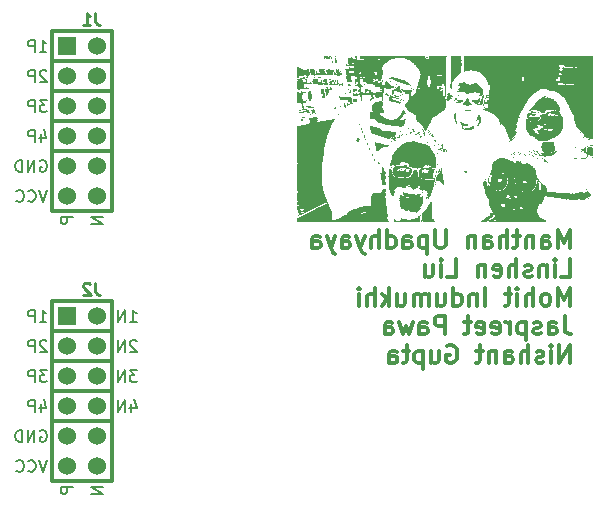
<source format=gbr>
%TF.GenerationSoftware,KiCad,Pcbnew,7.0.2*%
%TF.CreationDate,2024-03-05T22:27:11-06:00*%
%TF.ProjectId,AES_Test_Board,4145535f-5465-4737-945f-426f6172642e,rev?*%
%TF.SameCoordinates,Original*%
%TF.FileFunction,Legend,Bot*%
%TF.FilePolarity,Positive*%
%FSLAX46Y46*%
G04 Gerber Fmt 4.6, Leading zero omitted, Abs format (unit mm)*
G04 Created by KiCad (PCBNEW 7.0.2) date 2024-03-05 22:27:11*
%MOMM*%
%LPD*%
G01*
G04 APERTURE LIST*
%ADD10C,0.300000*%
%ADD11C,0.254000*%
%ADD12C,0.150000*%
%ADD13C,0.304800*%
%ADD14R,1.524000X1.524000*%
%ADD15C,1.524000*%
G04 APERTURE END LIST*
D10*
X130042857Y-89471428D02*
X130042857Y-87971428D01*
X130042857Y-87971428D02*
X129542857Y-89042857D01*
X129542857Y-89042857D02*
X129042857Y-87971428D01*
X129042857Y-87971428D02*
X129042857Y-89471428D01*
X127685714Y-89471428D02*
X127685714Y-88685714D01*
X127685714Y-88685714D02*
X127757142Y-88542857D01*
X127757142Y-88542857D02*
X127899999Y-88471428D01*
X127899999Y-88471428D02*
X128185714Y-88471428D01*
X128185714Y-88471428D02*
X128328571Y-88542857D01*
X127685714Y-89400000D02*
X127828571Y-89471428D01*
X127828571Y-89471428D02*
X128185714Y-89471428D01*
X128185714Y-89471428D02*
X128328571Y-89400000D01*
X128328571Y-89400000D02*
X128399999Y-89257142D01*
X128399999Y-89257142D02*
X128399999Y-89114285D01*
X128399999Y-89114285D02*
X128328571Y-88971428D01*
X128328571Y-88971428D02*
X128185714Y-88900000D01*
X128185714Y-88900000D02*
X127828571Y-88900000D01*
X127828571Y-88900000D02*
X127685714Y-88828571D01*
X126971428Y-88471428D02*
X126971428Y-89471428D01*
X126971428Y-88614285D02*
X126899999Y-88542857D01*
X126899999Y-88542857D02*
X126757142Y-88471428D01*
X126757142Y-88471428D02*
X126542856Y-88471428D01*
X126542856Y-88471428D02*
X126399999Y-88542857D01*
X126399999Y-88542857D02*
X126328571Y-88685714D01*
X126328571Y-88685714D02*
X126328571Y-89471428D01*
X125828570Y-88471428D02*
X125257142Y-88471428D01*
X125614285Y-87971428D02*
X125614285Y-89257142D01*
X125614285Y-89257142D02*
X125542856Y-89400000D01*
X125542856Y-89400000D02*
X125399999Y-89471428D01*
X125399999Y-89471428D02*
X125257142Y-89471428D01*
X124757142Y-89471428D02*
X124757142Y-87971428D01*
X124114285Y-89471428D02*
X124114285Y-88685714D01*
X124114285Y-88685714D02*
X124185713Y-88542857D01*
X124185713Y-88542857D02*
X124328570Y-88471428D01*
X124328570Y-88471428D02*
X124542856Y-88471428D01*
X124542856Y-88471428D02*
X124685713Y-88542857D01*
X124685713Y-88542857D02*
X124757142Y-88614285D01*
X122757142Y-89471428D02*
X122757142Y-88685714D01*
X122757142Y-88685714D02*
X122828570Y-88542857D01*
X122828570Y-88542857D02*
X122971427Y-88471428D01*
X122971427Y-88471428D02*
X123257142Y-88471428D01*
X123257142Y-88471428D02*
X123399999Y-88542857D01*
X122757142Y-89400000D02*
X122899999Y-89471428D01*
X122899999Y-89471428D02*
X123257142Y-89471428D01*
X123257142Y-89471428D02*
X123399999Y-89400000D01*
X123399999Y-89400000D02*
X123471427Y-89257142D01*
X123471427Y-89257142D02*
X123471427Y-89114285D01*
X123471427Y-89114285D02*
X123399999Y-88971428D01*
X123399999Y-88971428D02*
X123257142Y-88900000D01*
X123257142Y-88900000D02*
X122899999Y-88900000D01*
X122899999Y-88900000D02*
X122757142Y-88828571D01*
X122042856Y-88471428D02*
X122042856Y-89471428D01*
X122042856Y-88614285D02*
X121971427Y-88542857D01*
X121971427Y-88542857D02*
X121828570Y-88471428D01*
X121828570Y-88471428D02*
X121614284Y-88471428D01*
X121614284Y-88471428D02*
X121471427Y-88542857D01*
X121471427Y-88542857D02*
X121399999Y-88685714D01*
X121399999Y-88685714D02*
X121399999Y-89471428D01*
X119542856Y-87971428D02*
X119542856Y-89185714D01*
X119542856Y-89185714D02*
X119471427Y-89328571D01*
X119471427Y-89328571D02*
X119399999Y-89400000D01*
X119399999Y-89400000D02*
X119257141Y-89471428D01*
X119257141Y-89471428D02*
X118971427Y-89471428D01*
X118971427Y-89471428D02*
X118828570Y-89400000D01*
X118828570Y-89400000D02*
X118757141Y-89328571D01*
X118757141Y-89328571D02*
X118685713Y-89185714D01*
X118685713Y-89185714D02*
X118685713Y-87971428D01*
X117971427Y-88471428D02*
X117971427Y-89971428D01*
X117971427Y-88542857D02*
X117828570Y-88471428D01*
X117828570Y-88471428D02*
X117542855Y-88471428D01*
X117542855Y-88471428D02*
X117399998Y-88542857D01*
X117399998Y-88542857D02*
X117328570Y-88614285D01*
X117328570Y-88614285D02*
X117257141Y-88757142D01*
X117257141Y-88757142D02*
X117257141Y-89185714D01*
X117257141Y-89185714D02*
X117328570Y-89328571D01*
X117328570Y-89328571D02*
X117399998Y-89400000D01*
X117399998Y-89400000D02*
X117542855Y-89471428D01*
X117542855Y-89471428D02*
X117828570Y-89471428D01*
X117828570Y-89471428D02*
X117971427Y-89400000D01*
X115971427Y-89471428D02*
X115971427Y-88685714D01*
X115971427Y-88685714D02*
X116042855Y-88542857D01*
X116042855Y-88542857D02*
X116185712Y-88471428D01*
X116185712Y-88471428D02*
X116471427Y-88471428D01*
X116471427Y-88471428D02*
X116614284Y-88542857D01*
X115971427Y-89400000D02*
X116114284Y-89471428D01*
X116114284Y-89471428D02*
X116471427Y-89471428D01*
X116471427Y-89471428D02*
X116614284Y-89400000D01*
X116614284Y-89400000D02*
X116685712Y-89257142D01*
X116685712Y-89257142D02*
X116685712Y-89114285D01*
X116685712Y-89114285D02*
X116614284Y-88971428D01*
X116614284Y-88971428D02*
X116471427Y-88900000D01*
X116471427Y-88900000D02*
X116114284Y-88900000D01*
X116114284Y-88900000D02*
X115971427Y-88828571D01*
X114614284Y-89471428D02*
X114614284Y-87971428D01*
X114614284Y-89400000D02*
X114757141Y-89471428D01*
X114757141Y-89471428D02*
X115042855Y-89471428D01*
X115042855Y-89471428D02*
X115185712Y-89400000D01*
X115185712Y-89400000D02*
X115257141Y-89328571D01*
X115257141Y-89328571D02*
X115328569Y-89185714D01*
X115328569Y-89185714D02*
X115328569Y-88757142D01*
X115328569Y-88757142D02*
X115257141Y-88614285D01*
X115257141Y-88614285D02*
X115185712Y-88542857D01*
X115185712Y-88542857D02*
X115042855Y-88471428D01*
X115042855Y-88471428D02*
X114757141Y-88471428D01*
X114757141Y-88471428D02*
X114614284Y-88542857D01*
X113899998Y-89471428D02*
X113899998Y-87971428D01*
X113257141Y-89471428D02*
X113257141Y-88685714D01*
X113257141Y-88685714D02*
X113328569Y-88542857D01*
X113328569Y-88542857D02*
X113471426Y-88471428D01*
X113471426Y-88471428D02*
X113685712Y-88471428D01*
X113685712Y-88471428D02*
X113828569Y-88542857D01*
X113828569Y-88542857D02*
X113899998Y-88614285D01*
X112685712Y-88471428D02*
X112328569Y-89471428D01*
X111971426Y-88471428D02*
X112328569Y-89471428D01*
X112328569Y-89471428D02*
X112471426Y-89828571D01*
X112471426Y-89828571D02*
X112542855Y-89900000D01*
X112542855Y-89900000D02*
X112685712Y-89971428D01*
X110757141Y-89471428D02*
X110757141Y-88685714D01*
X110757141Y-88685714D02*
X110828569Y-88542857D01*
X110828569Y-88542857D02*
X110971426Y-88471428D01*
X110971426Y-88471428D02*
X111257141Y-88471428D01*
X111257141Y-88471428D02*
X111399998Y-88542857D01*
X110757141Y-89400000D02*
X110899998Y-89471428D01*
X110899998Y-89471428D02*
X111257141Y-89471428D01*
X111257141Y-89471428D02*
X111399998Y-89400000D01*
X111399998Y-89400000D02*
X111471426Y-89257142D01*
X111471426Y-89257142D02*
X111471426Y-89114285D01*
X111471426Y-89114285D02*
X111399998Y-88971428D01*
X111399998Y-88971428D02*
X111257141Y-88900000D01*
X111257141Y-88900000D02*
X110899998Y-88900000D01*
X110899998Y-88900000D02*
X110757141Y-88828571D01*
X110185712Y-88471428D02*
X109828569Y-89471428D01*
X109471426Y-88471428D02*
X109828569Y-89471428D01*
X109828569Y-89471428D02*
X109971426Y-89828571D01*
X109971426Y-89828571D02*
X110042855Y-89900000D01*
X110042855Y-89900000D02*
X110185712Y-89971428D01*
X108257141Y-89471428D02*
X108257141Y-88685714D01*
X108257141Y-88685714D02*
X108328569Y-88542857D01*
X108328569Y-88542857D02*
X108471426Y-88471428D01*
X108471426Y-88471428D02*
X108757141Y-88471428D01*
X108757141Y-88471428D02*
X108899998Y-88542857D01*
X108257141Y-89400000D02*
X108399998Y-89471428D01*
X108399998Y-89471428D02*
X108757141Y-89471428D01*
X108757141Y-89471428D02*
X108899998Y-89400000D01*
X108899998Y-89400000D02*
X108971426Y-89257142D01*
X108971426Y-89257142D02*
X108971426Y-89114285D01*
X108971426Y-89114285D02*
X108899998Y-88971428D01*
X108899998Y-88971428D02*
X108757141Y-88900000D01*
X108757141Y-88900000D02*
X108399998Y-88900000D01*
X108399998Y-88900000D02*
X108257141Y-88828571D01*
X129328571Y-91901428D02*
X130042857Y-91901428D01*
X130042857Y-91901428D02*
X130042857Y-90401428D01*
X128828571Y-91901428D02*
X128828571Y-90901428D01*
X128828571Y-90401428D02*
X128899999Y-90472857D01*
X128899999Y-90472857D02*
X128828571Y-90544285D01*
X128828571Y-90544285D02*
X128757142Y-90472857D01*
X128757142Y-90472857D02*
X128828571Y-90401428D01*
X128828571Y-90401428D02*
X128828571Y-90544285D01*
X128114285Y-90901428D02*
X128114285Y-91901428D01*
X128114285Y-91044285D02*
X128042856Y-90972857D01*
X128042856Y-90972857D02*
X127899999Y-90901428D01*
X127899999Y-90901428D02*
X127685713Y-90901428D01*
X127685713Y-90901428D02*
X127542856Y-90972857D01*
X127542856Y-90972857D02*
X127471428Y-91115714D01*
X127471428Y-91115714D02*
X127471428Y-91901428D01*
X126828570Y-91830000D02*
X126685713Y-91901428D01*
X126685713Y-91901428D02*
X126399999Y-91901428D01*
X126399999Y-91901428D02*
X126257142Y-91830000D01*
X126257142Y-91830000D02*
X126185713Y-91687142D01*
X126185713Y-91687142D02*
X126185713Y-91615714D01*
X126185713Y-91615714D02*
X126257142Y-91472857D01*
X126257142Y-91472857D02*
X126399999Y-91401428D01*
X126399999Y-91401428D02*
X126614285Y-91401428D01*
X126614285Y-91401428D02*
X126757142Y-91330000D01*
X126757142Y-91330000D02*
X126828570Y-91187142D01*
X126828570Y-91187142D02*
X126828570Y-91115714D01*
X126828570Y-91115714D02*
X126757142Y-90972857D01*
X126757142Y-90972857D02*
X126614285Y-90901428D01*
X126614285Y-90901428D02*
X126399999Y-90901428D01*
X126399999Y-90901428D02*
X126257142Y-90972857D01*
X125542856Y-91901428D02*
X125542856Y-90401428D01*
X124899999Y-91901428D02*
X124899999Y-91115714D01*
X124899999Y-91115714D02*
X124971427Y-90972857D01*
X124971427Y-90972857D02*
X125114284Y-90901428D01*
X125114284Y-90901428D02*
X125328570Y-90901428D01*
X125328570Y-90901428D02*
X125471427Y-90972857D01*
X125471427Y-90972857D02*
X125542856Y-91044285D01*
X123614284Y-91830000D02*
X123757141Y-91901428D01*
X123757141Y-91901428D02*
X124042856Y-91901428D01*
X124042856Y-91901428D02*
X124185713Y-91830000D01*
X124185713Y-91830000D02*
X124257141Y-91687142D01*
X124257141Y-91687142D02*
X124257141Y-91115714D01*
X124257141Y-91115714D02*
X124185713Y-90972857D01*
X124185713Y-90972857D02*
X124042856Y-90901428D01*
X124042856Y-90901428D02*
X123757141Y-90901428D01*
X123757141Y-90901428D02*
X123614284Y-90972857D01*
X123614284Y-90972857D02*
X123542856Y-91115714D01*
X123542856Y-91115714D02*
X123542856Y-91258571D01*
X123542856Y-91258571D02*
X124257141Y-91401428D01*
X122899999Y-90901428D02*
X122899999Y-91901428D01*
X122899999Y-91044285D02*
X122828570Y-90972857D01*
X122828570Y-90972857D02*
X122685713Y-90901428D01*
X122685713Y-90901428D02*
X122471427Y-90901428D01*
X122471427Y-90901428D02*
X122328570Y-90972857D01*
X122328570Y-90972857D02*
X122257142Y-91115714D01*
X122257142Y-91115714D02*
X122257142Y-91901428D01*
X119685713Y-91901428D02*
X120399999Y-91901428D01*
X120399999Y-91901428D02*
X120399999Y-90401428D01*
X119185713Y-91901428D02*
X119185713Y-90901428D01*
X119185713Y-90401428D02*
X119257141Y-90472857D01*
X119257141Y-90472857D02*
X119185713Y-90544285D01*
X119185713Y-90544285D02*
X119114284Y-90472857D01*
X119114284Y-90472857D02*
X119185713Y-90401428D01*
X119185713Y-90401428D02*
X119185713Y-90544285D01*
X117828570Y-90901428D02*
X117828570Y-91901428D01*
X118471427Y-90901428D02*
X118471427Y-91687142D01*
X118471427Y-91687142D02*
X118399998Y-91830000D01*
X118399998Y-91830000D02*
X118257141Y-91901428D01*
X118257141Y-91901428D02*
X118042855Y-91901428D01*
X118042855Y-91901428D02*
X117899998Y-91830000D01*
X117899998Y-91830000D02*
X117828570Y-91758571D01*
X130042857Y-94331428D02*
X130042857Y-92831428D01*
X130042857Y-92831428D02*
X129542857Y-93902857D01*
X129542857Y-93902857D02*
X129042857Y-92831428D01*
X129042857Y-92831428D02*
X129042857Y-94331428D01*
X128114285Y-94331428D02*
X128257142Y-94260000D01*
X128257142Y-94260000D02*
X128328571Y-94188571D01*
X128328571Y-94188571D02*
X128399999Y-94045714D01*
X128399999Y-94045714D02*
X128399999Y-93617142D01*
X128399999Y-93617142D02*
X128328571Y-93474285D01*
X128328571Y-93474285D02*
X128257142Y-93402857D01*
X128257142Y-93402857D02*
X128114285Y-93331428D01*
X128114285Y-93331428D02*
X127899999Y-93331428D01*
X127899999Y-93331428D02*
X127757142Y-93402857D01*
X127757142Y-93402857D02*
X127685714Y-93474285D01*
X127685714Y-93474285D02*
X127614285Y-93617142D01*
X127614285Y-93617142D02*
X127614285Y-94045714D01*
X127614285Y-94045714D02*
X127685714Y-94188571D01*
X127685714Y-94188571D02*
X127757142Y-94260000D01*
X127757142Y-94260000D02*
X127899999Y-94331428D01*
X127899999Y-94331428D02*
X128114285Y-94331428D01*
X126971428Y-94331428D02*
X126971428Y-92831428D01*
X126328571Y-94331428D02*
X126328571Y-93545714D01*
X126328571Y-93545714D02*
X126399999Y-93402857D01*
X126399999Y-93402857D02*
X126542856Y-93331428D01*
X126542856Y-93331428D02*
X126757142Y-93331428D01*
X126757142Y-93331428D02*
X126899999Y-93402857D01*
X126899999Y-93402857D02*
X126971428Y-93474285D01*
X125614285Y-94331428D02*
X125614285Y-93331428D01*
X125614285Y-92831428D02*
X125685713Y-92902857D01*
X125685713Y-92902857D02*
X125614285Y-92974285D01*
X125614285Y-92974285D02*
X125542856Y-92902857D01*
X125542856Y-92902857D02*
X125614285Y-92831428D01*
X125614285Y-92831428D02*
X125614285Y-92974285D01*
X125114284Y-93331428D02*
X124542856Y-93331428D01*
X124899999Y-92831428D02*
X124899999Y-94117142D01*
X124899999Y-94117142D02*
X124828570Y-94260000D01*
X124828570Y-94260000D02*
X124685713Y-94331428D01*
X124685713Y-94331428D02*
X124542856Y-94331428D01*
X122899999Y-94331428D02*
X122899999Y-92831428D01*
X122185713Y-93331428D02*
X122185713Y-94331428D01*
X122185713Y-93474285D02*
X122114284Y-93402857D01*
X122114284Y-93402857D02*
X121971427Y-93331428D01*
X121971427Y-93331428D02*
X121757141Y-93331428D01*
X121757141Y-93331428D02*
X121614284Y-93402857D01*
X121614284Y-93402857D02*
X121542856Y-93545714D01*
X121542856Y-93545714D02*
X121542856Y-94331428D01*
X120185713Y-94331428D02*
X120185713Y-92831428D01*
X120185713Y-94260000D02*
X120328570Y-94331428D01*
X120328570Y-94331428D02*
X120614284Y-94331428D01*
X120614284Y-94331428D02*
X120757141Y-94260000D01*
X120757141Y-94260000D02*
X120828570Y-94188571D01*
X120828570Y-94188571D02*
X120899998Y-94045714D01*
X120899998Y-94045714D02*
X120899998Y-93617142D01*
X120899998Y-93617142D02*
X120828570Y-93474285D01*
X120828570Y-93474285D02*
X120757141Y-93402857D01*
X120757141Y-93402857D02*
X120614284Y-93331428D01*
X120614284Y-93331428D02*
X120328570Y-93331428D01*
X120328570Y-93331428D02*
X120185713Y-93402857D01*
X118828570Y-93331428D02*
X118828570Y-94331428D01*
X119471427Y-93331428D02*
X119471427Y-94117142D01*
X119471427Y-94117142D02*
X119399998Y-94260000D01*
X119399998Y-94260000D02*
X119257141Y-94331428D01*
X119257141Y-94331428D02*
X119042855Y-94331428D01*
X119042855Y-94331428D02*
X118899998Y-94260000D01*
X118899998Y-94260000D02*
X118828570Y-94188571D01*
X118114284Y-94331428D02*
X118114284Y-93331428D01*
X118114284Y-93474285D02*
X118042855Y-93402857D01*
X118042855Y-93402857D02*
X117899998Y-93331428D01*
X117899998Y-93331428D02*
X117685712Y-93331428D01*
X117685712Y-93331428D02*
X117542855Y-93402857D01*
X117542855Y-93402857D02*
X117471427Y-93545714D01*
X117471427Y-93545714D02*
X117471427Y-94331428D01*
X117471427Y-93545714D02*
X117399998Y-93402857D01*
X117399998Y-93402857D02*
X117257141Y-93331428D01*
X117257141Y-93331428D02*
X117042855Y-93331428D01*
X117042855Y-93331428D02*
X116899998Y-93402857D01*
X116899998Y-93402857D02*
X116828569Y-93545714D01*
X116828569Y-93545714D02*
X116828569Y-94331428D01*
X115471427Y-93331428D02*
X115471427Y-94331428D01*
X116114284Y-93331428D02*
X116114284Y-94117142D01*
X116114284Y-94117142D02*
X116042855Y-94260000D01*
X116042855Y-94260000D02*
X115899998Y-94331428D01*
X115899998Y-94331428D02*
X115685712Y-94331428D01*
X115685712Y-94331428D02*
X115542855Y-94260000D01*
X115542855Y-94260000D02*
X115471427Y-94188571D01*
X114757141Y-94331428D02*
X114757141Y-92831428D01*
X114614284Y-93760000D02*
X114185712Y-94331428D01*
X114185712Y-93331428D02*
X114757141Y-93902857D01*
X113542855Y-94331428D02*
X113542855Y-92831428D01*
X112899998Y-94331428D02*
X112899998Y-93545714D01*
X112899998Y-93545714D02*
X112971426Y-93402857D01*
X112971426Y-93402857D02*
X113114283Y-93331428D01*
X113114283Y-93331428D02*
X113328569Y-93331428D01*
X113328569Y-93331428D02*
X113471426Y-93402857D01*
X113471426Y-93402857D02*
X113542855Y-93474285D01*
X112185712Y-94331428D02*
X112185712Y-93331428D01*
X112185712Y-92831428D02*
X112257140Y-92902857D01*
X112257140Y-92902857D02*
X112185712Y-92974285D01*
X112185712Y-92974285D02*
X112114283Y-92902857D01*
X112114283Y-92902857D02*
X112185712Y-92831428D01*
X112185712Y-92831428D02*
X112185712Y-92974285D01*
X129614285Y-95261428D02*
X129614285Y-96332857D01*
X129614285Y-96332857D02*
X129685714Y-96547142D01*
X129685714Y-96547142D02*
X129828571Y-96690000D01*
X129828571Y-96690000D02*
X130042857Y-96761428D01*
X130042857Y-96761428D02*
X130185714Y-96761428D01*
X128257143Y-96761428D02*
X128257143Y-95975714D01*
X128257143Y-95975714D02*
X128328571Y-95832857D01*
X128328571Y-95832857D02*
X128471428Y-95761428D01*
X128471428Y-95761428D02*
X128757143Y-95761428D01*
X128757143Y-95761428D02*
X128900000Y-95832857D01*
X128257143Y-96690000D02*
X128400000Y-96761428D01*
X128400000Y-96761428D02*
X128757143Y-96761428D01*
X128757143Y-96761428D02*
X128900000Y-96690000D01*
X128900000Y-96690000D02*
X128971428Y-96547142D01*
X128971428Y-96547142D02*
X128971428Y-96404285D01*
X128971428Y-96404285D02*
X128900000Y-96261428D01*
X128900000Y-96261428D02*
X128757143Y-96190000D01*
X128757143Y-96190000D02*
X128400000Y-96190000D01*
X128400000Y-96190000D02*
X128257143Y-96118571D01*
X127614285Y-96690000D02*
X127471428Y-96761428D01*
X127471428Y-96761428D02*
X127185714Y-96761428D01*
X127185714Y-96761428D02*
X127042857Y-96690000D01*
X127042857Y-96690000D02*
X126971428Y-96547142D01*
X126971428Y-96547142D02*
X126971428Y-96475714D01*
X126971428Y-96475714D02*
X127042857Y-96332857D01*
X127042857Y-96332857D02*
X127185714Y-96261428D01*
X127185714Y-96261428D02*
X127400000Y-96261428D01*
X127400000Y-96261428D02*
X127542857Y-96190000D01*
X127542857Y-96190000D02*
X127614285Y-96047142D01*
X127614285Y-96047142D02*
X127614285Y-95975714D01*
X127614285Y-95975714D02*
X127542857Y-95832857D01*
X127542857Y-95832857D02*
X127400000Y-95761428D01*
X127400000Y-95761428D02*
X127185714Y-95761428D01*
X127185714Y-95761428D02*
X127042857Y-95832857D01*
X126328571Y-95761428D02*
X126328571Y-97261428D01*
X126328571Y-95832857D02*
X126185714Y-95761428D01*
X126185714Y-95761428D02*
X125899999Y-95761428D01*
X125899999Y-95761428D02*
X125757142Y-95832857D01*
X125757142Y-95832857D02*
X125685714Y-95904285D01*
X125685714Y-95904285D02*
X125614285Y-96047142D01*
X125614285Y-96047142D02*
X125614285Y-96475714D01*
X125614285Y-96475714D02*
X125685714Y-96618571D01*
X125685714Y-96618571D02*
X125757142Y-96690000D01*
X125757142Y-96690000D02*
X125899999Y-96761428D01*
X125899999Y-96761428D02*
X126185714Y-96761428D01*
X126185714Y-96761428D02*
X126328571Y-96690000D01*
X124971428Y-96761428D02*
X124971428Y-95761428D01*
X124971428Y-96047142D02*
X124899999Y-95904285D01*
X124899999Y-95904285D02*
X124828571Y-95832857D01*
X124828571Y-95832857D02*
X124685713Y-95761428D01*
X124685713Y-95761428D02*
X124542856Y-95761428D01*
X123471428Y-96690000D02*
X123614285Y-96761428D01*
X123614285Y-96761428D02*
X123900000Y-96761428D01*
X123900000Y-96761428D02*
X124042857Y-96690000D01*
X124042857Y-96690000D02*
X124114285Y-96547142D01*
X124114285Y-96547142D02*
X124114285Y-95975714D01*
X124114285Y-95975714D02*
X124042857Y-95832857D01*
X124042857Y-95832857D02*
X123900000Y-95761428D01*
X123900000Y-95761428D02*
X123614285Y-95761428D01*
X123614285Y-95761428D02*
X123471428Y-95832857D01*
X123471428Y-95832857D02*
X123400000Y-95975714D01*
X123400000Y-95975714D02*
X123400000Y-96118571D01*
X123400000Y-96118571D02*
X124114285Y-96261428D01*
X122185714Y-96690000D02*
X122328571Y-96761428D01*
X122328571Y-96761428D02*
X122614286Y-96761428D01*
X122614286Y-96761428D02*
X122757143Y-96690000D01*
X122757143Y-96690000D02*
X122828571Y-96547142D01*
X122828571Y-96547142D02*
X122828571Y-95975714D01*
X122828571Y-95975714D02*
X122757143Y-95832857D01*
X122757143Y-95832857D02*
X122614286Y-95761428D01*
X122614286Y-95761428D02*
X122328571Y-95761428D01*
X122328571Y-95761428D02*
X122185714Y-95832857D01*
X122185714Y-95832857D02*
X122114286Y-95975714D01*
X122114286Y-95975714D02*
X122114286Y-96118571D01*
X122114286Y-96118571D02*
X122828571Y-96261428D01*
X121685714Y-95761428D02*
X121114286Y-95761428D01*
X121471429Y-95261428D02*
X121471429Y-96547142D01*
X121471429Y-96547142D02*
X121400000Y-96690000D01*
X121400000Y-96690000D02*
X121257143Y-96761428D01*
X121257143Y-96761428D02*
X121114286Y-96761428D01*
X119471429Y-96761428D02*
X119471429Y-95261428D01*
X119471429Y-95261428D02*
X118900000Y-95261428D01*
X118900000Y-95261428D02*
X118757143Y-95332857D01*
X118757143Y-95332857D02*
X118685714Y-95404285D01*
X118685714Y-95404285D02*
X118614286Y-95547142D01*
X118614286Y-95547142D02*
X118614286Y-95761428D01*
X118614286Y-95761428D02*
X118685714Y-95904285D01*
X118685714Y-95904285D02*
X118757143Y-95975714D01*
X118757143Y-95975714D02*
X118900000Y-96047142D01*
X118900000Y-96047142D02*
X119471429Y-96047142D01*
X117328572Y-96761428D02*
X117328572Y-95975714D01*
X117328572Y-95975714D02*
X117400000Y-95832857D01*
X117400000Y-95832857D02*
X117542857Y-95761428D01*
X117542857Y-95761428D02*
X117828572Y-95761428D01*
X117828572Y-95761428D02*
X117971429Y-95832857D01*
X117328572Y-96690000D02*
X117471429Y-96761428D01*
X117471429Y-96761428D02*
X117828572Y-96761428D01*
X117828572Y-96761428D02*
X117971429Y-96690000D01*
X117971429Y-96690000D02*
X118042857Y-96547142D01*
X118042857Y-96547142D02*
X118042857Y-96404285D01*
X118042857Y-96404285D02*
X117971429Y-96261428D01*
X117971429Y-96261428D02*
X117828572Y-96190000D01*
X117828572Y-96190000D02*
X117471429Y-96190000D01*
X117471429Y-96190000D02*
X117328572Y-96118571D01*
X116757143Y-95761428D02*
X116471429Y-96761428D01*
X116471429Y-96761428D02*
X116185714Y-96047142D01*
X116185714Y-96047142D02*
X115900000Y-96761428D01*
X115900000Y-96761428D02*
X115614286Y-95761428D01*
X114400000Y-96761428D02*
X114400000Y-95975714D01*
X114400000Y-95975714D02*
X114471428Y-95832857D01*
X114471428Y-95832857D02*
X114614285Y-95761428D01*
X114614285Y-95761428D02*
X114900000Y-95761428D01*
X114900000Y-95761428D02*
X115042857Y-95832857D01*
X114400000Y-96690000D02*
X114542857Y-96761428D01*
X114542857Y-96761428D02*
X114900000Y-96761428D01*
X114900000Y-96761428D02*
X115042857Y-96690000D01*
X115042857Y-96690000D02*
X115114285Y-96547142D01*
X115114285Y-96547142D02*
X115114285Y-96404285D01*
X115114285Y-96404285D02*
X115042857Y-96261428D01*
X115042857Y-96261428D02*
X114900000Y-96190000D01*
X114900000Y-96190000D02*
X114542857Y-96190000D01*
X114542857Y-96190000D02*
X114400000Y-96118571D01*
X130042857Y-99191428D02*
X130042857Y-97691428D01*
X130042857Y-97691428D02*
X129185714Y-99191428D01*
X129185714Y-99191428D02*
X129185714Y-97691428D01*
X128471428Y-99191428D02*
X128471428Y-98191428D01*
X128471428Y-97691428D02*
X128542856Y-97762857D01*
X128542856Y-97762857D02*
X128471428Y-97834285D01*
X128471428Y-97834285D02*
X128399999Y-97762857D01*
X128399999Y-97762857D02*
X128471428Y-97691428D01*
X128471428Y-97691428D02*
X128471428Y-97834285D01*
X127828570Y-99120000D02*
X127685713Y-99191428D01*
X127685713Y-99191428D02*
X127399999Y-99191428D01*
X127399999Y-99191428D02*
X127257142Y-99120000D01*
X127257142Y-99120000D02*
X127185713Y-98977142D01*
X127185713Y-98977142D02*
X127185713Y-98905714D01*
X127185713Y-98905714D02*
X127257142Y-98762857D01*
X127257142Y-98762857D02*
X127399999Y-98691428D01*
X127399999Y-98691428D02*
X127614285Y-98691428D01*
X127614285Y-98691428D02*
X127757142Y-98620000D01*
X127757142Y-98620000D02*
X127828570Y-98477142D01*
X127828570Y-98477142D02*
X127828570Y-98405714D01*
X127828570Y-98405714D02*
X127757142Y-98262857D01*
X127757142Y-98262857D02*
X127614285Y-98191428D01*
X127614285Y-98191428D02*
X127399999Y-98191428D01*
X127399999Y-98191428D02*
X127257142Y-98262857D01*
X126542856Y-99191428D02*
X126542856Y-97691428D01*
X125899999Y-99191428D02*
X125899999Y-98405714D01*
X125899999Y-98405714D02*
X125971427Y-98262857D01*
X125971427Y-98262857D02*
X126114284Y-98191428D01*
X126114284Y-98191428D02*
X126328570Y-98191428D01*
X126328570Y-98191428D02*
X126471427Y-98262857D01*
X126471427Y-98262857D02*
X126542856Y-98334285D01*
X124542856Y-99191428D02*
X124542856Y-98405714D01*
X124542856Y-98405714D02*
X124614284Y-98262857D01*
X124614284Y-98262857D02*
X124757141Y-98191428D01*
X124757141Y-98191428D02*
X125042856Y-98191428D01*
X125042856Y-98191428D02*
X125185713Y-98262857D01*
X124542856Y-99120000D02*
X124685713Y-99191428D01*
X124685713Y-99191428D02*
X125042856Y-99191428D01*
X125042856Y-99191428D02*
X125185713Y-99120000D01*
X125185713Y-99120000D02*
X125257141Y-98977142D01*
X125257141Y-98977142D02*
X125257141Y-98834285D01*
X125257141Y-98834285D02*
X125185713Y-98691428D01*
X125185713Y-98691428D02*
X125042856Y-98620000D01*
X125042856Y-98620000D02*
X124685713Y-98620000D01*
X124685713Y-98620000D02*
X124542856Y-98548571D01*
X123828570Y-98191428D02*
X123828570Y-99191428D01*
X123828570Y-98334285D02*
X123757141Y-98262857D01*
X123757141Y-98262857D02*
X123614284Y-98191428D01*
X123614284Y-98191428D02*
X123399998Y-98191428D01*
X123399998Y-98191428D02*
X123257141Y-98262857D01*
X123257141Y-98262857D02*
X123185713Y-98405714D01*
X123185713Y-98405714D02*
X123185713Y-99191428D01*
X122685712Y-98191428D02*
X122114284Y-98191428D01*
X122471427Y-97691428D02*
X122471427Y-98977142D01*
X122471427Y-98977142D02*
X122399998Y-99120000D01*
X122399998Y-99120000D02*
X122257141Y-99191428D01*
X122257141Y-99191428D02*
X122114284Y-99191428D01*
X119685712Y-97762857D02*
X119828570Y-97691428D01*
X119828570Y-97691428D02*
X120042855Y-97691428D01*
X120042855Y-97691428D02*
X120257141Y-97762857D01*
X120257141Y-97762857D02*
X120399998Y-97905714D01*
X120399998Y-97905714D02*
X120471427Y-98048571D01*
X120471427Y-98048571D02*
X120542855Y-98334285D01*
X120542855Y-98334285D02*
X120542855Y-98548571D01*
X120542855Y-98548571D02*
X120471427Y-98834285D01*
X120471427Y-98834285D02*
X120399998Y-98977142D01*
X120399998Y-98977142D02*
X120257141Y-99120000D01*
X120257141Y-99120000D02*
X120042855Y-99191428D01*
X120042855Y-99191428D02*
X119899998Y-99191428D01*
X119899998Y-99191428D02*
X119685712Y-99120000D01*
X119685712Y-99120000D02*
X119614284Y-99048571D01*
X119614284Y-99048571D02*
X119614284Y-98548571D01*
X119614284Y-98548571D02*
X119899998Y-98548571D01*
X118328570Y-98191428D02*
X118328570Y-99191428D01*
X118971427Y-98191428D02*
X118971427Y-98977142D01*
X118971427Y-98977142D02*
X118899998Y-99120000D01*
X118899998Y-99120000D02*
X118757141Y-99191428D01*
X118757141Y-99191428D02*
X118542855Y-99191428D01*
X118542855Y-99191428D02*
X118399998Y-99120000D01*
X118399998Y-99120000D02*
X118328570Y-99048571D01*
X117614284Y-98191428D02*
X117614284Y-99691428D01*
X117614284Y-98262857D02*
X117471427Y-98191428D01*
X117471427Y-98191428D02*
X117185712Y-98191428D01*
X117185712Y-98191428D02*
X117042855Y-98262857D01*
X117042855Y-98262857D02*
X116971427Y-98334285D01*
X116971427Y-98334285D02*
X116899998Y-98477142D01*
X116899998Y-98477142D02*
X116899998Y-98905714D01*
X116899998Y-98905714D02*
X116971427Y-99048571D01*
X116971427Y-99048571D02*
X117042855Y-99120000D01*
X117042855Y-99120000D02*
X117185712Y-99191428D01*
X117185712Y-99191428D02*
X117471427Y-99191428D01*
X117471427Y-99191428D02*
X117614284Y-99120000D01*
X116471426Y-98191428D02*
X115899998Y-98191428D01*
X116257141Y-97691428D02*
X116257141Y-98977142D01*
X116257141Y-98977142D02*
X116185712Y-99120000D01*
X116185712Y-99120000D02*
X116042855Y-99191428D01*
X116042855Y-99191428D02*
X115899998Y-99191428D01*
X114757141Y-99191428D02*
X114757141Y-98405714D01*
X114757141Y-98405714D02*
X114828569Y-98262857D01*
X114828569Y-98262857D02*
X114971426Y-98191428D01*
X114971426Y-98191428D02*
X115257141Y-98191428D01*
X115257141Y-98191428D02*
X115399998Y-98262857D01*
X114757141Y-99120000D02*
X114899998Y-99191428D01*
X114899998Y-99191428D02*
X115257141Y-99191428D01*
X115257141Y-99191428D02*
X115399998Y-99120000D01*
X115399998Y-99120000D02*
X115471426Y-98977142D01*
X115471426Y-98977142D02*
X115471426Y-98834285D01*
X115471426Y-98834285D02*
X115399998Y-98691428D01*
X115399998Y-98691428D02*
X115257141Y-98620000D01*
X115257141Y-98620000D02*
X114899998Y-98620000D01*
X114899998Y-98620000D02*
X114757141Y-98548571D01*
D11*
%TO.C,J2*%
X89870666Y-92418020D02*
X89870666Y-93143735D01*
X89870666Y-93143735D02*
X89919047Y-93288878D01*
X89919047Y-93288878D02*
X90015809Y-93385640D01*
X90015809Y-93385640D02*
X90160952Y-93434020D01*
X90160952Y-93434020D02*
X90257714Y-93434020D01*
X89435238Y-92514782D02*
X89386857Y-92466401D01*
X89386857Y-92466401D02*
X89290095Y-92418020D01*
X89290095Y-92418020D02*
X89048190Y-92418020D01*
X89048190Y-92418020D02*
X88951428Y-92466401D01*
X88951428Y-92466401D02*
X88903047Y-92514782D01*
X88903047Y-92514782D02*
X88854666Y-92611544D01*
X88854666Y-92611544D02*
X88854666Y-92708306D01*
X88854666Y-92708306D02*
X88903047Y-92853449D01*
X88903047Y-92853449D02*
X89483619Y-93434020D01*
X89483619Y-93434020D02*
X88854666Y-93434020D01*
D12*
X93437142Y-99792619D02*
X92818095Y-99792619D01*
X92818095Y-99792619D02*
X93151428Y-100173571D01*
X93151428Y-100173571D02*
X93008571Y-100173571D01*
X93008571Y-100173571D02*
X92913333Y-100221190D01*
X92913333Y-100221190D02*
X92865714Y-100268809D01*
X92865714Y-100268809D02*
X92818095Y-100364047D01*
X92818095Y-100364047D02*
X92818095Y-100602142D01*
X92818095Y-100602142D02*
X92865714Y-100697380D01*
X92865714Y-100697380D02*
X92913333Y-100745000D01*
X92913333Y-100745000D02*
X93008571Y-100792619D01*
X93008571Y-100792619D02*
X93294285Y-100792619D01*
X93294285Y-100792619D02*
X93389523Y-100745000D01*
X93389523Y-100745000D02*
X93437142Y-100697380D01*
X92389523Y-100792619D02*
X92389523Y-99792619D01*
X92389523Y-99792619D02*
X91818095Y-100792619D01*
X91818095Y-100792619D02*
X91818095Y-99792619D01*
X85785332Y-107412619D02*
X85451999Y-108412619D01*
X85451999Y-108412619D02*
X85118666Y-107412619D01*
X84213904Y-108317380D02*
X84261523Y-108365000D01*
X84261523Y-108365000D02*
X84404380Y-108412619D01*
X84404380Y-108412619D02*
X84499618Y-108412619D01*
X84499618Y-108412619D02*
X84642475Y-108365000D01*
X84642475Y-108365000D02*
X84737713Y-108269761D01*
X84737713Y-108269761D02*
X84785332Y-108174523D01*
X84785332Y-108174523D02*
X84832951Y-107984047D01*
X84832951Y-107984047D02*
X84832951Y-107841190D01*
X84832951Y-107841190D02*
X84785332Y-107650714D01*
X84785332Y-107650714D02*
X84737713Y-107555476D01*
X84737713Y-107555476D02*
X84642475Y-107460238D01*
X84642475Y-107460238D02*
X84499618Y-107412619D01*
X84499618Y-107412619D02*
X84404380Y-107412619D01*
X84404380Y-107412619D02*
X84261523Y-107460238D01*
X84261523Y-107460238D02*
X84213904Y-107507857D01*
X83213904Y-108317380D02*
X83261523Y-108365000D01*
X83261523Y-108365000D02*
X83404380Y-108412619D01*
X83404380Y-108412619D02*
X83499618Y-108412619D01*
X83499618Y-108412619D02*
X83642475Y-108365000D01*
X83642475Y-108365000D02*
X83737713Y-108269761D01*
X83737713Y-108269761D02*
X83785332Y-108174523D01*
X83785332Y-108174523D02*
X83832951Y-107984047D01*
X83832951Y-107984047D02*
X83832951Y-107841190D01*
X83832951Y-107841190D02*
X83785332Y-107650714D01*
X83785332Y-107650714D02*
X83737713Y-107555476D01*
X83737713Y-107555476D02*
X83642475Y-107460238D01*
X83642475Y-107460238D02*
X83499618Y-107412619D01*
X83499618Y-107412619D02*
X83404380Y-107412619D01*
X83404380Y-107412619D02*
X83261523Y-107460238D01*
X83261523Y-107460238D02*
X83213904Y-107507857D01*
X85213904Y-104920238D02*
X85309142Y-104872619D01*
X85309142Y-104872619D02*
X85451999Y-104872619D01*
X85451999Y-104872619D02*
X85594856Y-104920238D01*
X85594856Y-104920238D02*
X85690094Y-105015476D01*
X85690094Y-105015476D02*
X85737713Y-105110714D01*
X85737713Y-105110714D02*
X85785332Y-105301190D01*
X85785332Y-105301190D02*
X85785332Y-105444047D01*
X85785332Y-105444047D02*
X85737713Y-105634523D01*
X85737713Y-105634523D02*
X85690094Y-105729761D01*
X85690094Y-105729761D02*
X85594856Y-105825000D01*
X85594856Y-105825000D02*
X85451999Y-105872619D01*
X85451999Y-105872619D02*
X85356761Y-105872619D01*
X85356761Y-105872619D02*
X85213904Y-105825000D01*
X85213904Y-105825000D02*
X85166285Y-105777380D01*
X85166285Y-105777380D02*
X85166285Y-105444047D01*
X85166285Y-105444047D02*
X85356761Y-105444047D01*
X84737713Y-105872619D02*
X84737713Y-104872619D01*
X84737713Y-104872619D02*
X84166285Y-105872619D01*
X84166285Y-105872619D02*
X84166285Y-104872619D01*
X83690094Y-105872619D02*
X83690094Y-104872619D01*
X83690094Y-104872619D02*
X83451999Y-104872619D01*
X83451999Y-104872619D02*
X83309142Y-104920238D01*
X83309142Y-104920238D02*
X83213904Y-105015476D01*
X83213904Y-105015476D02*
X83166285Y-105110714D01*
X83166285Y-105110714D02*
X83118666Y-105301190D01*
X83118666Y-105301190D02*
X83118666Y-105444047D01*
X83118666Y-105444047D02*
X83166285Y-105634523D01*
X83166285Y-105634523D02*
X83213904Y-105729761D01*
X83213904Y-105729761D02*
X83309142Y-105825000D01*
X83309142Y-105825000D02*
X83451999Y-105872619D01*
X83451999Y-105872619D02*
X83690094Y-105872619D01*
X92913333Y-102665952D02*
X92913333Y-103332619D01*
X93151428Y-102285000D02*
X93389523Y-102999285D01*
X93389523Y-102999285D02*
X92770476Y-102999285D01*
X92389523Y-103332619D02*
X92389523Y-102332619D01*
X92389523Y-102332619D02*
X91818095Y-103332619D01*
X91818095Y-103332619D02*
X91818095Y-102332619D01*
X85793332Y-99792619D02*
X85174285Y-99792619D01*
X85174285Y-99792619D02*
X85507618Y-100173571D01*
X85507618Y-100173571D02*
X85364761Y-100173571D01*
X85364761Y-100173571D02*
X85269523Y-100221190D01*
X85269523Y-100221190D02*
X85221904Y-100268809D01*
X85221904Y-100268809D02*
X85174285Y-100364047D01*
X85174285Y-100364047D02*
X85174285Y-100602142D01*
X85174285Y-100602142D02*
X85221904Y-100697380D01*
X85221904Y-100697380D02*
X85269523Y-100745000D01*
X85269523Y-100745000D02*
X85364761Y-100792619D01*
X85364761Y-100792619D02*
X85650475Y-100792619D01*
X85650475Y-100792619D02*
X85745713Y-100745000D01*
X85745713Y-100745000D02*
X85793332Y-100697380D01*
X84745713Y-100792619D02*
X84745713Y-99792619D01*
X84745713Y-99792619D02*
X84364761Y-99792619D01*
X84364761Y-99792619D02*
X84269523Y-99840238D01*
X84269523Y-99840238D02*
X84221904Y-99887857D01*
X84221904Y-99887857D02*
X84174285Y-99983095D01*
X84174285Y-99983095D02*
X84174285Y-100125952D01*
X84174285Y-100125952D02*
X84221904Y-100221190D01*
X84221904Y-100221190D02*
X84269523Y-100268809D01*
X84269523Y-100268809D02*
X84364761Y-100316428D01*
X84364761Y-100316428D02*
X84745713Y-100316428D01*
X92818095Y-95712619D02*
X93389523Y-95712619D01*
X93103809Y-95712619D02*
X93103809Y-94712619D01*
X93103809Y-94712619D02*
X93199047Y-94855476D01*
X93199047Y-94855476D02*
X93294285Y-94950714D01*
X93294285Y-94950714D02*
X93389523Y-94998333D01*
X92389523Y-95712619D02*
X92389523Y-94712619D01*
X92389523Y-94712619D02*
X91818095Y-95712619D01*
X91818095Y-95712619D02*
X91818095Y-94712619D01*
X87962619Y-109720095D02*
X86962619Y-109720095D01*
X86962619Y-109720095D02*
X86962619Y-110101047D01*
X86962619Y-110101047D02*
X87010238Y-110196285D01*
X87010238Y-110196285D02*
X87057857Y-110243904D01*
X87057857Y-110243904D02*
X87153095Y-110291523D01*
X87153095Y-110291523D02*
X87295952Y-110291523D01*
X87295952Y-110291523D02*
X87391190Y-110243904D01*
X87391190Y-110243904D02*
X87438809Y-110196285D01*
X87438809Y-110196285D02*
X87486428Y-110101047D01*
X87486428Y-110101047D02*
X87486428Y-109720095D01*
X85269523Y-102665952D02*
X85269523Y-103332619D01*
X85507618Y-102285000D02*
X85745713Y-102999285D01*
X85745713Y-102999285D02*
X85126666Y-102999285D01*
X84745713Y-103332619D02*
X84745713Y-102332619D01*
X84745713Y-102332619D02*
X84364761Y-102332619D01*
X84364761Y-102332619D02*
X84269523Y-102380238D01*
X84269523Y-102380238D02*
X84221904Y-102427857D01*
X84221904Y-102427857D02*
X84174285Y-102523095D01*
X84174285Y-102523095D02*
X84174285Y-102665952D01*
X84174285Y-102665952D02*
X84221904Y-102761190D01*
X84221904Y-102761190D02*
X84269523Y-102808809D01*
X84269523Y-102808809D02*
X84364761Y-102856428D01*
X84364761Y-102856428D02*
X84745713Y-102856428D01*
X85174285Y-95712619D02*
X85745713Y-95712619D01*
X85459999Y-95712619D02*
X85459999Y-94712619D01*
X85459999Y-94712619D02*
X85555237Y-94855476D01*
X85555237Y-94855476D02*
X85650475Y-94950714D01*
X85650475Y-94950714D02*
X85745713Y-94998333D01*
X84745713Y-95712619D02*
X84745713Y-94712619D01*
X84745713Y-94712619D02*
X84364761Y-94712619D01*
X84364761Y-94712619D02*
X84269523Y-94760238D01*
X84269523Y-94760238D02*
X84221904Y-94807857D01*
X84221904Y-94807857D02*
X84174285Y-94903095D01*
X84174285Y-94903095D02*
X84174285Y-95045952D01*
X84174285Y-95045952D02*
X84221904Y-95141190D01*
X84221904Y-95141190D02*
X84269523Y-95188809D01*
X84269523Y-95188809D02*
X84364761Y-95236428D01*
X84364761Y-95236428D02*
X84745713Y-95236428D01*
X85745713Y-97347857D02*
X85698094Y-97300238D01*
X85698094Y-97300238D02*
X85602856Y-97252619D01*
X85602856Y-97252619D02*
X85364761Y-97252619D01*
X85364761Y-97252619D02*
X85269523Y-97300238D01*
X85269523Y-97300238D02*
X85221904Y-97347857D01*
X85221904Y-97347857D02*
X85174285Y-97443095D01*
X85174285Y-97443095D02*
X85174285Y-97538333D01*
X85174285Y-97538333D02*
X85221904Y-97681190D01*
X85221904Y-97681190D02*
X85793332Y-98252619D01*
X85793332Y-98252619D02*
X85174285Y-98252619D01*
X84745713Y-98252619D02*
X84745713Y-97252619D01*
X84745713Y-97252619D02*
X84364761Y-97252619D01*
X84364761Y-97252619D02*
X84269523Y-97300238D01*
X84269523Y-97300238D02*
X84221904Y-97347857D01*
X84221904Y-97347857D02*
X84174285Y-97443095D01*
X84174285Y-97443095D02*
X84174285Y-97585952D01*
X84174285Y-97585952D02*
X84221904Y-97681190D01*
X84221904Y-97681190D02*
X84269523Y-97728809D01*
X84269523Y-97728809D02*
X84364761Y-97776428D01*
X84364761Y-97776428D02*
X84745713Y-97776428D01*
X93389523Y-97347857D02*
X93341904Y-97300238D01*
X93341904Y-97300238D02*
X93246666Y-97252619D01*
X93246666Y-97252619D02*
X93008571Y-97252619D01*
X93008571Y-97252619D02*
X92913333Y-97300238D01*
X92913333Y-97300238D02*
X92865714Y-97347857D01*
X92865714Y-97347857D02*
X92818095Y-97443095D01*
X92818095Y-97443095D02*
X92818095Y-97538333D01*
X92818095Y-97538333D02*
X92865714Y-97681190D01*
X92865714Y-97681190D02*
X93437142Y-98252619D01*
X93437142Y-98252619D02*
X92818095Y-98252619D01*
X92389523Y-98252619D02*
X92389523Y-97252619D01*
X92389523Y-97252619D02*
X91818095Y-98252619D01*
X91818095Y-98252619D02*
X91818095Y-97252619D01*
X90502619Y-109696286D02*
X89502619Y-109696286D01*
X89502619Y-109696286D02*
X90502619Y-110267714D01*
X90502619Y-110267714D02*
X89502619Y-110267714D01*
D11*
%TO.C,J1*%
X89870666Y-69558020D02*
X89870666Y-70283735D01*
X89870666Y-70283735D02*
X89919047Y-70428878D01*
X89919047Y-70428878D02*
X90015809Y-70525640D01*
X90015809Y-70525640D02*
X90160952Y-70574020D01*
X90160952Y-70574020D02*
X90257714Y-70574020D01*
X88854666Y-70574020D02*
X89435238Y-70574020D01*
X89144952Y-70574020D02*
X89144952Y-69558020D01*
X89144952Y-69558020D02*
X89241714Y-69703163D01*
X89241714Y-69703163D02*
X89338476Y-69799925D01*
X89338476Y-69799925D02*
X89435238Y-69848306D01*
D12*
X85785332Y-84552619D02*
X85451999Y-85552619D01*
X85451999Y-85552619D02*
X85118666Y-84552619D01*
X84213904Y-85457380D02*
X84261523Y-85505000D01*
X84261523Y-85505000D02*
X84404380Y-85552619D01*
X84404380Y-85552619D02*
X84499618Y-85552619D01*
X84499618Y-85552619D02*
X84642475Y-85505000D01*
X84642475Y-85505000D02*
X84737713Y-85409761D01*
X84737713Y-85409761D02*
X84785332Y-85314523D01*
X84785332Y-85314523D02*
X84832951Y-85124047D01*
X84832951Y-85124047D02*
X84832951Y-84981190D01*
X84832951Y-84981190D02*
X84785332Y-84790714D01*
X84785332Y-84790714D02*
X84737713Y-84695476D01*
X84737713Y-84695476D02*
X84642475Y-84600238D01*
X84642475Y-84600238D02*
X84499618Y-84552619D01*
X84499618Y-84552619D02*
X84404380Y-84552619D01*
X84404380Y-84552619D02*
X84261523Y-84600238D01*
X84261523Y-84600238D02*
X84213904Y-84647857D01*
X83213904Y-85457380D02*
X83261523Y-85505000D01*
X83261523Y-85505000D02*
X83404380Y-85552619D01*
X83404380Y-85552619D02*
X83499618Y-85552619D01*
X83499618Y-85552619D02*
X83642475Y-85505000D01*
X83642475Y-85505000D02*
X83737713Y-85409761D01*
X83737713Y-85409761D02*
X83785332Y-85314523D01*
X83785332Y-85314523D02*
X83832951Y-85124047D01*
X83832951Y-85124047D02*
X83832951Y-84981190D01*
X83832951Y-84981190D02*
X83785332Y-84790714D01*
X83785332Y-84790714D02*
X83737713Y-84695476D01*
X83737713Y-84695476D02*
X83642475Y-84600238D01*
X83642475Y-84600238D02*
X83499618Y-84552619D01*
X83499618Y-84552619D02*
X83404380Y-84552619D01*
X83404380Y-84552619D02*
X83261523Y-84600238D01*
X83261523Y-84600238D02*
X83213904Y-84647857D01*
X85213904Y-82060238D02*
X85309142Y-82012619D01*
X85309142Y-82012619D02*
X85451999Y-82012619D01*
X85451999Y-82012619D02*
X85594856Y-82060238D01*
X85594856Y-82060238D02*
X85690094Y-82155476D01*
X85690094Y-82155476D02*
X85737713Y-82250714D01*
X85737713Y-82250714D02*
X85785332Y-82441190D01*
X85785332Y-82441190D02*
X85785332Y-82584047D01*
X85785332Y-82584047D02*
X85737713Y-82774523D01*
X85737713Y-82774523D02*
X85690094Y-82869761D01*
X85690094Y-82869761D02*
X85594856Y-82965000D01*
X85594856Y-82965000D02*
X85451999Y-83012619D01*
X85451999Y-83012619D02*
X85356761Y-83012619D01*
X85356761Y-83012619D02*
X85213904Y-82965000D01*
X85213904Y-82965000D02*
X85166285Y-82917380D01*
X85166285Y-82917380D02*
X85166285Y-82584047D01*
X85166285Y-82584047D02*
X85356761Y-82584047D01*
X84737713Y-83012619D02*
X84737713Y-82012619D01*
X84737713Y-82012619D02*
X84166285Y-83012619D01*
X84166285Y-83012619D02*
X84166285Y-82012619D01*
X83690094Y-83012619D02*
X83690094Y-82012619D01*
X83690094Y-82012619D02*
X83451999Y-82012619D01*
X83451999Y-82012619D02*
X83309142Y-82060238D01*
X83309142Y-82060238D02*
X83213904Y-82155476D01*
X83213904Y-82155476D02*
X83166285Y-82250714D01*
X83166285Y-82250714D02*
X83118666Y-82441190D01*
X83118666Y-82441190D02*
X83118666Y-82584047D01*
X83118666Y-82584047D02*
X83166285Y-82774523D01*
X83166285Y-82774523D02*
X83213904Y-82869761D01*
X83213904Y-82869761D02*
X83309142Y-82965000D01*
X83309142Y-82965000D02*
X83451999Y-83012619D01*
X83451999Y-83012619D02*
X83690094Y-83012619D01*
X85174285Y-72852619D02*
X85745713Y-72852619D01*
X85459999Y-72852619D02*
X85459999Y-71852619D01*
X85459999Y-71852619D02*
X85555237Y-71995476D01*
X85555237Y-71995476D02*
X85650475Y-72090714D01*
X85650475Y-72090714D02*
X85745713Y-72138333D01*
X84745713Y-72852619D02*
X84745713Y-71852619D01*
X84745713Y-71852619D02*
X84364761Y-71852619D01*
X84364761Y-71852619D02*
X84269523Y-71900238D01*
X84269523Y-71900238D02*
X84221904Y-71947857D01*
X84221904Y-71947857D02*
X84174285Y-72043095D01*
X84174285Y-72043095D02*
X84174285Y-72185952D01*
X84174285Y-72185952D02*
X84221904Y-72281190D01*
X84221904Y-72281190D02*
X84269523Y-72328809D01*
X84269523Y-72328809D02*
X84364761Y-72376428D01*
X84364761Y-72376428D02*
X84745713Y-72376428D01*
X87962619Y-86860095D02*
X86962619Y-86860095D01*
X86962619Y-86860095D02*
X86962619Y-87241047D01*
X86962619Y-87241047D02*
X87010238Y-87336285D01*
X87010238Y-87336285D02*
X87057857Y-87383904D01*
X87057857Y-87383904D02*
X87153095Y-87431523D01*
X87153095Y-87431523D02*
X87295952Y-87431523D01*
X87295952Y-87431523D02*
X87391190Y-87383904D01*
X87391190Y-87383904D02*
X87438809Y-87336285D01*
X87438809Y-87336285D02*
X87486428Y-87241047D01*
X87486428Y-87241047D02*
X87486428Y-86860095D01*
X90502619Y-86836286D02*
X89502619Y-86836286D01*
X89502619Y-86836286D02*
X90502619Y-87407714D01*
X90502619Y-87407714D02*
X89502619Y-87407714D01*
X85745713Y-74487857D02*
X85698094Y-74440238D01*
X85698094Y-74440238D02*
X85602856Y-74392619D01*
X85602856Y-74392619D02*
X85364761Y-74392619D01*
X85364761Y-74392619D02*
X85269523Y-74440238D01*
X85269523Y-74440238D02*
X85221904Y-74487857D01*
X85221904Y-74487857D02*
X85174285Y-74583095D01*
X85174285Y-74583095D02*
X85174285Y-74678333D01*
X85174285Y-74678333D02*
X85221904Y-74821190D01*
X85221904Y-74821190D02*
X85793332Y-75392619D01*
X85793332Y-75392619D02*
X85174285Y-75392619D01*
X84745713Y-75392619D02*
X84745713Y-74392619D01*
X84745713Y-74392619D02*
X84364761Y-74392619D01*
X84364761Y-74392619D02*
X84269523Y-74440238D01*
X84269523Y-74440238D02*
X84221904Y-74487857D01*
X84221904Y-74487857D02*
X84174285Y-74583095D01*
X84174285Y-74583095D02*
X84174285Y-74725952D01*
X84174285Y-74725952D02*
X84221904Y-74821190D01*
X84221904Y-74821190D02*
X84269523Y-74868809D01*
X84269523Y-74868809D02*
X84364761Y-74916428D01*
X84364761Y-74916428D02*
X84745713Y-74916428D01*
X85793332Y-76932619D02*
X85174285Y-76932619D01*
X85174285Y-76932619D02*
X85507618Y-77313571D01*
X85507618Y-77313571D02*
X85364761Y-77313571D01*
X85364761Y-77313571D02*
X85269523Y-77361190D01*
X85269523Y-77361190D02*
X85221904Y-77408809D01*
X85221904Y-77408809D02*
X85174285Y-77504047D01*
X85174285Y-77504047D02*
X85174285Y-77742142D01*
X85174285Y-77742142D02*
X85221904Y-77837380D01*
X85221904Y-77837380D02*
X85269523Y-77885000D01*
X85269523Y-77885000D02*
X85364761Y-77932619D01*
X85364761Y-77932619D02*
X85650475Y-77932619D01*
X85650475Y-77932619D02*
X85745713Y-77885000D01*
X85745713Y-77885000D02*
X85793332Y-77837380D01*
X84745713Y-77932619D02*
X84745713Y-76932619D01*
X84745713Y-76932619D02*
X84364761Y-76932619D01*
X84364761Y-76932619D02*
X84269523Y-76980238D01*
X84269523Y-76980238D02*
X84221904Y-77027857D01*
X84221904Y-77027857D02*
X84174285Y-77123095D01*
X84174285Y-77123095D02*
X84174285Y-77265952D01*
X84174285Y-77265952D02*
X84221904Y-77361190D01*
X84221904Y-77361190D02*
X84269523Y-77408809D01*
X84269523Y-77408809D02*
X84364761Y-77456428D01*
X84364761Y-77456428D02*
X84745713Y-77456428D01*
X85269523Y-79805952D02*
X85269523Y-80472619D01*
X85507618Y-79425000D02*
X85745713Y-80139285D01*
X85745713Y-80139285D02*
X85126666Y-80139285D01*
X84745713Y-80472619D02*
X84745713Y-79472619D01*
X84745713Y-79472619D02*
X84364761Y-79472619D01*
X84364761Y-79472619D02*
X84269523Y-79520238D01*
X84269523Y-79520238D02*
X84221904Y-79567857D01*
X84221904Y-79567857D02*
X84174285Y-79663095D01*
X84174285Y-79663095D02*
X84174285Y-79805952D01*
X84174285Y-79805952D02*
X84221904Y-79901190D01*
X84221904Y-79901190D02*
X84269523Y-79948809D01*
X84269523Y-79948809D02*
X84364761Y-79996428D01*
X84364761Y-79996428D02*
X84745713Y-79996428D01*
%TO.C,G\u002A\u002A\u002A*%
G36*
X116778278Y-80381345D02*
G01*
X116776109Y-80380893D01*
X116779021Y-80377067D01*
X116778278Y-80381345D01*
G37*
G36*
X131467308Y-80193894D02*
G01*
X131461202Y-80200000D01*
X131455096Y-80193894D01*
X131461202Y-80187788D01*
X131467308Y-80193894D01*
G37*
G36*
X131442885Y-81378413D02*
G01*
X131436779Y-81384519D01*
X131430673Y-81378413D01*
X131436779Y-81372307D01*
X131442885Y-81378413D01*
G37*
G36*
X131430673Y-84406875D02*
G01*
X131424567Y-84412980D01*
X131418462Y-84406875D01*
X131424567Y-84400769D01*
X131430673Y-84406875D01*
G37*
G36*
X131369615Y-84614471D02*
G01*
X131363510Y-84620577D01*
X131357404Y-84614471D01*
X131363510Y-84608365D01*
X131369615Y-84614471D01*
G37*
G36*
X131332981Y-80108413D02*
G01*
X131326875Y-80114519D01*
X131320769Y-80108413D01*
X131326875Y-80102307D01*
X131332981Y-80108413D01*
G37*
G36*
X131284135Y-83967259D02*
G01*
X131278029Y-83973365D01*
X131271923Y-83967259D01*
X131278029Y-83961154D01*
X131284135Y-83967259D01*
G37*
G36*
X131125385Y-81805817D02*
G01*
X131119279Y-81811923D01*
X131113173Y-81805817D01*
X131119279Y-81799711D01*
X131125385Y-81805817D01*
G37*
G36*
X131113173Y-80206105D02*
G01*
X131107067Y-80212211D01*
X131100962Y-80206105D01*
X131107067Y-80200000D01*
X131113173Y-80206105D01*
G37*
G36*
X131076539Y-81671490D02*
G01*
X131070433Y-81677596D01*
X131064327Y-81671490D01*
X131070433Y-81665384D01*
X131076539Y-81671490D01*
G37*
G36*
X131064327Y-85481490D02*
G01*
X131058221Y-85487596D01*
X131052115Y-85481490D01*
X131058221Y-85475384D01*
X131064327Y-85481490D01*
G37*
G36*
X130930000Y-81280721D02*
G01*
X130923894Y-81286827D01*
X130917789Y-81280721D01*
X130923894Y-81274615D01*
X130930000Y-81280721D01*
G37*
G36*
X130807885Y-79839759D02*
G01*
X130801779Y-79845865D01*
X130795673Y-79839759D01*
X130801779Y-79833654D01*
X130807885Y-79839759D01*
G37*
G36*
X130783462Y-79619952D02*
G01*
X130777356Y-79626057D01*
X130771250Y-79619952D01*
X130777356Y-79613846D01*
X130783462Y-79619952D01*
G37*
G36*
X130734615Y-84699952D02*
G01*
X130728510Y-84706057D01*
X130722404Y-84699952D01*
X130728510Y-84693846D01*
X130734615Y-84699952D01*
G37*
G36*
X130673558Y-82086682D02*
G01*
X130667452Y-82092788D01*
X130661346Y-82086682D01*
X130667452Y-82080577D01*
X130673558Y-82086682D01*
G37*
G36*
X130612500Y-83320048D02*
G01*
X130606394Y-83326154D01*
X130600289Y-83320048D01*
X130606394Y-83313942D01*
X130612500Y-83320048D01*
G37*
G36*
X130539231Y-84504567D02*
G01*
X130533125Y-84510673D01*
X130527019Y-84504567D01*
X130533125Y-84498461D01*
X130539231Y-84504567D01*
G37*
G36*
X130539231Y-80877740D02*
G01*
X130533125Y-80883846D01*
X130527019Y-80877740D01*
X130533125Y-80871634D01*
X130539231Y-80877740D01*
G37*
G36*
X130490385Y-85542548D02*
G01*
X130484279Y-85548654D01*
X130478173Y-85542548D01*
X130484279Y-85536442D01*
X130490385Y-85542548D01*
G37*
G36*
X130478173Y-83124663D02*
G01*
X130472067Y-83130769D01*
X130465962Y-83124663D01*
X130472067Y-83118557D01*
X130478173Y-83124663D01*
G37*
G36*
X130478173Y-82807163D02*
G01*
X130472067Y-82813269D01*
X130465962Y-82807163D01*
X130472067Y-82801057D01*
X130478173Y-82807163D01*
G37*
G36*
X130392692Y-82941490D02*
G01*
X130386587Y-82947596D01*
X130380481Y-82941490D01*
X130386587Y-82935384D01*
X130392692Y-82941490D01*
G37*
G36*
X130343846Y-83454375D02*
G01*
X130337740Y-83460480D01*
X130331635Y-83454375D01*
X130337740Y-83448269D01*
X130343846Y-83454375D01*
G37*
G36*
X130307212Y-78142355D02*
G01*
X130301106Y-78148461D01*
X130295000Y-78142355D01*
X130301106Y-78136250D01*
X130307212Y-78142355D01*
G37*
G36*
X130099615Y-85469279D02*
G01*
X130093510Y-85475384D01*
X130087404Y-85469279D01*
X130093510Y-85463173D01*
X130099615Y-85469279D01*
G37*
G36*
X129696635Y-80108413D02*
G01*
X129690529Y-80114519D01*
X129684423Y-80108413D01*
X129690529Y-80102307D01*
X129696635Y-80108413D01*
G37*
G36*
X129073846Y-78557548D02*
G01*
X129067740Y-78563654D01*
X129061635Y-78557548D01*
X129067740Y-78551442D01*
X129073846Y-78557548D01*
G37*
G36*
X128243462Y-79497836D02*
G01*
X128237356Y-79503942D01*
X128231250Y-79497836D01*
X128237356Y-79491730D01*
X128243462Y-79497836D01*
G37*
G36*
X128194615Y-78203413D02*
G01*
X128188510Y-78209519D01*
X128182404Y-78203413D01*
X128188510Y-78197307D01*
X128194615Y-78203413D01*
G37*
G36*
X128182404Y-82892644D02*
G01*
X128176298Y-82898750D01*
X128170192Y-82892644D01*
X128176298Y-82886538D01*
X128182404Y-82892644D01*
G37*
G36*
X128133558Y-82294279D02*
G01*
X128127452Y-82300384D01*
X128121346Y-82294279D01*
X128127452Y-82288173D01*
X128133558Y-82294279D01*
G37*
G36*
X127816058Y-81952355D02*
G01*
X127809952Y-81958461D01*
X127803846Y-81952355D01*
X127809952Y-81946250D01*
X127816058Y-81952355D01*
G37*
G36*
X127803846Y-81976779D02*
G01*
X127797740Y-81982884D01*
X127791635Y-81976779D01*
X127797740Y-81970673D01*
X127803846Y-81976779D01*
G37*
G36*
X127718365Y-81866875D02*
G01*
X127712260Y-81872980D01*
X127706154Y-81866875D01*
X127712260Y-81860769D01*
X127718365Y-81866875D01*
G37*
G36*
X127718365Y-76689182D02*
G01*
X127712260Y-76695288D01*
X127706154Y-76689182D01*
X127712260Y-76683077D01*
X127718365Y-76689182D01*
G37*
G36*
X127681731Y-81683702D02*
G01*
X127675625Y-81689807D01*
X127669519Y-81683702D01*
X127675625Y-81677596D01*
X127681731Y-81683702D01*
G37*
G36*
X127584039Y-78178990D02*
G01*
X127577933Y-78185096D01*
X127571827Y-78178990D01*
X127577933Y-78172884D01*
X127584039Y-78178990D01*
G37*
G36*
X127571827Y-83820721D02*
G01*
X127565721Y-83826827D01*
X127559615Y-83820721D01*
X127565721Y-83814615D01*
X127571827Y-83820721D01*
G37*
G36*
X127571827Y-79314663D02*
G01*
X127565721Y-79320769D01*
X127559615Y-79314663D01*
X127565721Y-79308557D01*
X127571827Y-79314663D01*
G37*
G36*
X127559615Y-81744759D02*
G01*
X127553510Y-81750865D01*
X127547404Y-81744759D01*
X127553510Y-81738654D01*
X127559615Y-81744759D01*
G37*
G36*
X127522981Y-82062259D02*
G01*
X127516875Y-82068365D01*
X127510769Y-82062259D01*
X127516875Y-82056154D01*
X127522981Y-82062259D01*
G37*
G36*
X127510769Y-81854663D02*
G01*
X127504664Y-81860769D01*
X127498558Y-81854663D01*
X127504664Y-81848557D01*
X127510769Y-81854663D01*
G37*
G36*
X127498558Y-83784086D02*
G01*
X127492452Y-83790192D01*
X127486346Y-83784086D01*
X127492452Y-83777980D01*
X127498558Y-83784086D01*
G37*
G36*
X127486346Y-82025625D02*
G01*
X127480240Y-82031730D01*
X127474135Y-82025625D01*
X127480240Y-82019519D01*
X127486346Y-82025625D01*
G37*
G36*
X127461923Y-83784086D02*
G01*
X127455817Y-83790192D01*
X127449712Y-83784086D01*
X127455817Y-83777980D01*
X127461923Y-83784086D01*
G37*
G36*
X127413077Y-81720336D02*
G01*
X127406971Y-81726442D01*
X127400865Y-81720336D01*
X127406971Y-81714230D01*
X127413077Y-81720336D01*
G37*
G36*
X127413077Y-81537163D02*
G01*
X127406971Y-81543269D01*
X127400865Y-81537163D01*
X127406971Y-81531057D01*
X127413077Y-81537163D01*
G37*
G36*
X127315385Y-86250817D02*
G01*
X127309279Y-86256923D01*
X127303173Y-86250817D01*
X127309279Y-86244711D01*
X127315385Y-86250817D01*
G37*
G36*
X127315385Y-81634855D02*
G01*
X127309279Y-81640961D01*
X127303173Y-81634855D01*
X127309279Y-81628750D01*
X127315385Y-81634855D01*
G37*
G36*
X127315385Y-81219663D02*
G01*
X127309279Y-81225769D01*
X127303173Y-81219663D01*
X127309279Y-81213557D01*
X127315385Y-81219663D01*
G37*
G36*
X127290962Y-81573798D02*
G01*
X127284856Y-81579904D01*
X127278750Y-81573798D01*
X127284856Y-81567692D01*
X127290962Y-81573798D01*
G37*
G36*
X127278750Y-81830240D02*
G01*
X127272644Y-81836346D01*
X127266539Y-81830240D01*
X127272644Y-81824134D01*
X127278750Y-81830240D01*
G37*
G36*
X127254327Y-81183029D02*
G01*
X127248221Y-81189134D01*
X127242115Y-81183029D01*
X127248221Y-81176923D01*
X127254327Y-81183029D01*
G37*
G36*
X127217692Y-81854663D02*
G01*
X127211587Y-81860769D01*
X127205481Y-81854663D01*
X127211587Y-81848557D01*
X127217692Y-81854663D01*
G37*
G36*
X127205481Y-81756971D02*
G01*
X127199375Y-81763077D01*
X127193269Y-81756971D01*
X127199375Y-81750865D01*
X127205481Y-81756971D01*
G37*
G36*
X127193269Y-81732548D02*
G01*
X127187164Y-81738654D01*
X127181058Y-81732548D01*
X127187164Y-81726442D01*
X127193269Y-81732548D01*
G37*
G36*
X127168846Y-81280721D02*
G01*
X127162740Y-81286827D01*
X127156635Y-81280721D01*
X127162740Y-81274615D01*
X127168846Y-81280721D01*
G37*
G36*
X127022308Y-81879086D02*
G01*
X127016202Y-81885192D01*
X127010096Y-81879086D01*
X127016202Y-81872980D01*
X127022308Y-81879086D01*
G37*
G36*
X126997885Y-81903509D02*
G01*
X126991779Y-81909615D01*
X126985673Y-81903509D01*
X126991779Y-81897404D01*
X126997885Y-81903509D01*
G37*
G36*
X126985673Y-81866875D02*
G01*
X126979567Y-81872980D01*
X126973462Y-81866875D01*
X126979567Y-81860769D01*
X126985673Y-81866875D01*
G37*
G36*
X126973462Y-81305144D02*
G01*
X126967356Y-81311250D01*
X126961250Y-81305144D01*
X126967356Y-81299038D01*
X126973462Y-81305144D01*
G37*
G36*
X126875769Y-81476105D02*
G01*
X126869664Y-81482211D01*
X126863558Y-81476105D01*
X126869664Y-81470000D01*
X126875769Y-81476105D01*
G37*
G36*
X126863558Y-80987644D02*
G01*
X126857452Y-80993750D01*
X126851346Y-80987644D01*
X126857452Y-80981538D01*
X126863558Y-80987644D01*
G37*
G36*
X126826923Y-81561586D02*
G01*
X126820817Y-81567692D01*
X126814712Y-81561586D01*
X126820817Y-81555480D01*
X126826923Y-81561586D01*
G37*
G36*
X126826923Y-81207452D02*
G01*
X126820817Y-81213557D01*
X126814712Y-81207452D01*
X126820817Y-81201346D01*
X126826923Y-81207452D01*
G37*
G36*
X126826923Y-80022932D02*
G01*
X126820817Y-80029038D01*
X126814712Y-80022932D01*
X126820817Y-80016827D01*
X126826923Y-80022932D01*
G37*
G36*
X126778077Y-81305144D02*
G01*
X126771971Y-81311250D01*
X126765865Y-81305144D01*
X126771971Y-81299038D01*
X126778077Y-81305144D01*
G37*
G36*
X126741442Y-81476105D02*
G01*
X126735337Y-81482211D01*
X126729231Y-81476105D01*
X126735337Y-81470000D01*
X126741442Y-81476105D01*
G37*
G36*
X126668173Y-81476105D02*
G01*
X126662067Y-81482211D01*
X126655962Y-81476105D01*
X126662067Y-81470000D01*
X126668173Y-81476105D01*
G37*
G36*
X126655962Y-81378413D02*
G01*
X126649856Y-81384519D01*
X126643750Y-81378413D01*
X126649856Y-81372307D01*
X126655962Y-81378413D01*
G37*
G36*
X126631539Y-81292932D02*
G01*
X126625433Y-81299038D01*
X126619327Y-81292932D01*
X126625433Y-81286827D01*
X126631539Y-81292932D01*
G37*
G36*
X126570481Y-81341779D02*
G01*
X126564375Y-81347884D01*
X126558269Y-81341779D01*
X126564375Y-81335673D01*
X126570481Y-81341779D01*
G37*
G36*
X126509423Y-81573798D02*
G01*
X126503317Y-81579904D01*
X126497212Y-81573798D01*
X126503317Y-81567692D01*
X126509423Y-81573798D01*
G37*
G36*
X126497212Y-81402836D02*
G01*
X126491106Y-81408942D01*
X126485000Y-81402836D01*
X126491106Y-81396730D01*
X126497212Y-81402836D01*
G37*
G36*
X126485000Y-81378413D02*
G01*
X126478894Y-81384519D01*
X126472789Y-81378413D01*
X126478894Y-81372307D01*
X126485000Y-81378413D01*
G37*
G36*
X126472789Y-81488317D02*
G01*
X126466683Y-81494423D01*
X126460577Y-81488317D01*
X126466683Y-81482211D01*
X126472789Y-81488317D01*
G37*
G36*
X126436154Y-83869567D02*
G01*
X126430048Y-83875673D01*
X126423942Y-83869567D01*
X126430048Y-83863461D01*
X126436154Y-83869567D01*
G37*
G36*
X126436154Y-81366202D02*
G01*
X126430048Y-81372307D01*
X126423942Y-81366202D01*
X126430048Y-81360096D01*
X126436154Y-81366202D01*
G37*
G36*
X126436154Y-80560240D02*
G01*
X126430048Y-80566346D01*
X126423942Y-80560240D01*
X126430048Y-80554134D01*
X126436154Y-80560240D01*
G37*
G36*
X126423942Y-81463894D02*
G01*
X126417837Y-81470000D01*
X126411731Y-81463894D01*
X126417837Y-81457788D01*
X126423942Y-81463894D01*
G37*
G36*
X126375096Y-81292932D02*
G01*
X126368990Y-81299038D01*
X126362885Y-81292932D01*
X126368990Y-81286827D01*
X126375096Y-81292932D01*
G37*
G36*
X126350673Y-81329567D02*
G01*
X126344567Y-81335673D01*
X126338462Y-81329567D01*
X126344567Y-81323461D01*
X126350673Y-81329567D01*
G37*
G36*
X126338462Y-81085336D02*
G01*
X126332356Y-81091442D01*
X126326250Y-81085336D01*
X126332356Y-81079230D01*
X126338462Y-81085336D01*
G37*
G36*
X126301827Y-81708125D02*
G01*
X126295721Y-81714230D01*
X126289615Y-81708125D01*
X126295721Y-81702019D01*
X126301827Y-81708125D01*
G37*
G36*
X126240769Y-83845144D02*
G01*
X126234664Y-83851250D01*
X126228558Y-83845144D01*
X126234664Y-83839038D01*
X126240769Y-83845144D01*
G37*
G36*
X126191923Y-81659279D02*
G01*
X126185817Y-81665384D01*
X126179712Y-81659279D01*
X126185817Y-81653173D01*
X126191923Y-81659279D01*
G37*
G36*
X126118654Y-81488317D02*
G01*
X126112548Y-81494423D01*
X126106442Y-81488317D01*
X126112548Y-81482211D01*
X126118654Y-81488317D01*
G37*
G36*
X126106442Y-81463894D02*
G01*
X126100337Y-81470000D01*
X126094231Y-81463894D01*
X126100337Y-81457788D01*
X126106442Y-81463894D01*
G37*
G36*
X126094231Y-82330913D02*
G01*
X126088125Y-82337019D01*
X126082019Y-82330913D01*
X126088125Y-82324807D01*
X126094231Y-82330913D01*
G37*
G36*
X126094231Y-81280721D02*
G01*
X126088125Y-81286827D01*
X126082019Y-81280721D01*
X126088125Y-81274615D01*
X126094231Y-81280721D01*
G37*
G36*
X126082019Y-82306490D02*
G01*
X126075914Y-82312596D01*
X126069808Y-82306490D01*
X126075914Y-82300384D01*
X126082019Y-82306490D01*
G37*
G36*
X126045385Y-81500529D02*
G01*
X126039279Y-81506634D01*
X126033173Y-81500529D01*
X126039279Y-81494423D01*
X126045385Y-81500529D01*
G37*
G36*
X126045385Y-81280721D02*
G01*
X126039279Y-81286827D01*
X126033173Y-81280721D01*
X126039279Y-81274615D01*
X126045385Y-81280721D01*
G37*
G36*
X126045385Y-75223798D02*
G01*
X126039279Y-75229904D01*
X126033173Y-75223798D01*
X126039279Y-75217692D01*
X126045385Y-75223798D01*
G37*
G36*
X126008750Y-81280721D02*
G01*
X126002644Y-81286827D01*
X125996539Y-81280721D01*
X126002644Y-81274615D01*
X126008750Y-81280721D01*
G37*
G36*
X125996539Y-81756971D02*
G01*
X125990433Y-81763077D01*
X125984327Y-81756971D01*
X125990433Y-81750865D01*
X125996539Y-81756971D01*
G37*
G36*
X125923269Y-81561586D02*
G01*
X125917164Y-81567692D01*
X125911058Y-81561586D01*
X125917164Y-81555480D01*
X125923269Y-81561586D01*
G37*
G36*
X125850000Y-81183029D02*
G01*
X125843894Y-81189134D01*
X125837789Y-81183029D01*
X125843894Y-81176923D01*
X125850000Y-81183029D01*
G37*
G36*
X125776731Y-81378413D02*
G01*
X125770625Y-81384519D01*
X125764519Y-81378413D01*
X125770625Y-81372307D01*
X125776731Y-81378413D01*
G37*
G36*
X125752308Y-81476105D02*
G01*
X125746202Y-81482211D01*
X125740096Y-81476105D01*
X125746202Y-81470000D01*
X125752308Y-81476105D01*
G37*
G36*
X125654615Y-81622644D02*
G01*
X125648510Y-81628750D01*
X125642404Y-81622644D01*
X125648510Y-81616538D01*
X125654615Y-81622644D01*
G37*
G36*
X125617981Y-82037836D02*
G01*
X125611875Y-82043942D01*
X125605769Y-82037836D01*
X125611875Y-82031730D01*
X125617981Y-82037836D01*
G37*
G36*
X125617981Y-81659279D02*
G01*
X125611875Y-81665384D01*
X125605769Y-81659279D01*
X125611875Y-81653173D01*
X125617981Y-81659279D01*
G37*
G36*
X125605769Y-81586009D02*
G01*
X125599664Y-81592115D01*
X125593558Y-81586009D01*
X125599664Y-81579904D01*
X125605769Y-81586009D01*
G37*
G36*
X125581346Y-81463894D02*
G01*
X125575240Y-81470000D01*
X125569135Y-81463894D01*
X125575240Y-81457788D01*
X125581346Y-81463894D01*
G37*
G36*
X125556923Y-82062259D02*
G01*
X125550817Y-82068365D01*
X125544712Y-82062259D01*
X125550817Y-82056154D01*
X125556923Y-82062259D01*
G37*
G36*
X125556923Y-81500529D02*
G01*
X125550817Y-81506634D01*
X125544712Y-81500529D01*
X125550817Y-81494423D01*
X125556923Y-81500529D01*
G37*
G36*
X125532500Y-81219663D02*
G01*
X125526394Y-81225769D01*
X125520289Y-81219663D01*
X125526394Y-81213557D01*
X125532500Y-81219663D01*
G37*
G36*
X125508077Y-81610432D02*
G01*
X125501971Y-81616538D01*
X125495865Y-81610432D01*
X125501971Y-81604327D01*
X125508077Y-81610432D01*
G37*
G36*
X125495865Y-81586009D02*
G01*
X125489760Y-81592115D01*
X125483654Y-81586009D01*
X125489760Y-81579904D01*
X125495865Y-81586009D01*
G37*
G36*
X125471442Y-81268509D02*
G01*
X125465337Y-81274615D01*
X125459231Y-81268509D01*
X125465337Y-81262404D01*
X125471442Y-81268509D01*
G37*
G36*
X125459231Y-81524952D02*
G01*
X125453125Y-81531057D01*
X125447019Y-81524952D01*
X125453125Y-81518846D01*
X125459231Y-81524952D01*
G37*
G36*
X125447019Y-81500529D02*
G01*
X125440914Y-81506634D01*
X125434808Y-81500529D01*
X125440914Y-81494423D01*
X125447019Y-81500529D01*
G37*
G36*
X125422596Y-81854663D02*
G01*
X125416490Y-81860769D01*
X125410385Y-81854663D01*
X125416490Y-81848557D01*
X125422596Y-81854663D01*
G37*
G36*
X125398173Y-82245432D02*
G01*
X125392067Y-82251538D01*
X125385962Y-82245432D01*
X125392067Y-82239327D01*
X125398173Y-82245432D01*
G37*
G36*
X125385962Y-81659279D02*
G01*
X125379856Y-81665384D01*
X125373750Y-81659279D01*
X125379856Y-81653173D01*
X125385962Y-81659279D01*
G37*
G36*
X125361539Y-81879086D02*
G01*
X125355433Y-81885192D01*
X125349327Y-81879086D01*
X125355433Y-81872980D01*
X125361539Y-81879086D01*
G37*
G36*
X125337115Y-81854663D02*
G01*
X125331010Y-81860769D01*
X125324904Y-81854663D01*
X125331010Y-81848557D01*
X125337115Y-81854663D01*
G37*
G36*
X125324904Y-81830240D02*
G01*
X125318798Y-81836346D01*
X125312692Y-81830240D01*
X125318798Y-81824134D01*
X125324904Y-81830240D01*
G37*
G36*
X125300481Y-81793605D02*
G01*
X125294375Y-81799711D01*
X125288269Y-81793605D01*
X125294375Y-81787500D01*
X125300481Y-81793605D01*
G37*
G36*
X125166154Y-81549375D02*
G01*
X125160048Y-81555480D01*
X125153942Y-81549375D01*
X125160048Y-81543269D01*
X125166154Y-81549375D01*
G37*
G36*
X125153942Y-82086682D02*
G01*
X125147837Y-82092788D01*
X125141731Y-82086682D01*
X125147837Y-82080577D01*
X125153942Y-82086682D01*
G37*
G36*
X125105096Y-82086682D02*
G01*
X125098990Y-82092788D01*
X125092885Y-82086682D01*
X125098990Y-82080577D01*
X125105096Y-82086682D01*
G37*
G36*
X125092885Y-82135529D02*
G01*
X125086779Y-82141634D01*
X125080673Y-82135529D01*
X125086779Y-82129423D01*
X125092885Y-82135529D01*
G37*
G36*
X125031827Y-81561586D02*
G01*
X125025721Y-81567692D01*
X125019615Y-81561586D01*
X125025721Y-81555480D01*
X125031827Y-81561586D01*
G37*
G36*
X125031827Y-81439471D02*
G01*
X125025721Y-81445577D01*
X125019615Y-81439471D01*
X125025721Y-81433365D01*
X125031827Y-81439471D01*
G37*
G36*
X125007404Y-81659279D02*
G01*
X125001298Y-81665384D01*
X124995192Y-81659279D01*
X125001298Y-81653173D01*
X125007404Y-81659279D01*
G37*
G36*
X124995192Y-81720336D02*
G01*
X124989087Y-81726442D01*
X124982981Y-81720336D01*
X124989087Y-81714230D01*
X124995192Y-81720336D01*
G37*
G36*
X124970769Y-85249471D02*
G01*
X124964664Y-85255577D01*
X124958558Y-85249471D01*
X124964664Y-85243365D01*
X124970769Y-85249471D01*
G37*
G36*
X124909712Y-81439471D02*
G01*
X124903606Y-81445577D01*
X124897500Y-81439471D01*
X124903606Y-81433365D01*
X124909712Y-81439471D01*
G37*
G36*
X124873077Y-81500529D02*
G01*
X124866971Y-81506634D01*
X124860865Y-81500529D01*
X124866971Y-81494423D01*
X124873077Y-81500529D01*
G37*
G36*
X124848654Y-81512740D02*
G01*
X124842548Y-81518846D01*
X124836442Y-81512740D01*
X124842548Y-81506634D01*
X124848654Y-81512740D01*
G37*
G36*
X124824231Y-85102932D02*
G01*
X124818125Y-85109038D01*
X124812019Y-85102932D01*
X124818125Y-85096827D01*
X124824231Y-85102932D01*
G37*
G36*
X124799808Y-85176202D02*
G01*
X124793702Y-85182307D01*
X124787596Y-85176202D01*
X124793702Y-85170096D01*
X124799808Y-85176202D01*
G37*
G36*
X124628846Y-85994375D02*
G01*
X124622740Y-86000480D01*
X124616635Y-85994375D01*
X124622740Y-85988269D01*
X124628846Y-85994375D01*
G37*
G36*
X124567789Y-80621298D02*
G01*
X124561683Y-80627404D01*
X124555577Y-80621298D01*
X124561683Y-80615192D01*
X124567789Y-80621298D01*
G37*
G36*
X124494519Y-86006586D02*
G01*
X124488414Y-86012692D01*
X124482308Y-86006586D01*
X124488414Y-86000480D01*
X124494519Y-86006586D01*
G37*
G36*
X124079327Y-83771875D02*
G01*
X124073221Y-83777980D01*
X124067115Y-83771875D01*
X124073221Y-83765769D01*
X124079327Y-83771875D01*
G37*
G36*
X123774039Y-80975432D02*
G01*
X123767933Y-80981538D01*
X123761827Y-80975432D01*
X123767933Y-80969327D01*
X123774039Y-80975432D01*
G37*
G36*
X123712981Y-78374375D02*
G01*
X123706875Y-78380480D01*
X123700769Y-78374375D01*
X123706875Y-78368269D01*
X123712981Y-78374375D01*
G37*
G36*
X123407692Y-82636202D02*
G01*
X123401587Y-82642307D01*
X123395481Y-82636202D01*
X123401587Y-82630096D01*
X123407692Y-82636202D01*
G37*
G36*
X123358846Y-78032452D02*
G01*
X123352740Y-78038557D01*
X123346635Y-78032452D01*
X123352740Y-78026346D01*
X123358846Y-78032452D01*
G37*
G36*
X123310000Y-81268509D02*
G01*
X123303894Y-81274615D01*
X123297789Y-81268509D01*
X123303894Y-81262404D01*
X123310000Y-81268509D01*
G37*
G36*
X123297789Y-83515432D02*
G01*
X123291683Y-83521538D01*
X123285577Y-83515432D01*
X123291683Y-83509327D01*
X123297789Y-83515432D01*
G37*
G36*
X123297789Y-83454375D02*
G01*
X123291683Y-83460480D01*
X123285577Y-83454375D01*
X123291683Y-83448269D01*
X123297789Y-83454375D01*
G37*
G36*
X122699423Y-76530432D02*
G01*
X122693317Y-76536538D01*
X122687212Y-76530432D01*
X122693317Y-76524327D01*
X122699423Y-76530432D01*
G37*
G36*
X122442981Y-77421875D02*
G01*
X122436875Y-77427980D01*
X122430769Y-77421875D01*
X122436875Y-77415769D01*
X122442981Y-77421875D01*
G37*
G36*
X122333077Y-78630817D02*
G01*
X122326971Y-78636923D01*
X122320865Y-78630817D01*
X122326971Y-78624711D01*
X122333077Y-78630817D01*
G37*
G36*
X122272019Y-78862836D02*
G01*
X122265914Y-78868942D01*
X122259808Y-78862836D01*
X122265914Y-78856730D01*
X122272019Y-78862836D01*
G37*
G36*
X121917885Y-77910336D02*
G01*
X121911779Y-77916442D01*
X121905673Y-77910336D01*
X121911779Y-77904230D01*
X121917885Y-77910336D01*
G37*
G36*
X121856827Y-74539952D02*
G01*
X121850721Y-74546057D01*
X121844615Y-74539952D01*
X121850721Y-74533846D01*
X121856827Y-74539952D01*
G37*
G36*
X121844615Y-77128798D02*
G01*
X121838510Y-77134904D01*
X121832404Y-77128798D01*
X121838510Y-77122692D01*
X121844615Y-77128798D01*
G37*
G36*
X121649231Y-79021586D02*
G01*
X121643125Y-79027692D01*
X121637019Y-79021586D01*
X121643125Y-79015480D01*
X121649231Y-79021586D01*
G37*
G36*
X121234039Y-76676971D02*
G01*
X121227933Y-76683077D01*
X121221827Y-76676971D01*
X121227933Y-76670865D01*
X121234039Y-76676971D01*
G37*
G36*
X121111923Y-77031105D02*
G01*
X121105817Y-77037211D01*
X121099712Y-77031105D01*
X121105817Y-77025000D01*
X121111923Y-77031105D01*
G37*
G36*
X121087500Y-77006682D02*
G01*
X121081394Y-77012788D01*
X121075289Y-77006682D01*
X121081394Y-77000577D01*
X121087500Y-77006682D01*
G37*
G36*
X121075289Y-77092163D02*
G01*
X121069183Y-77098269D01*
X121063077Y-77092163D01*
X121069183Y-77086057D01*
X121075289Y-77092163D01*
G37*
G36*
X121075289Y-77043317D02*
G01*
X121069183Y-77049423D01*
X121063077Y-77043317D01*
X121069183Y-77037211D01*
X121075289Y-77043317D01*
G37*
G36*
X121075289Y-76982259D02*
G01*
X121069183Y-76988365D01*
X121063077Y-76982259D01*
X121069183Y-76976154D01*
X121075289Y-76982259D01*
G37*
G36*
X120977596Y-78826202D02*
G01*
X120971490Y-78832307D01*
X120965385Y-78826202D01*
X120971490Y-78820096D01*
X120977596Y-78826202D01*
G37*
G36*
X120892115Y-73746202D02*
G01*
X120886010Y-73752307D01*
X120879904Y-73746202D01*
X120886010Y-73740096D01*
X120892115Y-73746202D01*
G37*
G36*
X120770000Y-78740721D02*
G01*
X120763894Y-78746827D01*
X120757789Y-78740721D01*
X120763894Y-78734615D01*
X120770000Y-78740721D01*
G37*
G36*
X120684519Y-75809952D02*
G01*
X120678414Y-75816057D01*
X120672308Y-75809952D01*
X120678414Y-75803846D01*
X120684519Y-75809952D01*
G37*
G36*
X120672308Y-77250913D02*
G01*
X120666202Y-77257019D01*
X120660096Y-77250913D01*
X120666202Y-77244807D01*
X120672308Y-77250913D01*
G37*
G36*
X120574615Y-77128798D02*
G01*
X120568510Y-77134904D01*
X120562404Y-77128798D01*
X120568510Y-77122692D01*
X120574615Y-77128798D01*
G37*
G36*
X120574615Y-77079952D02*
G01*
X120568510Y-77086057D01*
X120562404Y-77079952D01*
X120568510Y-77073846D01*
X120574615Y-77079952D01*
G37*
G36*
X120562404Y-77104375D02*
G01*
X120556298Y-77110480D01*
X120550192Y-77104375D01*
X120556298Y-77098269D01*
X120562404Y-77104375D01*
G37*
G36*
X120489135Y-76212932D02*
G01*
X120483029Y-76219038D01*
X120476923Y-76212932D01*
X120483029Y-76206827D01*
X120489135Y-76212932D01*
G37*
G36*
X120415865Y-76982259D02*
G01*
X120409760Y-76988365D01*
X120403654Y-76982259D01*
X120409760Y-76976154D01*
X120415865Y-76982259D01*
G37*
G36*
X119707596Y-77653894D02*
G01*
X119701490Y-77660000D01*
X119695385Y-77653894D01*
X119701490Y-77647788D01*
X119707596Y-77653894D01*
G37*
G36*
X119695385Y-81280721D02*
G01*
X119689279Y-81286827D01*
X119683173Y-81280721D01*
X119689279Y-81274615D01*
X119695385Y-81280721D01*
G37*
G36*
X119695385Y-76799086D02*
G01*
X119689279Y-76805192D01*
X119683173Y-76799086D01*
X119689279Y-76792980D01*
X119695385Y-76799086D01*
G37*
G36*
X119561058Y-81378413D02*
G01*
X119554952Y-81384519D01*
X119548846Y-81378413D01*
X119554952Y-81372307D01*
X119561058Y-81378413D01*
G37*
G36*
X119536635Y-81390625D02*
G01*
X119530529Y-81396730D01*
X119524423Y-81390625D01*
X119530529Y-81384519D01*
X119536635Y-81390625D01*
G37*
G36*
X119536635Y-81341779D02*
G01*
X119530529Y-81347884D01*
X119524423Y-81341779D01*
X119530529Y-81335673D01*
X119536635Y-81341779D01*
G37*
G36*
X119316827Y-75895432D02*
G01*
X119310721Y-75901538D01*
X119304615Y-75895432D01*
X119310721Y-75889327D01*
X119316827Y-75895432D01*
G37*
G36*
X119133654Y-80499182D02*
G01*
X119127548Y-80505288D01*
X119121442Y-80499182D01*
X119127548Y-80493077D01*
X119133654Y-80499182D01*
G37*
G36*
X119121442Y-81183029D02*
G01*
X119115337Y-81189134D01*
X119109231Y-81183029D01*
X119115337Y-81176923D01*
X119121442Y-81183029D01*
G37*
G36*
X119084808Y-81671490D02*
G01*
X119078702Y-81677596D01*
X119072596Y-81671490D01*
X119078702Y-81665384D01*
X119084808Y-81671490D01*
G37*
G36*
X119060385Y-81647067D02*
G01*
X119054279Y-81653173D01*
X119048173Y-81647067D01*
X119054279Y-81640961D01*
X119060385Y-81647067D01*
G37*
G36*
X119048173Y-81671490D02*
G01*
X119042067Y-81677596D01*
X119035962Y-81671490D01*
X119042067Y-81665384D01*
X119048173Y-81671490D01*
G37*
G36*
X118987115Y-81573798D02*
G01*
X118981010Y-81579904D01*
X118974904Y-81573798D01*
X118981010Y-81567692D01*
X118987115Y-81573798D01*
G37*
G36*
X118962692Y-81158605D02*
G01*
X118956587Y-81164711D01*
X118950481Y-81158605D01*
X118956587Y-81152500D01*
X118962692Y-81158605D01*
G37*
G36*
X118950481Y-81586009D02*
G01*
X118944375Y-81592115D01*
X118938269Y-81586009D01*
X118944375Y-81579904D01*
X118950481Y-81586009D01*
G37*
G36*
X118913846Y-81610432D02*
G01*
X118907740Y-81616538D01*
X118901635Y-81610432D01*
X118907740Y-81604327D01*
X118913846Y-81610432D01*
G37*
G36*
X118901635Y-82843798D02*
G01*
X118895529Y-82849904D01*
X118889423Y-82843798D01*
X118895529Y-82837692D01*
X118901635Y-82843798D01*
G37*
G36*
X118877212Y-80303798D02*
G01*
X118871106Y-80309904D01*
X118865000Y-80303798D01*
X118871106Y-80297692D01*
X118877212Y-80303798D01*
G37*
G36*
X118840577Y-80633509D02*
G01*
X118834471Y-80639615D01*
X118828365Y-80633509D01*
X118834471Y-80627404D01*
X118840577Y-80633509D01*
G37*
G36*
X118816154Y-81341779D02*
G01*
X118810048Y-81347884D01*
X118803942Y-81341779D01*
X118810048Y-81335673D01*
X118816154Y-81341779D01*
G37*
G36*
X118816154Y-80462548D02*
G01*
X118810048Y-80468654D01*
X118803942Y-80462548D01*
X118810048Y-80456442D01*
X118816154Y-80462548D01*
G37*
G36*
X118816154Y-80279375D02*
G01*
X118810048Y-80285480D01*
X118803942Y-80279375D01*
X118810048Y-80273269D01*
X118816154Y-80279375D01*
G37*
G36*
X118779519Y-83295625D02*
G01*
X118773414Y-83301730D01*
X118767308Y-83295625D01*
X118773414Y-83289519D01*
X118779519Y-83295625D01*
G37*
G36*
X118779519Y-80254952D02*
G01*
X118773414Y-80261057D01*
X118767308Y-80254952D01*
X118773414Y-80248846D01*
X118779519Y-80254952D01*
G37*
G36*
X118767308Y-80584663D02*
G01*
X118761202Y-80590769D01*
X118755096Y-80584663D01*
X118761202Y-80578557D01*
X118767308Y-80584663D01*
G37*
G36*
X118755096Y-82831586D02*
G01*
X118748990Y-82837692D01*
X118742885Y-82831586D01*
X118748990Y-82825480D01*
X118755096Y-82831586D01*
G37*
G36*
X118718462Y-80059567D02*
G01*
X118712356Y-80065673D01*
X118706250Y-80059567D01*
X118712356Y-80053461D01*
X118718462Y-80059567D01*
G37*
G36*
X118706250Y-80218317D02*
G01*
X118700144Y-80224423D01*
X118694039Y-80218317D01*
X118700144Y-80212211D01*
X118706250Y-80218317D01*
G37*
G36*
X118681827Y-80206105D02*
G01*
X118675721Y-80212211D01*
X118669615Y-80206105D01*
X118675721Y-80200000D01*
X118681827Y-80206105D01*
G37*
G36*
X118669615Y-83942836D02*
G01*
X118663510Y-83948942D01*
X118657404Y-83942836D01*
X118663510Y-83936730D01*
X118669615Y-83942836D01*
G37*
G36*
X118657404Y-84016105D02*
G01*
X118651298Y-84022211D01*
X118645192Y-84016105D01*
X118651298Y-84010000D01*
X118657404Y-84016105D01*
G37*
G36*
X118632981Y-83026971D02*
G01*
X118626875Y-83033077D01*
X118620769Y-83026971D01*
X118626875Y-83020865D01*
X118632981Y-83026971D01*
G37*
G36*
X118632981Y-83002548D02*
G01*
X118626875Y-83008654D01*
X118620769Y-83002548D01*
X118626875Y-82996442D01*
X118632981Y-83002548D01*
G37*
G36*
X118620769Y-80267163D02*
G01*
X118614664Y-80273269D01*
X118608558Y-80267163D01*
X118614664Y-80261057D01*
X118620769Y-80267163D01*
G37*
G36*
X118608558Y-82892644D02*
G01*
X118602452Y-82898750D01*
X118596346Y-82892644D01*
X118602452Y-82886538D01*
X118608558Y-82892644D01*
G37*
G36*
X118596346Y-83478798D02*
G01*
X118590240Y-83484904D01*
X118584135Y-83478798D01*
X118590240Y-83472692D01*
X118596346Y-83478798D01*
G37*
G36*
X118596346Y-80193894D02*
G01*
X118590240Y-80200000D01*
X118584135Y-80193894D01*
X118590240Y-80187788D01*
X118596346Y-80193894D01*
G37*
G36*
X118571923Y-80499182D02*
G01*
X118565817Y-80505288D01*
X118559712Y-80499182D01*
X118565817Y-80493077D01*
X118571923Y-80499182D01*
G37*
G36*
X118571923Y-80181682D02*
G01*
X118565817Y-80187788D01*
X118559712Y-80181682D01*
X118565817Y-80175577D01*
X118571923Y-80181682D01*
G37*
G36*
X118535289Y-83527644D02*
G01*
X118529183Y-83533750D01*
X118523077Y-83527644D01*
X118529183Y-83521538D01*
X118535289Y-83527644D01*
G37*
G36*
X118498654Y-80071779D02*
G01*
X118492548Y-80077884D01*
X118486442Y-80071779D01*
X118492548Y-80065673D01*
X118498654Y-80071779D01*
G37*
G36*
X118437596Y-79851971D02*
G01*
X118431490Y-79858077D01*
X118425385Y-79851971D01*
X118431490Y-79845865D01*
X118437596Y-79851971D01*
G37*
G36*
X118388750Y-81085336D02*
G01*
X118382644Y-81091442D01*
X118376539Y-81085336D01*
X118382644Y-81079230D01*
X118388750Y-81085336D01*
G37*
G36*
X118376539Y-79974086D02*
G01*
X118370433Y-79980192D01*
X118364327Y-79974086D01*
X118370433Y-79967980D01*
X118376539Y-79974086D01*
G37*
G36*
X118364327Y-80181682D02*
G01*
X118358221Y-80187788D01*
X118352115Y-80181682D01*
X118358221Y-80175577D01*
X118364327Y-80181682D01*
G37*
G36*
X118352115Y-79888605D02*
G01*
X118346010Y-79894711D01*
X118339904Y-79888605D01*
X118346010Y-79882500D01*
X118352115Y-79888605D01*
G37*
G36*
X118266635Y-80889952D02*
G01*
X118260529Y-80896057D01*
X118254423Y-80889952D01*
X118260529Y-80883846D01*
X118266635Y-80889952D01*
G37*
G36*
X118217789Y-79925240D02*
G01*
X118211683Y-79931346D01*
X118205577Y-79925240D01*
X118211683Y-79919134D01*
X118217789Y-79925240D01*
G37*
G36*
X118217789Y-79815336D02*
G01*
X118211683Y-79821442D01*
X118205577Y-79815336D01*
X118211683Y-79809230D01*
X118217789Y-79815336D01*
G37*
G36*
X118193365Y-85237259D02*
G01*
X118187260Y-85243365D01*
X118181154Y-85237259D01*
X118187260Y-85231154D01*
X118193365Y-85237259D01*
G37*
G36*
X118168942Y-85689086D02*
G01*
X118162837Y-85695192D01*
X118156731Y-85689086D01*
X118162837Y-85682980D01*
X118168942Y-85689086D01*
G37*
G36*
X118046827Y-79583317D02*
G01*
X118040721Y-79589423D01*
X118034615Y-79583317D01*
X118040721Y-79577211D01*
X118046827Y-79583317D01*
G37*
G36*
X118010192Y-80230529D02*
G01*
X118004087Y-80236634D01*
X117997981Y-80230529D01*
X118004087Y-80224423D01*
X118010192Y-80230529D01*
G37*
G36*
X117997981Y-80486971D02*
G01*
X117991875Y-80493077D01*
X117985769Y-80486971D01*
X117991875Y-80480865D01*
X117997981Y-80486971D01*
G37*
G36*
X117985769Y-86055432D02*
G01*
X117979664Y-86061538D01*
X117973558Y-86055432D01*
X117979664Y-86049327D01*
X117985769Y-86055432D01*
G37*
G36*
X117973558Y-84638894D02*
G01*
X117967452Y-84645000D01*
X117961346Y-84638894D01*
X117967452Y-84632788D01*
X117973558Y-84638894D01*
G37*
G36*
X117961346Y-82978125D02*
G01*
X117955240Y-82984230D01*
X117949135Y-82978125D01*
X117955240Y-82972019D01*
X117961346Y-82978125D01*
G37*
G36*
X117961346Y-80157259D02*
G01*
X117955240Y-80163365D01*
X117949135Y-80157259D01*
X117955240Y-80151154D01*
X117961346Y-80157259D01*
G37*
G36*
X117949135Y-80022932D02*
G01*
X117943029Y-80029038D01*
X117936923Y-80022932D01*
X117943029Y-80016827D01*
X117949135Y-80022932D01*
G37*
G36*
X117912500Y-80694567D02*
G01*
X117906394Y-80700673D01*
X117900289Y-80694567D01*
X117906394Y-80688461D01*
X117912500Y-80694567D01*
G37*
G36*
X117900289Y-85383798D02*
G01*
X117894183Y-85389904D01*
X117888077Y-85383798D01*
X117894183Y-85377692D01*
X117900289Y-85383798D01*
G37*
G36*
X117900289Y-85359375D02*
G01*
X117894183Y-85365480D01*
X117888077Y-85359375D01*
X117894183Y-85353269D01*
X117900289Y-85359375D01*
G37*
G36*
X117851442Y-80694567D02*
G01*
X117845337Y-80700673D01*
X117839231Y-80694567D01*
X117845337Y-80688461D01*
X117851442Y-80694567D01*
G37*
G36*
X117851442Y-80071779D02*
G01*
X117845337Y-80077884D01*
X117839231Y-80071779D01*
X117845337Y-80065673D01*
X117851442Y-80071779D01*
G37*
G36*
X117827019Y-85334952D02*
G01*
X117820914Y-85341057D01*
X117814808Y-85334952D01*
X117820914Y-85328846D01*
X117827019Y-85334952D01*
G37*
G36*
X117827019Y-84699952D02*
G01*
X117820914Y-84706057D01*
X117814808Y-84699952D01*
X117820914Y-84693846D01*
X117827019Y-84699952D01*
G37*
G36*
X117827019Y-83039182D02*
G01*
X117820914Y-83045288D01*
X117814808Y-83039182D01*
X117820914Y-83033077D01*
X117827019Y-83039182D01*
G37*
G36*
X117814808Y-79949663D02*
G01*
X117808702Y-79955769D01*
X117802596Y-79949663D01*
X117808702Y-79943557D01*
X117814808Y-79949663D01*
G37*
G36*
X117790385Y-80169471D02*
G01*
X117784279Y-80175577D01*
X117778173Y-80169471D01*
X117784279Y-80163365D01*
X117790385Y-80169471D01*
G37*
G36*
X117741539Y-80425913D02*
G01*
X117735433Y-80432019D01*
X117729327Y-80425913D01*
X117735433Y-80419807D01*
X117741539Y-80425913D01*
G37*
G36*
X117704904Y-82575144D02*
G01*
X117698798Y-82581250D01*
X117692692Y-82575144D01*
X117698798Y-82569038D01*
X117704904Y-82575144D01*
G37*
G36*
X117668269Y-79314663D02*
G01*
X117662164Y-79320769D01*
X117656058Y-79314663D01*
X117662164Y-79308557D01*
X117668269Y-79314663D01*
G37*
G36*
X117607212Y-85762355D02*
G01*
X117601106Y-85768461D01*
X117595000Y-85762355D01*
X117601106Y-85756250D01*
X117607212Y-85762355D01*
G37*
G36*
X117546154Y-85969952D02*
G01*
X117540048Y-85976057D01*
X117533942Y-85969952D01*
X117540048Y-85963846D01*
X117546154Y-85969952D01*
G37*
G36*
X117546154Y-80083990D02*
G01*
X117540048Y-80090096D01*
X117533942Y-80083990D01*
X117540048Y-80077884D01*
X117546154Y-80083990D01*
G37*
G36*
X117533942Y-84761009D02*
G01*
X117527837Y-84767115D01*
X117521731Y-84761009D01*
X117527837Y-84754904D01*
X117533942Y-84761009D01*
G37*
G36*
X117497308Y-86031009D02*
G01*
X117491202Y-86037115D01*
X117485096Y-86031009D01*
X117491202Y-86024904D01*
X117497308Y-86031009D01*
G37*
G36*
X117497308Y-84699952D02*
G01*
X117491202Y-84706057D01*
X117485096Y-84699952D01*
X117491202Y-84693846D01*
X117497308Y-84699952D01*
G37*
G36*
X117497308Y-79290240D02*
G01*
X117491202Y-79296346D01*
X117485096Y-79290240D01*
X117491202Y-79284134D01*
X117497308Y-79290240D01*
G37*
G36*
X117485096Y-84590048D02*
G01*
X117478990Y-84596154D01*
X117472885Y-84590048D01*
X117478990Y-84583942D01*
X117485096Y-84590048D01*
G37*
G36*
X117436250Y-86836971D02*
G01*
X117430144Y-86843077D01*
X117424039Y-86836971D01*
X117430144Y-86830865D01*
X117436250Y-86836971D01*
G37*
G36*
X117424039Y-79546682D02*
G01*
X117417933Y-79552788D01*
X117411827Y-79546682D01*
X117417933Y-79540577D01*
X117424039Y-79546682D01*
G37*
G36*
X117399615Y-79851971D02*
G01*
X117393510Y-79858077D01*
X117387404Y-79851971D01*
X117393510Y-79845865D01*
X117399615Y-79851971D01*
G37*
G36*
X117350769Y-84761009D02*
G01*
X117344664Y-84767115D01*
X117338558Y-84761009D01*
X117344664Y-84754904D01*
X117350769Y-84761009D01*
G37*
G36*
X117289712Y-84699952D02*
G01*
X117283606Y-84706057D01*
X117277500Y-84699952D01*
X117283606Y-84693846D01*
X117289712Y-84699952D01*
G37*
G36*
X117265289Y-80499182D02*
G01*
X117259183Y-80505288D01*
X117253077Y-80499182D01*
X117259183Y-80493077D01*
X117265289Y-80499182D01*
G37*
G36*
X117265289Y-80364855D02*
G01*
X117259183Y-80370961D01*
X117253077Y-80364855D01*
X117259183Y-80358750D01*
X117265289Y-80364855D01*
G37*
G36*
X117265289Y-79998509D02*
G01*
X117259183Y-80004615D01*
X117253077Y-79998509D01*
X117259183Y-79992404D01*
X117265289Y-79998509D01*
G37*
G36*
X117265289Y-79888605D02*
G01*
X117259183Y-79894711D01*
X117253077Y-79888605D01*
X117259183Y-79882500D01*
X117265289Y-79888605D01*
G37*
G36*
X117167596Y-80096202D02*
G01*
X117161490Y-80102307D01*
X117155385Y-80096202D01*
X117161490Y-80090096D01*
X117167596Y-80096202D01*
G37*
G36*
X117155385Y-80047355D02*
G01*
X117149279Y-80053461D01*
X117143173Y-80047355D01*
X117149279Y-80041250D01*
X117155385Y-80047355D01*
G37*
G36*
X117130962Y-82856009D02*
G01*
X117124856Y-82862115D01*
X117118750Y-82856009D01*
X117124856Y-82849904D01*
X117130962Y-82856009D01*
G37*
G36*
X117069904Y-80340432D02*
G01*
X117063798Y-80346538D01*
X117057692Y-80340432D01*
X117063798Y-80334327D01*
X117069904Y-80340432D01*
G37*
G36*
X117033269Y-86959086D02*
G01*
X117027164Y-86965192D01*
X117021058Y-86959086D01*
X117027164Y-86952980D01*
X117033269Y-86959086D01*
G37*
G36*
X117008846Y-80364855D02*
G01*
X117002740Y-80370961D01*
X116996635Y-80364855D01*
X117002740Y-80358750D01*
X117008846Y-80364855D01*
G37*
G36*
X117008846Y-79681009D02*
G01*
X117002740Y-79687115D01*
X116996635Y-79681009D01*
X117002740Y-79674904D01*
X117008846Y-79681009D01*
G37*
G36*
X116996635Y-73990432D02*
G01*
X116990529Y-73996538D01*
X116984423Y-73990432D01*
X116990529Y-73984327D01*
X116996635Y-73990432D01*
G37*
G36*
X116984423Y-79644375D02*
G01*
X116978317Y-79650480D01*
X116972212Y-79644375D01*
X116978317Y-79638269D01*
X116984423Y-79644375D01*
G37*
G36*
X116972212Y-79729855D02*
G01*
X116966106Y-79735961D01*
X116960000Y-79729855D01*
X116966106Y-79723750D01*
X116972212Y-79729855D01*
G37*
G36*
X116923365Y-79717644D02*
G01*
X116917260Y-79723750D01*
X116911154Y-79717644D01*
X116917260Y-79711538D01*
X116923365Y-79717644D01*
G37*
G36*
X116898942Y-76286202D02*
G01*
X116892837Y-76292307D01*
X116886731Y-76286202D01*
X116892837Y-76280096D01*
X116898942Y-76286202D01*
G37*
G36*
X116862308Y-79351298D02*
G01*
X116856202Y-79357404D01*
X116850096Y-79351298D01*
X116856202Y-79345192D01*
X116862308Y-79351298D01*
G37*
G36*
X116825673Y-86409567D02*
G01*
X116819567Y-86415673D01*
X116813462Y-86409567D01*
X116819567Y-86403461D01*
X116825673Y-86409567D01*
G37*
G36*
X116825673Y-79827548D02*
G01*
X116819567Y-79833654D01*
X116813462Y-79827548D01*
X116819567Y-79821442D01*
X116825673Y-79827548D01*
G37*
G36*
X116813462Y-79803125D02*
G01*
X116807356Y-79809230D01*
X116801250Y-79803125D01*
X116807356Y-79797019D01*
X116813462Y-79803125D01*
G37*
G36*
X116801250Y-79839759D02*
G01*
X116795144Y-79845865D01*
X116789039Y-79839759D01*
X116795144Y-79833654D01*
X116801250Y-79839759D01*
G37*
G36*
X116789039Y-79705432D02*
G01*
X116782933Y-79711538D01*
X116776827Y-79705432D01*
X116782933Y-79699327D01*
X116789039Y-79705432D01*
G37*
G36*
X116789039Y-79644375D02*
G01*
X116782933Y-79650480D01*
X116776827Y-79644375D01*
X116782933Y-79638269D01*
X116789039Y-79644375D01*
G37*
G36*
X116679135Y-79314663D02*
G01*
X116673029Y-79320769D01*
X116666923Y-79314663D01*
X116673029Y-79308557D01*
X116679135Y-79314663D01*
G37*
G36*
X116666923Y-75895432D02*
G01*
X116660817Y-75901538D01*
X116654712Y-75895432D01*
X116660817Y-75889327D01*
X116666923Y-75895432D01*
G37*
G36*
X116654712Y-79278029D02*
G01*
X116648606Y-79284134D01*
X116642500Y-79278029D01*
X116648606Y-79271923D01*
X116654712Y-79278029D01*
G37*
G36*
X116642500Y-75907644D02*
G01*
X116636394Y-75913750D01*
X116630289Y-75907644D01*
X116636394Y-75901538D01*
X116642500Y-75907644D01*
G37*
G36*
X116618077Y-84834279D02*
G01*
X116611971Y-84840384D01*
X116605865Y-84834279D01*
X116611971Y-84828173D01*
X116618077Y-84834279D01*
G37*
G36*
X116581442Y-79412355D02*
G01*
X116575337Y-79418461D01*
X116569231Y-79412355D01*
X116575337Y-79406250D01*
X116581442Y-79412355D01*
G37*
G36*
X116569231Y-86360721D02*
G01*
X116563125Y-86366827D01*
X116557019Y-86360721D01*
X116563125Y-86354615D01*
X116569231Y-86360721D01*
G37*
G36*
X116557019Y-87068990D02*
G01*
X116550914Y-87075096D01*
X116544808Y-87068990D01*
X116550914Y-87062884D01*
X116557019Y-87068990D01*
G37*
G36*
X116557019Y-80425913D02*
G01*
X116550914Y-80432019D01*
X116544808Y-80425913D01*
X116550914Y-80419807D01*
X116557019Y-80425913D01*
G37*
G36*
X116557019Y-79510048D02*
G01*
X116550914Y-79516154D01*
X116544808Y-79510048D01*
X116550914Y-79503942D01*
X116557019Y-79510048D01*
G37*
G36*
X116520385Y-79204759D02*
G01*
X116514279Y-79210865D01*
X116508173Y-79204759D01*
X116514279Y-79198654D01*
X116520385Y-79204759D01*
G37*
G36*
X116508173Y-82501875D02*
G01*
X116502067Y-82507980D01*
X116495962Y-82501875D01*
X116502067Y-82495769D01*
X116508173Y-82501875D01*
G37*
G36*
X116508173Y-79510048D02*
G01*
X116502067Y-79516154D01*
X116495962Y-79510048D01*
X116502067Y-79503942D01*
X116508173Y-79510048D01*
G37*
G36*
X116495962Y-79485625D02*
G01*
X116489856Y-79491730D01*
X116483750Y-79485625D01*
X116489856Y-79479519D01*
X116495962Y-79485625D01*
G37*
G36*
X116459327Y-79717644D02*
G01*
X116453221Y-79723750D01*
X116447115Y-79717644D01*
X116453221Y-79711538D01*
X116459327Y-79717644D01*
G37*
G36*
X116398269Y-79546682D02*
G01*
X116392164Y-79552788D01*
X116386058Y-79546682D01*
X116392164Y-79540577D01*
X116398269Y-79546682D01*
G37*
G36*
X116386058Y-84187067D02*
G01*
X116379952Y-84193173D01*
X116373846Y-84187067D01*
X116379952Y-84180961D01*
X116386058Y-84187067D01*
G37*
G36*
X116386058Y-80010721D02*
G01*
X116379952Y-80016827D01*
X116373846Y-80010721D01*
X116379952Y-80004615D01*
X116386058Y-80010721D01*
G37*
G36*
X116386058Y-79522259D02*
G01*
X116379952Y-79528365D01*
X116373846Y-79522259D01*
X116379952Y-79516154D01*
X116386058Y-79522259D01*
G37*
G36*
X116361635Y-86360721D02*
G01*
X116355529Y-86366827D01*
X116349423Y-86360721D01*
X116355529Y-86354615D01*
X116361635Y-86360721D01*
G37*
G36*
X116337212Y-80169471D02*
G01*
X116331106Y-80175577D01*
X116325000Y-80169471D01*
X116331106Y-80163365D01*
X116337212Y-80169471D01*
G37*
G36*
X116337212Y-79424567D02*
G01*
X116331106Y-79430673D01*
X116325000Y-79424567D01*
X116331106Y-79418461D01*
X116337212Y-79424567D01*
G37*
G36*
X116325000Y-84846490D02*
G01*
X116318894Y-84852596D01*
X116312789Y-84846490D01*
X116318894Y-84840384D01*
X116325000Y-84846490D01*
G37*
G36*
X116325000Y-80193894D02*
G01*
X116318894Y-80200000D01*
X116312789Y-80193894D01*
X116318894Y-80187788D01*
X116325000Y-80193894D01*
G37*
G36*
X116288365Y-75907644D02*
G01*
X116282260Y-75913750D01*
X116276154Y-75907644D01*
X116282260Y-75901538D01*
X116288365Y-75907644D01*
G37*
G36*
X116288365Y-75797740D02*
G01*
X116282260Y-75803846D01*
X116276154Y-75797740D01*
X116282260Y-75791634D01*
X116288365Y-75797740D01*
G37*
G36*
X116276154Y-86995721D02*
G01*
X116270048Y-87001827D01*
X116263942Y-86995721D01*
X116270048Y-86989615D01*
X116276154Y-86995721D01*
G37*
G36*
X116276154Y-82343125D02*
G01*
X116270048Y-82349230D01*
X116263942Y-82343125D01*
X116270048Y-82337019D01*
X116276154Y-82343125D01*
G37*
G36*
X116239519Y-86385144D02*
G01*
X116233414Y-86391250D01*
X116227308Y-86385144D01*
X116233414Y-86379038D01*
X116239519Y-86385144D01*
G37*
G36*
X116227308Y-87044567D02*
G01*
X116221202Y-87050673D01*
X116215096Y-87044567D01*
X116221202Y-87038461D01*
X116227308Y-87044567D01*
G37*
G36*
X116202885Y-87032355D02*
G01*
X116196779Y-87038461D01*
X116190673Y-87032355D01*
X116196779Y-87026250D01*
X116202885Y-87032355D01*
G37*
G36*
X116190673Y-79742067D02*
G01*
X116184567Y-79748173D01*
X116178462Y-79742067D01*
X116184567Y-79735961D01*
X116190673Y-79742067D01*
G37*
G36*
X116178462Y-79717644D02*
G01*
X116172356Y-79723750D01*
X116166250Y-79717644D01*
X116172356Y-79711538D01*
X116178462Y-79717644D01*
G37*
G36*
X116166250Y-79998509D02*
G01*
X116160144Y-80004615D01*
X116154039Y-79998509D01*
X116160144Y-79992404D01*
X116166250Y-79998509D01*
G37*
G36*
X116080769Y-82404182D02*
G01*
X116074664Y-82410288D01*
X116068558Y-82404182D01*
X116074664Y-82398077D01*
X116080769Y-82404182D01*
G37*
G36*
X116068558Y-82770529D02*
G01*
X116062452Y-82776634D01*
X116056346Y-82770529D01*
X116062452Y-82764423D01*
X116068558Y-82770529D01*
G37*
G36*
X116031923Y-86263029D02*
G01*
X116025817Y-86269134D01*
X116019712Y-86263029D01*
X116025817Y-86256923D01*
X116031923Y-86263029D01*
G37*
G36*
X116019712Y-86971298D02*
G01*
X116013606Y-86977404D01*
X116007500Y-86971298D01*
X116013606Y-86965192D01*
X116019712Y-86971298D01*
G37*
G36*
X115983077Y-82770529D02*
G01*
X115976971Y-82776634D01*
X115970865Y-82770529D01*
X115976971Y-82764423D01*
X115983077Y-82770529D01*
G37*
G36*
X115970865Y-79815336D02*
G01*
X115964760Y-79821442D01*
X115958654Y-79815336D01*
X115964760Y-79809230D01*
X115970865Y-79815336D01*
G37*
G36*
X115946442Y-80010721D02*
G01*
X115940337Y-80016827D01*
X115934231Y-80010721D01*
X115940337Y-80004615D01*
X115946442Y-80010721D01*
G37*
G36*
X115934231Y-82245432D02*
G01*
X115928125Y-82251538D01*
X115922019Y-82245432D01*
X115928125Y-82239327D01*
X115934231Y-82245432D01*
G37*
G36*
X115934231Y-76164086D02*
G01*
X115928125Y-76170192D01*
X115922019Y-76164086D01*
X115928125Y-76157980D01*
X115934231Y-76164086D01*
G37*
G36*
X115922019Y-86934663D02*
G01*
X115915914Y-86940769D01*
X115909808Y-86934663D01*
X115915914Y-86928557D01*
X115922019Y-86934663D01*
G37*
G36*
X115885385Y-86934663D02*
G01*
X115879279Y-86940769D01*
X115873173Y-86934663D01*
X115879279Y-86928557D01*
X115885385Y-86934663D01*
G37*
G36*
X115836539Y-82904855D02*
G01*
X115830433Y-82910961D01*
X115824327Y-82904855D01*
X115830433Y-82898750D01*
X115836539Y-82904855D01*
G37*
G36*
X115836539Y-79815336D02*
G01*
X115830433Y-79821442D01*
X115824327Y-79815336D01*
X115830433Y-79809230D01*
X115836539Y-79815336D01*
G37*
G36*
X115799904Y-79497836D02*
G01*
X115793798Y-79503942D01*
X115787692Y-79497836D01*
X115793798Y-79491730D01*
X115799904Y-79497836D01*
G37*
G36*
X115787692Y-86324086D02*
G01*
X115781587Y-86330192D01*
X115775481Y-86324086D01*
X115781587Y-86317980D01*
X115787692Y-86324086D01*
G37*
G36*
X115787692Y-82892644D02*
G01*
X115781587Y-82898750D01*
X115775481Y-82892644D01*
X115781587Y-82886538D01*
X115787692Y-82892644D01*
G37*
G36*
X115787692Y-82306490D02*
G01*
X115781587Y-82312596D01*
X115775481Y-82306490D01*
X115781587Y-82300384D01*
X115787692Y-82306490D01*
G37*
G36*
X115787692Y-79803125D02*
G01*
X115781587Y-79809230D01*
X115775481Y-79803125D01*
X115781587Y-79797019D01*
X115787692Y-79803125D01*
G37*
G36*
X115775481Y-86861394D02*
G01*
X115769375Y-86867500D01*
X115763269Y-86861394D01*
X115769375Y-86855288D01*
X115775481Y-86861394D01*
G37*
G36*
X115751058Y-79851971D02*
G01*
X115744952Y-79858077D01*
X115738846Y-79851971D01*
X115744952Y-79845865D01*
X115751058Y-79851971D01*
G37*
G36*
X115738846Y-75895432D02*
G01*
X115732740Y-75901538D01*
X115726635Y-75895432D01*
X115732740Y-75889327D01*
X115738846Y-75895432D01*
G37*
G36*
X115714423Y-86849182D02*
G01*
X115708317Y-86855288D01*
X115702212Y-86849182D01*
X115708317Y-86843077D01*
X115714423Y-86849182D01*
G37*
G36*
X115702212Y-86031009D02*
G01*
X115696106Y-86037115D01*
X115690000Y-86031009D01*
X115696106Y-86024904D01*
X115702212Y-86031009D01*
G37*
G36*
X115702212Y-82355336D02*
G01*
X115696106Y-82361442D01*
X115690000Y-82355336D01*
X115696106Y-82349230D01*
X115702212Y-82355336D01*
G37*
G36*
X115690000Y-86800336D02*
G01*
X115683894Y-86806442D01*
X115677789Y-86800336D01*
X115683894Y-86794230D01*
X115690000Y-86800336D01*
G37*
G36*
X115690000Y-79876394D02*
G01*
X115683894Y-79882500D01*
X115677789Y-79876394D01*
X115683894Y-79870288D01*
X115690000Y-79876394D01*
G37*
G36*
X115665577Y-85566971D02*
G01*
X115659471Y-85573077D01*
X115653365Y-85566971D01*
X115659471Y-85560865D01*
X115665577Y-85566971D01*
G37*
G36*
X115665577Y-76286202D02*
G01*
X115659471Y-76292307D01*
X115653365Y-76286202D01*
X115659471Y-76280096D01*
X115665577Y-76286202D01*
G37*
G36*
X115628942Y-85969952D02*
G01*
X115622837Y-85976057D01*
X115616731Y-85969952D01*
X115622837Y-85963846D01*
X115628942Y-85969952D01*
G37*
G36*
X115628942Y-85628029D02*
G01*
X115622837Y-85634134D01*
X115616731Y-85628029D01*
X115622837Y-85621923D01*
X115628942Y-85628029D01*
G37*
G36*
X115628942Y-85347163D02*
G01*
X115622837Y-85353269D01*
X115616731Y-85347163D01*
X115622837Y-85341057D01*
X115628942Y-85347163D01*
G37*
G36*
X115616731Y-85603605D02*
G01*
X115610625Y-85609711D01*
X115604519Y-85603605D01*
X115610625Y-85597500D01*
X115616731Y-85603605D01*
G37*
G36*
X115616731Y-84309182D02*
G01*
X115610625Y-84315288D01*
X115604519Y-84309182D01*
X115610625Y-84303077D01*
X115616731Y-84309182D01*
G37*
G36*
X115592308Y-85469279D02*
G01*
X115586202Y-85475384D01*
X115580096Y-85469279D01*
X115586202Y-85463173D01*
X115592308Y-85469279D01*
G37*
G36*
X115555673Y-80230529D02*
G01*
X115549567Y-80236634D01*
X115543462Y-80230529D01*
X115549567Y-80224423D01*
X115555673Y-80230529D01*
G37*
G36*
X115531250Y-85579182D02*
G01*
X115525144Y-85585288D01*
X115519039Y-85579182D01*
X115525144Y-85573077D01*
X115531250Y-85579182D01*
G37*
G36*
X115531250Y-80035144D02*
G01*
X115525144Y-80041250D01*
X115519039Y-80035144D01*
X115525144Y-80029038D01*
X115531250Y-80035144D01*
G37*
G36*
X115531250Y-79876394D02*
G01*
X115525144Y-79882500D01*
X115519039Y-79876394D01*
X115525144Y-79870288D01*
X115531250Y-79876394D01*
G37*
G36*
X115482404Y-86934663D02*
G01*
X115476298Y-86940769D01*
X115470192Y-86934663D01*
X115476298Y-86928557D01*
X115482404Y-86934663D01*
G37*
G36*
X115482404Y-86153125D02*
G01*
X115476298Y-86159230D01*
X115470192Y-86153125D01*
X115476298Y-86147019D01*
X115482404Y-86153125D01*
G37*
G36*
X115457981Y-85469279D02*
G01*
X115451875Y-85475384D01*
X115445769Y-85469279D01*
X115451875Y-85463173D01*
X115457981Y-85469279D01*
G37*
G36*
X115445769Y-82868221D02*
G01*
X115439664Y-82874327D01*
X115433558Y-82868221D01*
X115439664Y-82862115D01*
X115445769Y-82868221D01*
G37*
G36*
X115445769Y-80193894D02*
G01*
X115439664Y-80200000D01*
X115433558Y-80193894D01*
X115439664Y-80187788D01*
X115445769Y-80193894D01*
G37*
G36*
X115445769Y-80169471D02*
G01*
X115439664Y-80175577D01*
X115433558Y-80169471D01*
X115439664Y-80163365D01*
X115445769Y-80169471D01*
G37*
G36*
X115409135Y-85432644D02*
G01*
X115403029Y-85438750D01*
X115396923Y-85432644D01*
X115403029Y-85426538D01*
X115409135Y-85432644D01*
G37*
G36*
X115396923Y-80267163D02*
G01*
X115390817Y-80273269D01*
X115384712Y-80267163D01*
X115390817Y-80261057D01*
X115396923Y-80267163D01*
G37*
G36*
X115384712Y-80242740D02*
G01*
X115378606Y-80248846D01*
X115372500Y-80242740D01*
X115378606Y-80236634D01*
X115384712Y-80242740D01*
G37*
G36*
X115384712Y-79900817D02*
G01*
X115378606Y-79906923D01*
X115372500Y-79900817D01*
X115378606Y-79894711D01*
X115384712Y-79900817D01*
G37*
G36*
X115372500Y-79803125D02*
G01*
X115366394Y-79809230D01*
X115360289Y-79803125D01*
X115366394Y-79797019D01*
X115372500Y-79803125D01*
G37*
G36*
X115335865Y-79925240D02*
G01*
X115329760Y-79931346D01*
X115323654Y-79925240D01*
X115329760Y-79919134D01*
X115335865Y-79925240D01*
G37*
G36*
X115311442Y-85908894D02*
G01*
X115305337Y-85915000D01*
X115299231Y-85908894D01*
X115305337Y-85902788D01*
X115311442Y-85908894D01*
G37*
G36*
X115213750Y-84980817D02*
G01*
X115207644Y-84986923D01*
X115201539Y-84980817D01*
X115207644Y-84974711D01*
X115213750Y-84980817D01*
G37*
G36*
X115177115Y-73428702D02*
G01*
X115171010Y-73434807D01*
X115164904Y-73428702D01*
X115171010Y-73422596D01*
X115177115Y-73428702D01*
G37*
G36*
X115164904Y-80145048D02*
G01*
X115158798Y-80151154D01*
X115152692Y-80145048D01*
X115158798Y-80138942D01*
X115164904Y-80145048D01*
G37*
G36*
X115164904Y-80059567D02*
G01*
X115158798Y-80065673D01*
X115152692Y-80059567D01*
X115158798Y-80053461D01*
X115164904Y-80059567D01*
G37*
G36*
X115128269Y-80316009D02*
G01*
X115122164Y-80322115D01*
X115116058Y-80316009D01*
X115122164Y-80309904D01*
X115128269Y-80316009D01*
G37*
G36*
X115116058Y-80145048D02*
G01*
X115109952Y-80151154D01*
X115103846Y-80145048D01*
X115109952Y-80138942D01*
X115116058Y-80145048D01*
G37*
G36*
X115042789Y-80511394D02*
G01*
X115036683Y-80517500D01*
X115030577Y-80511394D01*
X115036683Y-80505288D01*
X115042789Y-80511394D01*
G37*
G36*
X114993942Y-82575144D02*
G01*
X114987837Y-82581250D01*
X114981731Y-82575144D01*
X114987837Y-82569038D01*
X114993942Y-82575144D01*
G37*
G36*
X114981731Y-76579279D02*
G01*
X114975625Y-76585384D01*
X114969519Y-76579279D01*
X114975625Y-76573173D01*
X114981731Y-76579279D01*
G37*
G36*
X114920673Y-85566971D02*
G01*
X114914567Y-85573077D01*
X114908462Y-85566971D01*
X114914567Y-85560865D01*
X114920673Y-85566971D01*
G37*
G36*
X114920673Y-75577932D02*
G01*
X114914567Y-75584038D01*
X114908462Y-75577932D01*
X114914567Y-75571827D01*
X114920673Y-75577932D01*
G37*
G36*
X114871827Y-80108413D02*
G01*
X114865721Y-80114519D01*
X114859615Y-80108413D01*
X114865721Y-80102307D01*
X114871827Y-80108413D01*
G37*
G36*
X114847404Y-80755625D02*
G01*
X114841298Y-80761730D01*
X114835192Y-80755625D01*
X114841298Y-80749519D01*
X114847404Y-80755625D01*
G37*
G36*
X114822981Y-82672836D02*
G01*
X114816875Y-82678942D01*
X114810769Y-82672836D01*
X114816875Y-82666730D01*
X114822981Y-82672836D01*
G37*
G36*
X114798558Y-87227740D02*
G01*
X114792452Y-87233846D01*
X114786346Y-87227740D01*
X114792452Y-87221634D01*
X114798558Y-87227740D01*
G37*
G36*
X114786346Y-80645721D02*
G01*
X114780240Y-80651827D01*
X114774135Y-80645721D01*
X114780240Y-80639615D01*
X114786346Y-80645721D01*
G37*
G36*
X114761923Y-80889952D02*
G01*
X114755817Y-80896057D01*
X114749712Y-80889952D01*
X114755817Y-80883846D01*
X114761923Y-80889952D01*
G37*
G36*
X114725289Y-80633509D02*
G01*
X114719183Y-80639615D01*
X114713077Y-80633509D01*
X114719183Y-80627404D01*
X114725289Y-80633509D01*
G37*
G36*
X114700865Y-80572452D02*
G01*
X114694760Y-80578557D01*
X114688654Y-80572452D01*
X114694760Y-80566346D01*
X114700865Y-80572452D01*
G37*
G36*
X114664231Y-84785432D02*
G01*
X114658125Y-84791538D01*
X114652019Y-84785432D01*
X114658125Y-84779327D01*
X114664231Y-84785432D01*
G37*
G36*
X114639808Y-80975432D02*
G01*
X114633702Y-80981538D01*
X114627596Y-80975432D01*
X114633702Y-80969327D01*
X114639808Y-80975432D01*
G37*
G36*
X114627596Y-85481490D02*
G01*
X114621490Y-85487596D01*
X114615385Y-85481490D01*
X114621490Y-85475384D01*
X114627596Y-85481490D01*
G37*
G36*
X114627596Y-80657932D02*
G01*
X114621490Y-80664038D01*
X114615385Y-80657932D01*
X114621490Y-80651827D01*
X114627596Y-80657932D01*
G37*
G36*
X114542115Y-80743413D02*
G01*
X114536010Y-80749519D01*
X114529904Y-80743413D01*
X114536010Y-80737307D01*
X114542115Y-80743413D01*
G37*
G36*
X114468846Y-85078509D02*
G01*
X114462740Y-85084615D01*
X114456635Y-85078509D01*
X114462740Y-85072404D01*
X114468846Y-85078509D01*
G37*
G36*
X114420000Y-81085336D02*
G01*
X114413894Y-81091442D01*
X114407789Y-81085336D01*
X114413894Y-81079230D01*
X114420000Y-81085336D01*
G37*
G36*
X114395577Y-80987644D02*
G01*
X114389471Y-80993750D01*
X114383365Y-80987644D01*
X114389471Y-80981538D01*
X114395577Y-80987644D01*
G37*
G36*
X114322308Y-80963221D02*
G01*
X114316202Y-80969327D01*
X114310096Y-80963221D01*
X114316202Y-80957115D01*
X114322308Y-80963221D01*
G37*
G36*
X114322308Y-77763798D02*
G01*
X114316202Y-77769904D01*
X114310096Y-77763798D01*
X114316202Y-77757692D01*
X114322308Y-77763798D01*
G37*
G36*
X114224615Y-81134182D02*
G01*
X114218510Y-81140288D01*
X114212404Y-81134182D01*
X114218510Y-81128077D01*
X114224615Y-81134182D01*
G37*
G36*
X114175769Y-81121971D02*
G01*
X114169664Y-81128077D01*
X114163558Y-81121971D01*
X114169664Y-81115865D01*
X114175769Y-81121971D01*
G37*
G36*
X114163558Y-84284759D02*
G01*
X114157452Y-84290865D01*
X114151346Y-84284759D01*
X114157452Y-84278654D01*
X114163558Y-84284759D01*
G37*
G36*
X114163558Y-84248125D02*
G01*
X114157452Y-84254230D01*
X114151346Y-84248125D01*
X114157452Y-84242019D01*
X114163558Y-84248125D01*
G37*
G36*
X114163558Y-84211490D02*
G01*
X114157452Y-84217596D01*
X114151346Y-84211490D01*
X114157452Y-84205384D01*
X114163558Y-84211490D01*
G37*
G36*
X114139135Y-84467932D02*
G01*
X114133029Y-84474038D01*
X114126923Y-84467932D01*
X114133029Y-84461827D01*
X114139135Y-84467932D01*
G37*
G36*
X114102500Y-75406971D02*
G01*
X114096394Y-75413077D01*
X114090289Y-75406971D01*
X114096394Y-75400865D01*
X114102500Y-75406971D01*
G37*
G36*
X113955962Y-77995817D02*
G01*
X113949856Y-78001923D01*
X113943750Y-77995817D01*
X113949856Y-77989711D01*
X113955962Y-77995817D01*
G37*
G36*
X113943750Y-82489663D02*
G01*
X113937644Y-82495769D01*
X113931539Y-82489663D01*
X113937644Y-82483557D01*
X113943750Y-82489663D01*
G37*
G36*
X113931539Y-75382548D02*
G01*
X113925433Y-75388654D01*
X113919327Y-75382548D01*
X113925433Y-75376442D01*
X113931539Y-75382548D01*
G37*
G36*
X112258558Y-78850625D02*
G01*
X112252452Y-78856730D01*
X112246346Y-78850625D01*
X112252452Y-78844519D01*
X112258558Y-78850625D01*
G37*
G36*
X112185289Y-73624086D02*
G01*
X112179183Y-73630192D01*
X112173077Y-73624086D01*
X112179183Y-73617980D01*
X112185289Y-73624086D01*
G37*
G36*
X112173077Y-73648509D02*
G01*
X112166971Y-73654615D01*
X112160865Y-73648509D01*
X112166971Y-73642404D01*
X112173077Y-73648509D01*
G37*
G36*
X111953269Y-75003990D02*
G01*
X111947164Y-75010096D01*
X111941058Y-75003990D01*
X111947164Y-74997884D01*
X111953269Y-75003990D01*
G37*
G36*
X111501442Y-73355432D02*
G01*
X111495337Y-73361538D01*
X111489231Y-73355432D01*
X111495337Y-73349327D01*
X111501442Y-73355432D01*
G37*
G36*
X111208365Y-77177644D02*
G01*
X111202260Y-77183750D01*
X111196154Y-77177644D01*
X111202260Y-77171538D01*
X111208365Y-77177644D01*
G37*
G36*
X110780962Y-77995817D02*
G01*
X110774856Y-78001923D01*
X110768750Y-77995817D01*
X110774856Y-77989711D01*
X110780962Y-77995817D01*
G37*
G36*
X110756539Y-78020240D02*
G01*
X110750433Y-78026346D01*
X110744327Y-78020240D01*
X110750433Y-78014134D01*
X110756539Y-78020240D01*
G37*
G36*
X110610000Y-78117932D02*
G01*
X110603894Y-78124038D01*
X110597789Y-78117932D01*
X110603894Y-78111827D01*
X110610000Y-78117932D01*
G37*
G36*
X109804039Y-75504663D02*
G01*
X109797933Y-75510769D01*
X109791827Y-75504663D01*
X109797933Y-75498557D01*
X109804039Y-75504663D01*
G37*
G36*
X109437692Y-85640240D02*
G01*
X109431587Y-85646346D01*
X109425481Y-85640240D01*
X109431587Y-85634134D01*
X109437692Y-85640240D01*
G37*
G36*
X109217885Y-74442259D02*
G01*
X109211779Y-74448365D01*
X109205673Y-74442259D01*
X109211779Y-74436154D01*
X109217885Y-74442259D01*
G37*
G36*
X108949231Y-85860048D02*
G01*
X108943125Y-85866154D01*
X108937019Y-85860048D01*
X108943125Y-85853942D01*
X108949231Y-85860048D01*
G37*
G36*
X108888173Y-75321490D02*
G01*
X108882067Y-75327596D01*
X108875962Y-75321490D01*
X108882067Y-75315384D01*
X108888173Y-75321490D01*
G37*
G36*
X108863750Y-75272644D02*
G01*
X108857644Y-75278750D01*
X108851539Y-75272644D01*
X108857644Y-75266538D01*
X108863750Y-75272644D01*
G37*
G36*
X108045577Y-75162740D02*
G01*
X108039471Y-75168846D01*
X108033365Y-75162740D01*
X108039471Y-75156634D01*
X108045577Y-75162740D01*
G37*
G36*
X107398365Y-86263029D02*
G01*
X107392260Y-86269134D01*
X107386154Y-86263029D01*
X107392260Y-86256923D01*
X107398365Y-86263029D01*
G37*
G36*
X107190769Y-76200721D02*
G01*
X107184664Y-76206827D01*
X107178558Y-76200721D01*
X107184664Y-76194615D01*
X107190769Y-76200721D01*
G37*
G36*
X132004615Y-80480865D02*
G01*
X132003734Y-80487330D01*
X131996474Y-80489006D01*
X131995013Y-80487216D01*
X131996474Y-80472724D01*
X132000147Y-80470814D01*
X132004615Y-80480865D01*
G37*
G36*
X131970271Y-80460312D02*
G01*
X131975923Y-80464707D01*
X131962893Y-80467689D01*
X131950507Y-80466826D01*
X131946865Y-80461276D01*
X131951185Y-80458856D01*
X131970271Y-80460312D01*
G37*
G36*
X131518444Y-84600023D02*
G01*
X131524096Y-84604419D01*
X131511066Y-84607401D01*
X131498680Y-84606538D01*
X131495038Y-84600987D01*
X131499358Y-84598567D01*
X131518444Y-84600023D01*
G37*
G36*
X131467308Y-81579904D02*
G01*
X131466427Y-81586368D01*
X131459167Y-81588045D01*
X131457705Y-81586255D01*
X131459167Y-81571762D01*
X131462840Y-81569852D01*
X131467308Y-81579904D01*
G37*
G36*
X131455096Y-81506634D02*
G01*
X131454215Y-81513099D01*
X131446955Y-81514775D01*
X131445494Y-81512985D01*
X131446955Y-81498493D01*
X131450628Y-81496583D01*
X131455096Y-81506634D01*
G37*
G36*
X131194583Y-83904166D02*
G01*
X131196494Y-83907839D01*
X131186442Y-83912307D01*
X131179978Y-83911426D01*
X131178301Y-83904166D01*
X131180091Y-83902705D01*
X131194583Y-83904166D01*
G37*
G36*
X131027692Y-81213557D02*
G01*
X131026811Y-81220022D01*
X131019551Y-81221698D01*
X131018090Y-81219909D01*
X131019551Y-81205416D01*
X131023224Y-81203506D01*
X131027692Y-81213557D01*
G37*
G36*
X130770286Y-84674511D02*
G01*
X130769423Y-84686897D01*
X130763872Y-84690539D01*
X130761452Y-84686218D01*
X130762908Y-84667133D01*
X130767304Y-84661481D01*
X130770286Y-84674511D01*
G37*
G36*
X130754968Y-84563589D02*
G01*
X130756879Y-84567262D01*
X130746827Y-84571730D01*
X130740362Y-84570849D01*
X130738686Y-84563589D01*
X130740476Y-84562128D01*
X130754968Y-84563589D01*
G37*
G36*
X130730545Y-84050705D02*
G01*
X130732455Y-84054378D01*
X130722404Y-84058846D01*
X130715939Y-84057965D01*
X130714263Y-84050705D01*
X130716053Y-84049243D01*
X130730545Y-84050705D01*
G37*
G36*
X130724694Y-82353100D02*
G01*
X130730346Y-82357496D01*
X130717316Y-82360478D01*
X130704930Y-82359614D01*
X130701288Y-82354064D01*
X130705608Y-82351644D01*
X130724694Y-82353100D01*
G37*
G36*
X130636923Y-85463173D02*
G01*
X130636042Y-85469637D01*
X130628782Y-85471314D01*
X130627321Y-85469524D01*
X130628782Y-85455032D01*
X130632455Y-85453121D01*
X130636923Y-85463173D01*
G37*
G36*
X130551442Y-82324807D02*
G01*
X130550561Y-82331272D01*
X130543301Y-82332948D01*
X130541840Y-82331159D01*
X130543301Y-82316666D01*
X130546974Y-82314756D01*
X130551442Y-82324807D01*
G37*
G36*
X130539231Y-83106346D02*
G01*
X130538350Y-83112811D01*
X130531090Y-83114487D01*
X130529628Y-83112697D01*
X130531090Y-83098205D01*
X130534763Y-83096294D01*
X130539231Y-83106346D01*
G37*
G36*
X130535160Y-81925897D02*
G01*
X130537071Y-81929570D01*
X130527019Y-81934038D01*
X130520555Y-81933157D01*
X130518878Y-81925897D01*
X130520668Y-81924436D01*
X130535160Y-81925897D01*
G37*
G36*
X130498526Y-83708782D02*
G01*
X130500436Y-83712455D01*
X130490385Y-83716923D01*
X130483920Y-83716041D01*
X130482244Y-83708782D01*
X130484034Y-83707320D01*
X130498526Y-83708782D01*
G37*
G36*
X130469015Y-81913739D02*
G01*
X130471086Y-81917979D01*
X130453750Y-81919898D01*
X130436952Y-81918196D01*
X130438486Y-81913739D01*
X130444013Y-81912126D01*
X130469015Y-81913739D01*
G37*
G36*
X130437468Y-85430609D02*
G01*
X130439379Y-85434282D01*
X130429327Y-85438750D01*
X130422862Y-85437868D01*
X130421186Y-85430609D01*
X130422976Y-85429147D01*
X130437468Y-85430609D01*
G37*
G36*
X130370559Y-81864639D02*
G01*
X130376211Y-81869034D01*
X130363181Y-81872016D01*
X130350796Y-81871153D01*
X130347154Y-81865603D01*
X130351474Y-81863183D01*
X130370559Y-81864639D01*
G37*
G36*
X130343846Y-85634134D02*
G01*
X130342965Y-85640599D01*
X130335705Y-85642275D01*
X130334244Y-85640485D01*
X130335705Y-85625993D01*
X130339378Y-85624083D01*
X130343846Y-85634134D01*
G37*
G36*
X130346136Y-81889062D02*
G01*
X130351788Y-81893457D01*
X130338758Y-81896439D01*
X130326372Y-81895576D01*
X130322730Y-81890026D01*
X130327051Y-81887606D01*
X130346136Y-81889062D01*
G37*
G36*
X129342500Y-78124038D02*
G01*
X129341619Y-78130503D01*
X129334359Y-78132179D01*
X129332898Y-78130389D01*
X129334359Y-78115897D01*
X129338032Y-78113987D01*
X129342500Y-78124038D01*
G37*
G36*
X128312660Y-77896089D02*
G01*
X128314571Y-77899762D01*
X128304519Y-77904230D01*
X128298055Y-77903349D01*
X128296378Y-77896089D01*
X128298168Y-77894628D01*
X128312660Y-77896089D01*
G37*
G36*
X127653237Y-81669455D02*
G01*
X127655148Y-81673128D01*
X127645096Y-81677596D01*
X127638632Y-81676715D01*
X127636955Y-81669455D01*
X127638745Y-81667993D01*
X127653237Y-81669455D01*
G37*
G36*
X127611515Y-79190566D02*
G01*
X127613586Y-79194806D01*
X127596250Y-79196725D01*
X127579452Y-79195023D01*
X127580986Y-79190566D01*
X127586513Y-79188953D01*
X127611515Y-79190566D01*
G37*
G36*
X127571827Y-81775288D02*
G01*
X127570946Y-81781753D01*
X127563686Y-81783429D01*
X127562225Y-81781639D01*
X127563686Y-81767147D01*
X127567359Y-81765237D01*
X127571827Y-81775288D01*
G37*
G36*
X127535192Y-82092788D02*
G01*
X127534311Y-82099253D01*
X127527051Y-82100929D01*
X127525590Y-82099139D01*
X127527051Y-82084647D01*
X127530724Y-82082737D01*
X127535192Y-82092788D01*
G37*
G36*
X127510769Y-79308557D02*
G01*
X127509888Y-79315022D01*
X127502628Y-79316698D01*
X127501167Y-79314909D01*
X127502628Y-79300416D01*
X127506301Y-79298506D01*
X127510769Y-79308557D01*
G37*
G36*
X127494487Y-81828205D02*
G01*
X127496398Y-81831878D01*
X127486346Y-81836346D01*
X127479882Y-81835465D01*
X127478205Y-81828205D01*
X127479995Y-81826743D01*
X127494487Y-81828205D01*
G37*
G36*
X127473171Y-83746434D02*
G01*
X127472307Y-83758820D01*
X127466757Y-83762462D01*
X127464337Y-83758141D01*
X127465793Y-83739056D01*
X127470188Y-83733404D01*
X127473171Y-83746434D01*
G37*
G36*
X127425289Y-79284134D02*
G01*
X127424407Y-79290599D01*
X127417148Y-79292275D01*
X127415686Y-79290485D01*
X127417148Y-79275993D01*
X127420821Y-79274083D01*
X127425289Y-79284134D01*
G37*
G36*
X127428341Y-83745470D02*
G01*
X127430413Y-83749710D01*
X127413077Y-83751629D01*
X127396279Y-83749927D01*
X127397813Y-83745470D01*
X127403340Y-83743857D01*
X127428341Y-83745470D01*
G37*
G36*
X127372372Y-83745416D02*
G01*
X127374282Y-83749089D01*
X127364231Y-83753557D01*
X127357766Y-83752676D01*
X127356090Y-83745416D01*
X127357880Y-83743955D01*
X127372372Y-83745416D01*
G37*
G36*
X127372372Y-78005993D02*
G01*
X127374282Y-78009666D01*
X127364231Y-78014134D01*
X127357766Y-78013253D01*
X127356090Y-78005993D01*
X127357880Y-78004532D01*
X127372372Y-78005993D01*
G37*
G36*
X127303173Y-83692500D02*
G01*
X127302292Y-83698964D01*
X127295032Y-83700641D01*
X127293571Y-83698851D01*
X127295032Y-83684359D01*
X127298705Y-83682448D01*
X127303173Y-83692500D01*
G37*
G36*
X127299103Y-81266474D02*
G01*
X127301013Y-81270147D01*
X127290962Y-81274615D01*
X127284497Y-81273734D01*
X127282821Y-81266474D01*
X127284610Y-81265013D01*
X127299103Y-81266474D01*
G37*
G36*
X127242115Y-81970673D02*
G01*
X127241234Y-81977137D01*
X127233974Y-81978814D01*
X127232513Y-81977024D01*
X127233974Y-81962532D01*
X127237647Y-81960621D01*
X127242115Y-81970673D01*
G37*
G36*
X127229904Y-81909615D02*
G01*
X127229023Y-81916080D01*
X127221763Y-81917756D01*
X127220301Y-81915966D01*
X127221763Y-81901474D01*
X127225436Y-81899564D01*
X127229904Y-81909615D01*
G37*
G36*
X127205481Y-81799711D02*
G01*
X127204600Y-81806176D01*
X127197340Y-81807852D01*
X127195878Y-81806062D01*
X127197340Y-81791570D01*
X127201013Y-81789660D01*
X127205481Y-81799711D01*
G37*
G36*
X127046731Y-81372307D02*
G01*
X127045850Y-81378772D01*
X127038590Y-81380448D01*
X127037128Y-81378659D01*
X127038590Y-81364166D01*
X127042263Y-81362256D01*
X127046731Y-81372307D01*
G37*
G36*
X127021344Y-81365184D02*
G01*
X127020480Y-81377570D01*
X127014930Y-81381212D01*
X127012510Y-81376891D01*
X127013966Y-81357806D01*
X127018361Y-81352154D01*
X127021344Y-81365184D01*
G37*
G36*
X126961250Y-81653173D02*
G01*
X126960369Y-81659637D01*
X126953109Y-81661314D01*
X126951648Y-81659524D01*
X126953109Y-81645032D01*
X126956782Y-81643121D01*
X126961250Y-81653173D01*
G37*
G36*
X126969391Y-81083301D02*
G01*
X126971302Y-81086974D01*
X126961250Y-81091442D01*
X126954785Y-81090561D01*
X126953109Y-81083301D01*
X126954899Y-81081839D01*
X126969391Y-81083301D01*
G37*
G36*
X126924615Y-81799711D02*
G01*
X126923734Y-81806176D01*
X126916474Y-81807852D01*
X126915013Y-81806062D01*
X126916474Y-81791570D01*
X126920147Y-81789660D01*
X126924615Y-81799711D01*
G37*
G36*
X126924615Y-81579904D02*
G01*
X126923734Y-81586368D01*
X126916474Y-81588045D01*
X126915013Y-81586255D01*
X126916474Y-81571762D01*
X126920147Y-81569852D01*
X126924615Y-81579904D01*
G37*
G36*
X126910476Y-81531057D02*
G01*
X126908774Y-81547856D01*
X126904316Y-81546322D01*
X126902704Y-81540794D01*
X126904316Y-81515793D01*
X126908557Y-81513721D01*
X126910476Y-81531057D01*
G37*
G36*
X126863558Y-81237980D02*
G01*
X126862677Y-81244445D01*
X126855417Y-81246121D01*
X126853955Y-81244332D01*
X126855417Y-81229839D01*
X126859090Y-81227929D01*
X126863558Y-81237980D01*
G37*
G36*
X126859487Y-80008686D02*
G01*
X126861398Y-80012359D01*
X126851346Y-80016827D01*
X126844882Y-80015945D01*
X126843205Y-80008686D01*
X126844995Y-80007224D01*
X126859487Y-80008686D01*
G37*
G36*
X126813748Y-81817011D02*
G01*
X126812884Y-81829397D01*
X126807334Y-81833039D01*
X126804914Y-81828718D01*
X126806370Y-81809633D01*
X126810765Y-81803981D01*
X126813748Y-81817011D01*
G37*
G36*
X126729231Y-81824134D02*
G01*
X126728350Y-81830599D01*
X126721090Y-81832275D01*
X126719628Y-81830485D01*
X126721090Y-81815993D01*
X126724763Y-81814083D01*
X126729231Y-81824134D01*
G37*
G36*
X126680385Y-81506634D02*
G01*
X126679503Y-81513099D01*
X126672244Y-81514775D01*
X126670782Y-81512985D01*
X126672244Y-81498493D01*
X126675917Y-81496583D01*
X126680385Y-81506634D01*
G37*
G36*
X126642786Y-81743742D02*
G01*
X126641923Y-81756127D01*
X126636372Y-81759769D01*
X126633952Y-81755449D01*
X126635408Y-81736364D01*
X126639804Y-81730712D01*
X126642786Y-81743742D01*
G37*
G36*
X126529776Y-79715609D02*
G01*
X126531686Y-79719282D01*
X126521635Y-79723750D01*
X126515170Y-79722868D01*
X126513494Y-79715609D01*
X126515284Y-79714147D01*
X126529776Y-79715609D01*
G37*
G36*
X126509423Y-78233942D02*
G01*
X126508542Y-78240407D01*
X126501282Y-78242083D01*
X126499821Y-78240293D01*
X126501282Y-78225801D01*
X126504955Y-78223890D01*
X126509423Y-78233942D01*
G37*
G36*
X126387308Y-81543269D02*
G01*
X126386427Y-81549734D01*
X126379167Y-81551410D01*
X126377705Y-81549620D01*
X126379167Y-81535128D01*
X126382840Y-81533217D01*
X126387308Y-81543269D01*
G37*
G36*
X126338462Y-81372307D02*
G01*
X126337580Y-81378772D01*
X126330321Y-81380448D01*
X126328859Y-81378659D01*
X126330321Y-81364166D01*
X126333994Y-81362256D01*
X126338462Y-81372307D01*
G37*
G36*
X126301827Y-81775288D02*
G01*
X126300946Y-81781753D01*
X126293686Y-81783429D01*
X126292225Y-81781639D01*
X126293686Y-81767147D01*
X126297359Y-81765237D01*
X126301827Y-81775288D01*
G37*
G36*
X126289615Y-82288173D02*
G01*
X126288734Y-82294637D01*
X126281474Y-82296314D01*
X126280013Y-82294524D01*
X126281474Y-82280032D01*
X126285147Y-82278121D01*
X126289615Y-82288173D01*
G37*
G36*
X126267482Y-83708581D02*
G01*
X126273134Y-83712976D01*
X126260104Y-83715959D01*
X126247719Y-83715095D01*
X126244077Y-83709545D01*
X126248397Y-83707125D01*
X126267482Y-83708581D01*
G37*
G36*
X126228558Y-81604327D02*
G01*
X126227677Y-81610791D01*
X126220417Y-81612468D01*
X126218955Y-81610678D01*
X126220417Y-81596186D01*
X126224090Y-81594275D01*
X126228558Y-81604327D01*
G37*
G36*
X126216346Y-82251538D02*
G01*
X126215465Y-82258003D01*
X126208205Y-82259679D01*
X126206744Y-82257889D01*
X126208205Y-82243397D01*
X126211878Y-82241487D01*
X126216346Y-82251538D01*
G37*
G36*
X126165572Y-75144423D02*
G01*
X126163870Y-75161221D01*
X126159413Y-75159687D01*
X126157800Y-75154160D01*
X126159413Y-75129158D01*
X126163653Y-75127087D01*
X126165572Y-75144423D01*
G37*
G36*
X126167500Y-74936827D02*
G01*
X126166619Y-74943291D01*
X126159359Y-74944968D01*
X126157898Y-74943178D01*
X126159359Y-74928686D01*
X126163032Y-74926775D01*
X126167500Y-74936827D01*
G37*
G36*
X126153360Y-75254327D02*
G01*
X126151658Y-75271125D01*
X126147201Y-75269591D01*
X126145588Y-75264063D01*
X126147201Y-75239062D01*
X126151441Y-75236991D01*
X126153360Y-75254327D01*
G37*
G36*
X126133155Y-74928485D02*
G01*
X126138807Y-74932880D01*
X126125777Y-74935863D01*
X126113392Y-74934999D01*
X126109750Y-74929449D01*
X126114070Y-74927029D01*
X126133155Y-74928485D01*
G37*
G36*
X126094231Y-82251538D02*
G01*
X126093350Y-82258003D01*
X126086090Y-82259679D01*
X126084628Y-82257889D01*
X126086090Y-82243397D01*
X126089763Y-82241487D01*
X126094231Y-82251538D01*
G37*
G36*
X126082019Y-81714230D02*
G01*
X126081138Y-81720695D01*
X126073878Y-81722371D01*
X126072417Y-81720582D01*
X126073878Y-81706089D01*
X126077551Y-81704179D01*
X126082019Y-81714230D01*
G37*
G36*
X126043457Y-75095577D02*
G01*
X126041754Y-75112375D01*
X126037297Y-75110841D01*
X126035684Y-75105313D01*
X126037297Y-75080312D01*
X126041538Y-75078241D01*
X126043457Y-75095577D01*
G37*
G36*
X126045385Y-75010096D02*
G01*
X126044503Y-75016561D01*
X126037244Y-75018237D01*
X126035782Y-75016447D01*
X126037244Y-75001955D01*
X126040917Y-75000044D01*
X126045385Y-75010096D01*
G37*
G36*
X126020962Y-75205480D02*
G01*
X126020080Y-75211945D01*
X126012821Y-75213621D01*
X126011359Y-75211832D01*
X126012821Y-75197339D01*
X126016494Y-75195429D01*
X126020962Y-75205480D01*
G37*
G36*
X125959904Y-81384519D02*
G01*
X125959023Y-81390984D01*
X125951763Y-81392660D01*
X125950301Y-81390870D01*
X125951763Y-81376378D01*
X125955436Y-81374467D01*
X125959904Y-81384519D01*
G37*
G36*
X125801154Y-81445577D02*
G01*
X125800273Y-81452041D01*
X125793013Y-81453718D01*
X125791551Y-81451928D01*
X125793013Y-81437436D01*
X125796686Y-81435525D01*
X125801154Y-81445577D01*
G37*
G36*
X125691250Y-81396730D02*
G01*
X125690369Y-81403195D01*
X125683109Y-81404871D01*
X125681648Y-81403082D01*
X125683109Y-81388589D01*
X125686782Y-81386679D01*
X125691250Y-81396730D01*
G37*
G36*
X125592594Y-81511722D02*
G01*
X125591730Y-81524108D01*
X125586180Y-81527750D01*
X125583760Y-81523430D01*
X125585216Y-81504345D01*
X125589611Y-81498692D01*
X125592594Y-81511722D01*
G37*
G36*
X125581346Y-81640961D02*
G01*
X125580465Y-81647426D01*
X125573205Y-81649102D01*
X125571744Y-81647312D01*
X125573205Y-81632820D01*
X125576878Y-81630910D01*
X125581346Y-81640961D01*
G37*
G36*
X125459231Y-81421154D02*
G01*
X125458350Y-81427618D01*
X125451090Y-81429295D01*
X125449628Y-81427505D01*
X125451090Y-81413012D01*
X125454763Y-81411102D01*
X125459231Y-81421154D01*
G37*
G36*
X125372786Y-81609415D02*
G01*
X125371923Y-81621800D01*
X125366372Y-81625442D01*
X125363952Y-81621122D01*
X125365408Y-81602037D01*
X125369804Y-81596385D01*
X125372786Y-81609415D01*
G37*
G36*
X125259776Y-86175512D02*
G01*
X125261686Y-86179185D01*
X125251635Y-86183654D01*
X125245170Y-86182772D01*
X125243494Y-86175512D01*
X125245284Y-86174051D01*
X125259776Y-86175512D01*
G37*
G36*
X125227212Y-81787500D02*
G01*
X125226330Y-81793964D01*
X125219071Y-81795641D01*
X125217609Y-81793851D01*
X125219071Y-81779359D01*
X125222744Y-81777448D01*
X125227212Y-81787500D01*
G37*
G36*
X125178365Y-82105000D02*
G01*
X125177484Y-82111464D01*
X125170224Y-82113141D01*
X125168763Y-82111351D01*
X125170224Y-82096859D01*
X125173897Y-82094948D01*
X125178365Y-82105000D01*
G37*
G36*
X125153942Y-81579904D02*
G01*
X125153061Y-81586368D01*
X125145801Y-81588045D01*
X125144340Y-81586255D01*
X125145801Y-81571762D01*
X125149474Y-81569852D01*
X125153942Y-81579904D01*
G37*
G36*
X125080673Y-81396730D02*
G01*
X125079792Y-81403195D01*
X125072532Y-81404871D01*
X125071071Y-81403082D01*
X125072532Y-81388589D01*
X125076205Y-81386679D01*
X125080673Y-81396730D01*
G37*
G36*
X125068462Y-81470000D02*
G01*
X125067580Y-81476464D01*
X125060321Y-81478141D01*
X125058859Y-81476351D01*
X125060321Y-81461859D01*
X125063994Y-81459948D01*
X125068462Y-81470000D01*
G37*
G36*
X124905641Y-85186378D02*
G01*
X124907552Y-85190051D01*
X124897500Y-85194519D01*
X124891035Y-85193638D01*
X124889359Y-85186378D01*
X124891149Y-85184916D01*
X124905641Y-85186378D01*
G37*
G36*
X124893430Y-81535128D02*
G01*
X124895340Y-81538801D01*
X124885289Y-81543269D01*
X124878824Y-81542388D01*
X124877148Y-81535128D01*
X124878937Y-81533666D01*
X124893430Y-81535128D01*
G37*
G36*
X124823267Y-85065280D02*
G01*
X124822403Y-85077666D01*
X124816853Y-85081308D01*
X124814433Y-85076987D01*
X124815889Y-85057902D01*
X124820285Y-85052250D01*
X124823267Y-85065280D01*
G37*
G36*
X124795737Y-85137532D02*
G01*
X124797648Y-85141205D01*
X124787596Y-85145673D01*
X124781132Y-85144791D01*
X124779455Y-85137532D01*
X124781245Y-85136070D01*
X124795737Y-85137532D01*
G37*
G36*
X124771314Y-81351955D02*
G01*
X124773225Y-81355628D01*
X124763173Y-81360096D01*
X124756708Y-81359215D01*
X124755032Y-81351955D01*
X124756822Y-81350493D01*
X124771314Y-81351955D01*
G37*
G36*
X124722468Y-85174166D02*
G01*
X124724379Y-85177839D01*
X124714327Y-85182307D01*
X124707862Y-85181426D01*
X124706186Y-85174166D01*
X124707976Y-85172705D01*
X124722468Y-85174166D01*
G37*
G36*
X124570078Y-81852427D02*
G01*
X124575731Y-81856823D01*
X124562700Y-81859805D01*
X124550315Y-81858941D01*
X124546673Y-81853391D01*
X124550993Y-81850971D01*
X124570078Y-81852427D01*
G37*
G36*
X124319487Y-79996474D02*
G01*
X124321398Y-80000147D01*
X124311346Y-80004615D01*
X124304882Y-80003734D01*
X124303205Y-79996474D01*
X124304995Y-79995013D01*
X124319487Y-79996474D01*
G37*
G36*
X123542019Y-78172884D02*
G01*
X123541138Y-78179349D01*
X123533878Y-78181025D01*
X123532417Y-78179235D01*
X123533878Y-78164743D01*
X123537551Y-78162833D01*
X123542019Y-78172884D01*
G37*
G36*
X123464680Y-78079262D02*
G01*
X123466590Y-78082935D01*
X123456539Y-78087404D01*
X123450074Y-78086522D01*
X123448398Y-78079262D01*
X123450187Y-78077801D01*
X123464680Y-78079262D01*
G37*
G36*
X123239021Y-83769639D02*
G01*
X123244673Y-83774034D01*
X123231643Y-83777016D01*
X123219257Y-83776153D01*
X123215615Y-83770603D01*
X123219935Y-83768183D01*
X123239021Y-83769639D01*
G37*
G36*
X123104694Y-83500985D02*
G01*
X123110346Y-83505380D01*
X123097316Y-83508363D01*
X123084930Y-83507499D01*
X123081288Y-83501949D01*
X123085608Y-83499529D01*
X123104694Y-83500985D01*
G37*
G36*
X122857209Y-76883549D02*
G01*
X122856346Y-76895935D01*
X122850795Y-76899577D01*
X122848376Y-76895257D01*
X122849831Y-76876172D01*
X122854227Y-76870519D01*
X122857209Y-76883549D01*
G37*
G36*
X122723846Y-77330288D02*
G01*
X122722965Y-77336753D01*
X122715705Y-77338429D01*
X122714244Y-77336639D01*
X122715705Y-77322147D01*
X122719378Y-77320237D01*
X122723846Y-77330288D01*
G37*
G36*
X122137692Y-78685769D02*
G01*
X122136811Y-78692234D01*
X122129551Y-78693910D01*
X122128090Y-78692120D01*
X122129551Y-78677628D01*
X122133224Y-78675717D01*
X122137692Y-78685769D01*
G37*
G36*
X122137692Y-75046730D02*
G01*
X122136811Y-75053195D01*
X122129551Y-75054871D01*
X122128090Y-75053082D01*
X122129551Y-75038589D01*
X122133224Y-75036679D01*
X122137692Y-75046730D01*
G37*
G36*
X121368365Y-75559615D02*
G01*
X121367484Y-75566080D01*
X121360224Y-75567756D01*
X121358763Y-75565966D01*
X121360224Y-75551474D01*
X121363897Y-75549564D01*
X121368365Y-75559615D01*
G37*
G36*
X121199694Y-76540408D02*
G01*
X121205346Y-76544803D01*
X121192316Y-76547786D01*
X121179930Y-76546922D01*
X121176288Y-76541372D01*
X121180608Y-76538952D01*
X121199694Y-76540408D01*
G37*
G36*
X121156699Y-79422532D02*
G01*
X121158609Y-79426205D01*
X121148558Y-79430673D01*
X121142093Y-79429791D01*
X121140417Y-79422532D01*
X121142207Y-79421070D01*
X121156699Y-79422532D01*
G37*
G36*
X121138636Y-76528196D02*
G01*
X121144288Y-76532592D01*
X121131258Y-76535574D01*
X121118872Y-76534711D01*
X121115230Y-76529160D01*
X121119551Y-76526740D01*
X121138636Y-76528196D01*
G37*
G36*
X121089790Y-76515985D02*
G01*
X121095442Y-76520380D01*
X121082412Y-76523363D01*
X121070026Y-76522499D01*
X121066384Y-76516949D01*
X121070705Y-76514529D01*
X121089790Y-76515985D01*
G37*
G36*
X120855481Y-73764519D02*
G01*
X120854600Y-73770984D01*
X120847340Y-73772660D01*
X120845878Y-73770870D01*
X120847340Y-73756378D01*
X120851013Y-73754467D01*
X120855481Y-73764519D01*
G37*
G36*
X120721154Y-74778077D02*
G01*
X120720273Y-74784541D01*
X120713013Y-74786218D01*
X120711551Y-74784428D01*
X120713013Y-74769936D01*
X120716686Y-74768025D01*
X120721154Y-74778077D01*
G37*
G36*
X120594968Y-76540609D02*
G01*
X120596879Y-76544282D01*
X120586827Y-76548750D01*
X120580362Y-76547868D01*
X120578686Y-76540609D01*
X120580476Y-76539147D01*
X120594968Y-76540609D01*
G37*
G36*
X120452500Y-76988365D02*
G01*
X120451619Y-76994830D01*
X120444359Y-76996506D01*
X120442898Y-76994716D01*
X120444359Y-76980224D01*
X120448032Y-76978314D01*
X120452500Y-76988365D01*
G37*
G36*
X120436218Y-77212243D02*
G01*
X120438129Y-77215916D01*
X120428077Y-77220384D01*
X120421612Y-77219503D01*
X120419936Y-77212243D01*
X120421726Y-77210782D01*
X120436218Y-77212243D01*
G37*
G36*
X120304998Y-76969030D02*
G01*
X120304134Y-76981416D01*
X120298584Y-76985058D01*
X120296164Y-76980737D01*
X120297620Y-76961652D01*
X120302015Y-76956000D01*
X120304998Y-76969030D01*
G37*
G36*
X120292786Y-76859126D02*
G01*
X120291923Y-76871512D01*
X120286372Y-76875154D01*
X120283952Y-76870834D01*
X120285408Y-76851748D01*
X120289804Y-76846096D01*
X120292786Y-76859126D01*
G37*
G36*
X119756442Y-80993750D02*
G01*
X119755561Y-81000214D01*
X119748301Y-81001891D01*
X119746840Y-81000101D01*
X119748301Y-80985609D01*
X119751974Y-80983698D01*
X119756442Y-80993750D01*
G37*
G36*
X119744231Y-81030384D02*
G01*
X119743350Y-81036849D01*
X119736090Y-81038525D01*
X119734628Y-81036735D01*
X119736090Y-81022243D01*
X119739763Y-81020333D01*
X119744231Y-81030384D01*
G37*
G36*
X119743267Y-77042299D02*
G01*
X119742403Y-77054685D01*
X119736853Y-77058327D01*
X119734433Y-77054007D01*
X119735889Y-77034922D01*
X119740285Y-77029269D01*
X119743267Y-77042299D01*
G37*
G36*
X119732019Y-81067019D02*
G01*
X119731138Y-81073484D01*
X119723878Y-81075160D01*
X119722417Y-81073370D01*
X119723878Y-81058878D01*
X119727551Y-81056967D01*
X119732019Y-81067019D01*
G37*
G36*
X119706632Y-81243069D02*
G01*
X119705769Y-81255454D01*
X119700218Y-81259096D01*
X119697799Y-81254776D01*
X119699254Y-81235691D01*
X119703650Y-81230038D01*
X119706632Y-81243069D01*
G37*
G36*
X119569199Y-81278686D02*
G01*
X119571109Y-81282359D01*
X119561058Y-81286827D01*
X119554593Y-81285945D01*
X119552917Y-81278686D01*
X119554707Y-81277224D01*
X119569199Y-81278686D01*
G37*
G36*
X119160367Y-81131946D02*
G01*
X119166019Y-81136342D01*
X119152989Y-81139324D01*
X119140603Y-81138461D01*
X119136961Y-81132910D01*
X119141282Y-81130490D01*
X119160367Y-81131946D01*
G37*
G36*
X119121442Y-80468654D02*
G01*
X119120561Y-80475118D01*
X119113301Y-80476795D01*
X119111840Y-80475005D01*
X119113301Y-80460512D01*
X119116974Y-80458602D01*
X119121442Y-80468654D01*
G37*
G36*
X119109231Y-81726442D02*
G01*
X119108350Y-81732907D01*
X119101090Y-81734583D01*
X119099628Y-81732793D01*
X119101090Y-81718301D01*
X119104763Y-81716390D01*
X119109231Y-81726442D01*
G37*
G36*
X119080737Y-81168782D02*
G01*
X119082648Y-81172455D01*
X119072596Y-81176923D01*
X119066132Y-81176041D01*
X119064455Y-81168782D01*
X119066245Y-81167320D01*
X119080737Y-81168782D01*
G37*
G36*
X119031891Y-81535128D02*
G01*
X119033802Y-81538801D01*
X119023750Y-81543269D01*
X119017285Y-81542388D01*
X119015609Y-81535128D01*
X119017399Y-81533666D01*
X119031891Y-81535128D01*
G37*
G36*
X119001617Y-81095312D02*
G01*
X119007269Y-81099707D01*
X118994239Y-81102689D01*
X118981853Y-81101826D01*
X118978211Y-81096276D01*
X118982532Y-81093856D01*
X119001617Y-81095312D01*
G37*
G36*
X118949517Y-80656915D02*
G01*
X118948653Y-80669300D01*
X118943103Y-80672942D01*
X118940683Y-80668622D01*
X118942139Y-80649537D01*
X118946535Y-80643885D01*
X118949517Y-80656915D01*
G37*
G36*
X118934199Y-81132147D02*
G01*
X118936109Y-81135820D01*
X118926058Y-81140288D01*
X118919593Y-81139407D01*
X118917917Y-81132147D01*
X118919707Y-81130686D01*
X118934199Y-81132147D01*
G37*
G36*
X118926058Y-80395384D02*
G01*
X118925177Y-80401849D01*
X118917917Y-80403525D01*
X118916455Y-80401735D01*
X118917917Y-80387243D01*
X118921590Y-80385333D01*
X118926058Y-80395384D01*
G37*
G36*
X118897564Y-81327532D02*
G01*
X118899475Y-81331205D01*
X118889423Y-81335673D01*
X118882958Y-81334791D01*
X118881282Y-81327532D01*
X118883072Y-81326070D01*
X118897564Y-81327532D01*
G37*
G36*
X118889423Y-80163365D02*
G01*
X118888542Y-80169830D01*
X118881282Y-80171506D01*
X118879821Y-80169716D01*
X118881282Y-80155224D01*
X118884955Y-80153314D01*
X118889423Y-80163365D01*
G37*
G36*
X118888459Y-82317684D02*
G01*
X118887596Y-82330070D01*
X118882045Y-82333712D01*
X118879626Y-82329391D01*
X118881081Y-82310306D01*
X118885477Y-82304654D01*
X118888459Y-82317684D01*
G37*
G36*
X118873141Y-80704743D02*
G01*
X118875052Y-80708416D01*
X118865000Y-80712884D01*
X118858535Y-80712003D01*
X118856859Y-80704743D01*
X118858649Y-80703282D01*
X118873141Y-80704743D01*
G37*
G36*
X118852789Y-82996442D02*
G01*
X118851907Y-83002907D01*
X118844648Y-83004583D01*
X118843186Y-83002793D01*
X118844648Y-82988301D01*
X118848321Y-82986390D01*
X118852789Y-82996442D01*
G37*
G36*
X118840577Y-80541923D02*
G01*
X118839696Y-80548387D01*
X118832436Y-80550064D01*
X118830975Y-80548274D01*
X118832436Y-80533782D01*
X118836109Y-80531871D01*
X118840577Y-80541923D01*
G37*
G36*
X118836507Y-80484936D02*
G01*
X118838417Y-80488609D01*
X118828365Y-80493077D01*
X118821901Y-80492195D01*
X118820224Y-80484936D01*
X118822014Y-80483474D01*
X118836507Y-80484936D01*
G37*
G36*
X118763237Y-80680320D02*
G01*
X118765148Y-80683993D01*
X118755096Y-80688461D01*
X118748632Y-80687580D01*
X118746955Y-80680320D01*
X118748745Y-80678859D01*
X118763237Y-80680320D01*
G37*
G36*
X118770361Y-80887970D02*
G01*
X118772432Y-80892210D01*
X118755096Y-80894129D01*
X118738298Y-80892427D01*
X118739832Y-80887970D01*
X118745359Y-80886357D01*
X118770361Y-80887970D01*
G37*
G36*
X118714391Y-80814647D02*
G01*
X118716302Y-80818320D01*
X118706250Y-80822788D01*
X118699785Y-80821907D01*
X118698109Y-80814647D01*
X118699899Y-80813186D01*
X118714391Y-80814647D01*
G37*
G36*
X118586424Y-80118389D02*
G01*
X118592077Y-80122784D01*
X118579047Y-80125766D01*
X118566661Y-80124903D01*
X118563019Y-80119353D01*
X118567339Y-80116933D01*
X118586424Y-80118389D01*
G37*
G36*
X118535289Y-83448269D02*
G01*
X118534407Y-83454734D01*
X118527148Y-83456410D01*
X118525686Y-83454620D01*
X118527148Y-83440128D01*
X118530821Y-83438217D01*
X118535289Y-83448269D01*
G37*
G36*
X118425385Y-86794230D02*
G01*
X118424503Y-86800695D01*
X118417244Y-86802371D01*
X118415782Y-86800582D01*
X118417244Y-86786089D01*
X118420917Y-86784179D01*
X118425385Y-86794230D01*
G37*
G36*
X118241248Y-80840088D02*
G01*
X118240384Y-80852473D01*
X118234834Y-80856115D01*
X118232414Y-80851795D01*
X118233870Y-80832710D01*
X118238265Y-80827058D01*
X118241248Y-80840088D01*
G37*
G36*
X118128237Y-82560897D02*
G01*
X118130148Y-82564570D01*
X118120096Y-82569038D01*
X118113632Y-82568157D01*
X118111955Y-82560897D01*
X118113745Y-82559436D01*
X118128237Y-82560897D01*
G37*
G36*
X118095673Y-79797019D02*
G01*
X118094792Y-79803484D01*
X118087532Y-79805160D01*
X118086071Y-79803370D01*
X118087532Y-79788878D01*
X118091205Y-79786967D01*
X118095673Y-79797019D01*
G37*
G36*
X118091603Y-80545993D02*
G01*
X118093513Y-80549666D01*
X118083462Y-80554134D01*
X118076997Y-80553253D01*
X118075321Y-80545993D01*
X118077110Y-80544532D01*
X118091603Y-80545993D01*
G37*
G36*
X118074303Y-82585374D02*
G01*
X118076374Y-82589614D01*
X118059039Y-82591533D01*
X118042240Y-82589831D01*
X118043774Y-82585374D01*
X118049302Y-82583761D01*
X118074303Y-82585374D01*
G37*
G36*
X118010192Y-80053461D02*
G01*
X118009311Y-80059926D01*
X118002051Y-80061602D01*
X118000590Y-80059812D01*
X118002051Y-80045320D01*
X118005724Y-80043410D01*
X118010192Y-80053461D01*
G37*
G36*
X117932853Y-86090032D02*
G01*
X117934763Y-86093705D01*
X117924712Y-86098173D01*
X117918247Y-86097291D01*
X117916571Y-86090032D01*
X117918360Y-86088570D01*
X117932853Y-86090032D01*
G37*
G36*
X117900289Y-79760384D02*
G01*
X117899407Y-79766849D01*
X117892148Y-79768525D01*
X117890686Y-79766735D01*
X117892148Y-79752243D01*
X117895821Y-79750333D01*
X117900289Y-79760384D01*
G37*
G36*
X117863654Y-79748173D02*
G01*
X117862773Y-79754637D01*
X117855513Y-79756314D01*
X117854051Y-79754524D01*
X117855513Y-79740032D01*
X117859186Y-79738121D01*
X117863654Y-79748173D01*
G37*
G36*
X117798526Y-79593493D02*
G01*
X117800436Y-79597166D01*
X117790385Y-79601634D01*
X117783920Y-79600753D01*
X117782244Y-79593493D01*
X117784034Y-79592032D01*
X117798526Y-79593493D01*
G37*
G36*
X117679517Y-79753261D02*
G01*
X117678653Y-79765647D01*
X117673103Y-79769289D01*
X117670683Y-79764968D01*
X117672139Y-79745883D01*
X117676535Y-79740231D01*
X117679517Y-79753261D01*
G37*
G36*
X117664199Y-80252916D02*
G01*
X117666109Y-80256589D01*
X117656058Y-80261057D01*
X117649593Y-80260176D01*
X117647917Y-80252916D01*
X117649707Y-80251455D01*
X117664199Y-80252916D01*
G37*
G36*
X117655094Y-79948645D02*
G01*
X117654230Y-79961031D01*
X117648680Y-79964673D01*
X117646260Y-79960353D01*
X117647716Y-79941268D01*
X117652111Y-79935615D01*
X117655094Y-79948645D01*
G37*
G36*
X117655094Y-79899799D02*
G01*
X117654230Y-79912185D01*
X117648680Y-79915827D01*
X117646260Y-79911507D01*
X117647716Y-79892422D01*
X117652111Y-79886769D01*
X117655094Y-79899799D01*
G37*
G36*
X117618459Y-86274222D02*
G01*
X117617596Y-86286608D01*
X117612045Y-86290250D01*
X117609626Y-86285930D01*
X117611081Y-86266845D01*
X117615477Y-86261192D01*
X117618459Y-86274222D01*
G37*
G36*
X117558365Y-84632788D02*
G01*
X117557484Y-84639253D01*
X117550224Y-84640929D01*
X117548763Y-84639139D01*
X117550224Y-84624647D01*
X117553897Y-84622737D01*
X117558365Y-84632788D01*
G37*
G36*
X117532014Y-87026250D02*
G01*
X117530312Y-87043048D01*
X117525855Y-87041514D01*
X117524242Y-87035986D01*
X117525855Y-87010985D01*
X117530095Y-87008914D01*
X117532014Y-87026250D01*
G37*
G36*
X117521731Y-86293557D02*
G01*
X117520850Y-86300022D01*
X117513590Y-86301698D01*
X117512128Y-86299909D01*
X117513590Y-86285416D01*
X117517263Y-86283506D01*
X117521731Y-86293557D01*
G37*
G36*
X117520767Y-86970280D02*
G01*
X117519903Y-86982666D01*
X117514353Y-86986308D01*
X117511933Y-86981987D01*
X117513389Y-86962902D01*
X117517785Y-86957250D01*
X117520767Y-86970280D01*
G37*
G36*
X117509519Y-86891923D02*
G01*
X117508638Y-86898387D01*
X117501378Y-86900064D01*
X117499917Y-86898274D01*
X117501378Y-86883782D01*
X117505051Y-86881871D01*
X117509519Y-86891923D01*
G37*
G36*
X117509519Y-86000480D02*
G01*
X117508638Y-86006945D01*
X117501378Y-86008621D01*
X117499917Y-86006832D01*
X117501378Y-85992339D01*
X117505051Y-85990429D01*
X117509519Y-86000480D01*
G37*
G36*
X117493237Y-79972051D02*
G01*
X117495148Y-79975724D01*
X117485096Y-79980192D01*
X117478632Y-79979311D01*
X117476955Y-79972051D01*
X117478745Y-79970589D01*
X117493237Y-79972051D01*
G37*
G36*
X117488149Y-80130854D02*
G01*
X117490221Y-80135095D01*
X117472885Y-80137014D01*
X117456086Y-80135312D01*
X117457620Y-80130854D01*
X117463148Y-80129242D01*
X117488149Y-80130854D01*
G37*
G36*
X117448462Y-86672115D02*
G01*
X117447580Y-86678580D01*
X117440321Y-86680256D01*
X117438859Y-86678466D01*
X117440321Y-86663974D01*
X117443994Y-86662064D01*
X117448462Y-86672115D01*
G37*
G36*
X117448462Y-80566346D02*
G01*
X117447580Y-80572811D01*
X117440321Y-80574487D01*
X117438859Y-80572697D01*
X117440321Y-80558205D01*
X117443994Y-80556294D01*
X117448462Y-80566346D01*
G37*
G36*
X117423075Y-86713838D02*
G01*
X117422211Y-86726223D01*
X117416661Y-86729865D01*
X117414241Y-86725545D01*
X117415697Y-86706460D01*
X117420092Y-86700808D01*
X117423075Y-86713838D01*
G37*
G36*
X117395545Y-79898782D02*
G01*
X117397455Y-79902455D01*
X117387404Y-79906923D01*
X117380939Y-79906041D01*
X117379263Y-79898782D01*
X117381053Y-79897320D01*
X117395545Y-79898782D01*
G37*
G36*
X117383333Y-80143012D02*
G01*
X117385244Y-80146685D01*
X117375192Y-80151154D01*
X117368728Y-80150272D01*
X117367051Y-80143012D01*
X117368841Y-80141551D01*
X117383333Y-80143012D01*
G37*
G36*
X117383333Y-79996474D02*
G01*
X117385244Y-80000147D01*
X117375192Y-80004615D01*
X117368728Y-80003734D01*
X117367051Y-79996474D01*
X117368841Y-79995013D01*
X117383333Y-79996474D01*
G37*
G36*
X117349805Y-84564607D02*
G01*
X117348942Y-84576993D01*
X117343392Y-84580635D01*
X117340972Y-84576314D01*
X117342427Y-84557229D01*
X117346823Y-84551577D01*
X117349805Y-84564607D01*
G37*
G36*
X117346699Y-80143012D02*
G01*
X117348609Y-80146685D01*
X117338558Y-80151154D01*
X117332093Y-80150272D01*
X117330417Y-80143012D01*
X117332207Y-80141551D01*
X117346699Y-80143012D01*
G37*
G36*
X117325382Y-84613453D02*
G01*
X117324519Y-84625839D01*
X117318968Y-84629481D01*
X117316549Y-84625161D01*
X117318004Y-84606075D01*
X117322400Y-84600423D01*
X117325382Y-84613453D01*
G37*
G36*
X117340847Y-80008485D02*
G01*
X117346500Y-80012880D01*
X117333470Y-80015863D01*
X117321084Y-80014999D01*
X117317442Y-80009449D01*
X117321762Y-80007029D01*
X117340847Y-80008485D01*
G37*
G36*
X117297853Y-79874359D02*
G01*
X117299763Y-79878032D01*
X117289712Y-79882500D01*
X117283247Y-79881618D01*
X117281571Y-79874359D01*
X117283360Y-79872897D01*
X117297853Y-79874359D01*
G37*
G36*
X117155385Y-84901442D02*
G01*
X117154503Y-84907907D01*
X117147244Y-84909583D01*
X117145782Y-84907793D01*
X117147244Y-84893301D01*
X117150917Y-84891390D01*
X117155385Y-84901442D01*
G37*
G36*
X117044517Y-86396338D02*
G01*
X117043653Y-86408723D01*
X117038103Y-86412365D01*
X117035683Y-86408045D01*
X117037139Y-86388960D01*
X117041535Y-86383308D01*
X117044517Y-86396338D01*
G37*
G36*
X116886731Y-86415673D02*
G01*
X116885850Y-86422137D01*
X116878590Y-86423814D01*
X116877128Y-86422024D01*
X116878590Y-86407532D01*
X116882263Y-86405621D01*
X116886731Y-86415673D01*
G37*
G36*
X116809391Y-82683012D02*
G01*
X116811302Y-82686685D01*
X116801250Y-82691154D01*
X116794785Y-82690272D01*
X116793109Y-82683012D01*
X116794899Y-82681551D01*
X116809391Y-82683012D01*
G37*
G36*
X116789039Y-87001827D02*
G01*
X116788157Y-87008291D01*
X116780898Y-87009968D01*
X116779436Y-87008178D01*
X116780898Y-86993686D01*
X116784571Y-86991775D01*
X116789039Y-87001827D01*
G37*
G36*
X116776827Y-80334327D02*
G01*
X116775946Y-80340791D01*
X116768686Y-80342468D01*
X116767225Y-80340678D01*
X116768686Y-80326186D01*
X116772359Y-80324275D01*
X116776827Y-80334327D01*
G37*
G36*
X116764615Y-79528365D02*
G01*
X116763734Y-79534830D01*
X116756474Y-79536506D01*
X116755013Y-79534716D01*
X116756474Y-79520224D01*
X116760147Y-79518314D01*
X116764615Y-79528365D01*
G37*
G36*
X116748333Y-79398109D02*
G01*
X116750244Y-79401782D01*
X116740192Y-79406250D01*
X116733728Y-79405368D01*
X116732051Y-79398109D01*
X116733841Y-79396647D01*
X116748333Y-79398109D01*
G37*
G36*
X116703558Y-79601634D02*
G01*
X116702677Y-79608099D01*
X116695417Y-79609775D01*
X116693955Y-79607985D01*
X116695417Y-79593493D01*
X116699090Y-79591583D01*
X116703558Y-79601634D01*
G37*
G36*
X116690382Y-79484607D02*
G01*
X116689519Y-79496993D01*
X116683968Y-79500635D01*
X116681549Y-79496314D01*
X116683004Y-79477229D01*
X116687400Y-79471577D01*
X116690382Y-79484607D01*
G37*
G36*
X116654712Y-84877019D02*
G01*
X116653830Y-84883484D01*
X116646571Y-84885160D01*
X116645109Y-84883370D01*
X116646571Y-84868878D01*
X116650244Y-84866967D01*
X116654712Y-84877019D01*
G37*
G36*
X116654712Y-79797019D02*
G01*
X116653830Y-79803484D01*
X116646571Y-79805160D01*
X116645109Y-79803370D01*
X116646571Y-79788878D01*
X116650244Y-79786967D01*
X116654712Y-79797019D01*
G37*
G36*
X116630289Y-79565000D02*
G01*
X116629407Y-79571464D01*
X116622148Y-79573141D01*
X116620686Y-79571351D01*
X116622148Y-79556859D01*
X116625821Y-79554948D01*
X116630289Y-79565000D01*
G37*
G36*
X116593654Y-84877019D02*
G01*
X116592773Y-84883484D01*
X116585513Y-84885160D01*
X116584051Y-84883370D01*
X116585513Y-84868878D01*
X116589186Y-84866967D01*
X116593654Y-84877019D01*
G37*
G36*
X116508173Y-83399423D02*
G01*
X116507292Y-83405887D01*
X116500032Y-83407564D01*
X116498571Y-83405774D01*
X116500032Y-83391282D01*
X116503705Y-83389371D01*
X116508173Y-83399423D01*
G37*
G36*
X116471539Y-80407596D02*
G01*
X116470657Y-80414061D01*
X116463398Y-80415737D01*
X116461936Y-80413947D01*
X116463398Y-80399455D01*
X116467071Y-80397544D01*
X116471539Y-80407596D01*
G37*
G36*
X116471539Y-79491730D02*
G01*
X116470657Y-79498195D01*
X116463398Y-79499871D01*
X116461936Y-79498082D01*
X116463398Y-79483589D01*
X116467071Y-79481679D01*
X116471539Y-79491730D01*
G37*
G36*
X116455257Y-80448301D02*
G01*
X116457167Y-80451974D01*
X116447115Y-80456442D01*
X116440651Y-80455561D01*
X116438974Y-80448301D01*
X116440764Y-80446839D01*
X116455257Y-80448301D01*
G37*
G36*
X116443045Y-82463205D02*
G01*
X116444955Y-82466878D01*
X116434904Y-82471346D01*
X116428439Y-82470465D01*
X116426763Y-82463205D01*
X116428553Y-82461743D01*
X116443045Y-82463205D01*
G37*
G36*
X116430833Y-82487628D02*
G01*
X116432744Y-82491301D01*
X116422692Y-82495769D01*
X116416228Y-82494888D01*
X116414551Y-82487628D01*
X116416341Y-82486166D01*
X116430833Y-82487628D01*
G37*
G36*
X116422692Y-82410288D02*
G01*
X116421811Y-82416753D01*
X116414551Y-82418429D01*
X116413090Y-82416639D01*
X116414551Y-82402147D01*
X116418224Y-82400237D01*
X116422692Y-82410288D01*
G37*
G36*
X116385094Y-79960857D02*
G01*
X116384230Y-79973243D01*
X116378680Y-79976885D01*
X116376260Y-79972564D01*
X116377716Y-79953479D01*
X116382111Y-79947827D01*
X116385094Y-79960857D01*
G37*
G36*
X116373846Y-79589423D02*
G01*
X116372965Y-79595887D01*
X116365705Y-79597564D01*
X116364244Y-79595774D01*
X116365705Y-79581282D01*
X116369378Y-79579371D01*
X116373846Y-79589423D01*
G37*
G36*
X116333141Y-75807916D02*
G01*
X116335052Y-75811589D01*
X116325000Y-75816057D01*
X116318535Y-75815176D01*
X116316859Y-75807916D01*
X116318649Y-75806455D01*
X116333141Y-75807916D01*
G37*
G36*
X116275190Y-80009703D02*
G01*
X116274326Y-80022089D01*
X116268776Y-80025731D01*
X116266356Y-80021411D01*
X116267812Y-80002325D01*
X116272208Y-79996673D01*
X116275190Y-80009703D01*
G37*
G36*
X116227308Y-75864904D02*
G01*
X116226427Y-75871368D01*
X116219167Y-75873045D01*
X116217705Y-75871255D01*
X116219167Y-75856762D01*
X116222840Y-75854852D01*
X116227308Y-75864904D01*
G37*
G36*
X116211026Y-82438782D02*
G01*
X116212936Y-82442455D01*
X116202885Y-82446923D01*
X116196420Y-82446041D01*
X116194744Y-82438782D01*
X116196534Y-82437320D01*
X116211026Y-82438782D01*
G37*
G36*
X116202885Y-79772596D02*
G01*
X116202003Y-79779061D01*
X116194744Y-79780737D01*
X116193282Y-79778947D01*
X116194744Y-79764455D01*
X116198417Y-79762544D01*
X116202885Y-79772596D01*
G37*
G36*
X116205174Y-86993485D02*
G01*
X116210827Y-86997880D01*
X116197797Y-87000863D01*
X116185411Y-86999999D01*
X116181769Y-86994449D01*
X116186089Y-86992029D01*
X116205174Y-86993485D01*
G37*
G36*
X116119694Y-82426369D02*
G01*
X116125346Y-82430765D01*
X116112316Y-82433747D01*
X116099930Y-82432884D01*
X116096288Y-82427333D01*
X116100608Y-82424914D01*
X116119694Y-82426369D01*
G37*
G36*
X116068558Y-86501154D02*
G01*
X116067677Y-86507618D01*
X116060417Y-86509295D01*
X116058955Y-86507505D01*
X116060417Y-86493012D01*
X116064090Y-86491102D01*
X116068558Y-86501154D01*
G37*
G36*
X116056346Y-87026250D02*
G01*
X116055465Y-87032714D01*
X116048205Y-87034391D01*
X116046744Y-87032601D01*
X116048205Y-87018109D01*
X116051878Y-87016198D01*
X116056346Y-87026250D01*
G37*
G36*
X115958654Y-79980192D02*
G01*
X115957773Y-79986657D01*
X115950513Y-79988333D01*
X115949051Y-79986543D01*
X115950513Y-79972051D01*
X115954186Y-79970140D01*
X115958654Y-79980192D01*
G37*
G36*
X115946442Y-84498461D02*
G01*
X115945561Y-84504926D01*
X115938301Y-84506602D01*
X115936840Y-84504812D01*
X115938301Y-84490320D01*
X115941974Y-84488410D01*
X115946442Y-84498461D01*
G37*
G36*
X115922019Y-76939519D02*
G01*
X115921138Y-76945984D01*
X115913878Y-76947660D01*
X115912417Y-76945870D01*
X115913878Y-76931378D01*
X115917551Y-76929467D01*
X115922019Y-76939519D01*
G37*
G36*
X115897596Y-76341154D02*
G01*
X115896715Y-76347618D01*
X115889455Y-76349295D01*
X115887994Y-76347505D01*
X115889455Y-76333012D01*
X115893128Y-76331102D01*
X115897596Y-76341154D01*
G37*
G36*
X115815168Y-82463258D02*
G01*
X115817240Y-82467499D01*
X115799904Y-82469418D01*
X115783105Y-82467715D01*
X115784640Y-82463258D01*
X115790167Y-82461645D01*
X115815168Y-82463258D01*
G37*
G36*
X115746987Y-79483589D02*
G01*
X115748898Y-79487262D01*
X115738846Y-79491730D01*
X115732382Y-79490849D01*
X115730705Y-79483589D01*
X115732495Y-79482128D01*
X115746987Y-79483589D01*
G37*
G36*
X115738846Y-75852692D02*
G01*
X115737965Y-75859157D01*
X115730705Y-75860833D01*
X115729244Y-75859043D01*
X115730705Y-75844551D01*
X115734378Y-75842640D01*
X115738846Y-75852692D01*
G37*
G36*
X115649295Y-73524359D02*
G01*
X115651205Y-73528032D01*
X115641154Y-73532500D01*
X115634689Y-73531618D01*
X115633013Y-73524359D01*
X115634803Y-73522897D01*
X115649295Y-73524359D01*
G37*
G36*
X115637083Y-80204070D02*
G01*
X115638994Y-80207743D01*
X115628942Y-80212211D01*
X115622478Y-80211330D01*
X115620801Y-80204070D01*
X115622591Y-80202609D01*
X115637083Y-80204070D01*
G37*
G36*
X115631232Y-80032908D02*
G01*
X115636884Y-80037303D01*
X115623854Y-80040286D01*
X115611469Y-80039422D01*
X115607827Y-80033872D01*
X115612147Y-80031452D01*
X115631232Y-80032908D01*
G37*
G36*
X115588237Y-80033109D02*
G01*
X115590148Y-80036782D01*
X115580096Y-80041250D01*
X115573632Y-80040368D01*
X115571955Y-80033109D01*
X115573745Y-80031647D01*
X115588237Y-80033109D01*
G37*
G36*
X115576026Y-85870224D02*
G01*
X115577936Y-85873897D01*
X115567885Y-85878365D01*
X115561420Y-85877484D01*
X115559744Y-85870224D01*
X115561534Y-85868763D01*
X115576026Y-85870224D01*
G37*
G36*
X115576026Y-82463205D02*
G01*
X115577936Y-82466878D01*
X115567885Y-82471346D01*
X115561420Y-82470465D01*
X115559744Y-82463205D01*
X115561534Y-82461743D01*
X115576026Y-82463205D01*
G37*
G36*
X115551603Y-85674839D02*
G01*
X115553513Y-85678512D01*
X115543462Y-85682980D01*
X115536997Y-85682099D01*
X115535321Y-85674839D01*
X115537110Y-85673378D01*
X115551603Y-85674839D01*
G37*
G36*
X115494615Y-86879711D02*
G01*
X115493734Y-86886176D01*
X115486474Y-86887852D01*
X115485013Y-86886062D01*
X115486474Y-86871570D01*
X115490147Y-86869660D01*
X115494615Y-86879711D01*
G37*
G36*
X115490545Y-85552724D02*
G01*
X115492455Y-85556397D01*
X115482404Y-85560865D01*
X115475939Y-85559984D01*
X115474263Y-85552724D01*
X115476053Y-85551263D01*
X115490545Y-85552724D01*
G37*
G36*
X115457981Y-86049327D02*
G01*
X115457100Y-86055791D01*
X115449840Y-86057468D01*
X115448378Y-86055678D01*
X115449840Y-86041186D01*
X115453513Y-86039275D01*
X115457981Y-86049327D01*
G37*
G36*
X115441699Y-75795705D02*
G01*
X115443609Y-75799378D01*
X115433558Y-75803846D01*
X115427093Y-75802965D01*
X115425417Y-75795705D01*
X115427207Y-75794243D01*
X115441699Y-75795705D01*
G37*
G36*
X115421346Y-86928557D02*
G01*
X115420465Y-86935022D01*
X115413205Y-86936698D01*
X115411744Y-86934909D01*
X115413205Y-86920416D01*
X115416878Y-86918506D01*
X115421346Y-86928557D01*
G37*
G36*
X115334901Y-86005569D02*
G01*
X115334038Y-86017954D01*
X115328488Y-86021596D01*
X115326068Y-86017276D01*
X115327524Y-85998191D01*
X115331919Y-85992538D01*
X115334901Y-86005569D01*
G37*
G36*
X115323654Y-86049327D02*
G01*
X115322773Y-86055791D01*
X115315513Y-86057468D01*
X115314051Y-86055678D01*
X115315513Y-86041186D01*
X115319186Y-86039275D01*
X115323654Y-86049327D01*
G37*
G36*
X115238173Y-84877019D02*
G01*
X115237292Y-84883484D01*
X115230032Y-84885160D01*
X115228571Y-84883370D01*
X115230032Y-84868878D01*
X115233705Y-84866967D01*
X115238173Y-84877019D01*
G37*
G36*
X115189327Y-84742692D02*
G01*
X115188446Y-84749157D01*
X115181186Y-84750833D01*
X115179725Y-84749043D01*
X115181186Y-84734551D01*
X115184859Y-84732640D01*
X115189327Y-84742692D01*
G37*
G36*
X115102882Y-87214511D02*
G01*
X115102019Y-87226897D01*
X115096468Y-87230539D01*
X115094049Y-87226218D01*
X115095504Y-87207133D01*
X115099900Y-87201481D01*
X115102882Y-87214511D01*
G37*
G36*
X115026507Y-75490416D02*
G01*
X115028417Y-75494089D01*
X115018365Y-75498557D01*
X115011901Y-75497676D01*
X115010224Y-75490416D01*
X115012014Y-75488955D01*
X115026507Y-75490416D01*
G37*
G36*
X114996232Y-82487427D02*
G01*
X115001884Y-82491823D01*
X114988854Y-82494805D01*
X114976469Y-82493941D01*
X114972827Y-82488391D01*
X114977147Y-82485971D01*
X114996232Y-82487427D01*
G37*
G36*
X114965449Y-75600320D02*
G01*
X114967359Y-75603993D01*
X114957308Y-75608461D01*
X114950843Y-75607580D01*
X114949167Y-75600320D01*
X114950957Y-75598859D01*
X114965449Y-75600320D01*
G37*
G36*
X114928814Y-80216282D02*
G01*
X114930725Y-80219955D01*
X114920673Y-80224423D01*
X114914208Y-80223541D01*
X114912532Y-80216282D01*
X114914322Y-80214820D01*
X114928814Y-80216282D01*
G37*
G36*
X114898540Y-82499639D02*
G01*
X114904192Y-82504034D01*
X114891162Y-82507016D01*
X114878776Y-82506153D01*
X114875134Y-82500603D01*
X114879455Y-82498183D01*
X114898540Y-82499639D01*
G37*
G36*
X114822981Y-80712884D02*
G01*
X114822100Y-80719349D01*
X114814840Y-80721025D01*
X114813378Y-80719235D01*
X114814840Y-80704743D01*
X114818513Y-80702833D01*
X114822981Y-80712884D01*
G37*
G36*
X114786346Y-84620577D02*
G01*
X114785465Y-84627041D01*
X114778205Y-84628718D01*
X114776744Y-84626928D01*
X114778205Y-84612436D01*
X114781878Y-84610525D01*
X114786346Y-84620577D01*
G37*
G36*
X114749712Y-84412980D02*
G01*
X114748830Y-84419445D01*
X114741571Y-84421121D01*
X114740109Y-84419332D01*
X114741571Y-84404839D01*
X114745244Y-84402929D01*
X114749712Y-84412980D01*
G37*
G36*
X114713077Y-80602980D02*
G01*
X114712196Y-80609445D01*
X114704936Y-80611121D01*
X114703475Y-80609332D01*
X114704936Y-80594839D01*
X114708609Y-80592929D01*
X114713077Y-80602980D01*
G37*
G36*
X114700865Y-84803750D02*
G01*
X114699984Y-84810214D01*
X114692724Y-84811891D01*
X114691263Y-84810101D01*
X114692724Y-84795609D01*
X114696397Y-84793698D01*
X114700865Y-84803750D01*
G37*
G36*
X114626632Y-80840088D02*
G01*
X114625769Y-80852473D01*
X114620218Y-80856115D01*
X114617799Y-80851795D01*
X114619254Y-80832710D01*
X114623650Y-80827058D01*
X114626632Y-80840088D01*
G37*
G36*
X114615385Y-80957115D02*
G01*
X114614503Y-80963580D01*
X114607244Y-80965256D01*
X114605782Y-80963466D01*
X114607244Y-80948974D01*
X114610917Y-80947064D01*
X114615385Y-80957115D01*
G37*
G36*
X114615385Y-80261057D02*
G01*
X114614503Y-80267522D01*
X114607244Y-80269198D01*
X114605782Y-80267409D01*
X114607244Y-80252916D01*
X114610917Y-80251006D01*
X114615385Y-80261057D01*
G37*
G36*
X114586891Y-80680320D02*
G01*
X114588802Y-80683993D01*
X114578750Y-80688461D01*
X114572285Y-80687580D01*
X114570609Y-80680320D01*
X114572399Y-80678859D01*
X114586891Y-80680320D01*
G37*
G36*
X114481058Y-83668077D02*
G01*
X114480177Y-83674541D01*
X114472917Y-83676218D01*
X114471455Y-83674428D01*
X114472917Y-83659936D01*
X114476590Y-83658025D01*
X114481058Y-83668077D01*
G37*
G36*
X114432212Y-83008654D02*
G01*
X114431330Y-83015118D01*
X114424071Y-83016795D01*
X114422609Y-83015005D01*
X114424071Y-83000512D01*
X114427744Y-82998602D01*
X114432212Y-83008654D01*
G37*
G36*
X114431248Y-76358453D02*
G01*
X114430384Y-76370839D01*
X114424834Y-76374481D01*
X114422414Y-76370161D01*
X114423870Y-76351075D01*
X114428265Y-76345423D01*
X114431248Y-76358453D01*
G37*
G36*
X114333555Y-76150857D02*
G01*
X114332692Y-76163243D01*
X114327142Y-76166885D01*
X114324722Y-76162564D01*
X114326177Y-76143479D01*
X114330573Y-76137827D01*
X114333555Y-76150857D01*
G37*
G36*
X114293814Y-80961186D02*
G01*
X114295725Y-80964859D01*
X114285673Y-80969327D01*
X114279208Y-80968445D01*
X114277532Y-80961186D01*
X114279322Y-80959724D01*
X114293814Y-80961186D01*
G37*
G36*
X114150382Y-84320376D02*
G01*
X114149519Y-84332762D01*
X114143968Y-84336404D01*
X114141549Y-84332084D01*
X114143004Y-84312998D01*
X114147400Y-84307346D01*
X114150382Y-84320376D01*
G37*
G36*
X113939680Y-82218974D02*
G01*
X113941590Y-82222647D01*
X113931539Y-82227115D01*
X113925074Y-82226234D01*
X113923398Y-82218974D01*
X113925187Y-82217513D01*
X113939680Y-82218974D01*
G37*
G36*
X113316891Y-77859455D02*
G01*
X113318802Y-77863128D01*
X113308750Y-77867596D01*
X113302285Y-77866715D01*
X113300609Y-77859455D01*
X113302399Y-77857993D01*
X113316891Y-77859455D01*
G37*
G36*
X113194776Y-76968012D02*
G01*
X113196686Y-76971685D01*
X113186635Y-76976154D01*
X113180170Y-76975272D01*
X113178494Y-76968012D01*
X113180284Y-76966551D01*
X113194776Y-76968012D01*
G37*
G36*
X112502789Y-86562211D02*
G01*
X112501907Y-86568676D01*
X112494648Y-86570352D01*
X112493186Y-86568562D01*
X112494648Y-86554070D01*
X112498321Y-86552160D01*
X112502789Y-86562211D01*
G37*
G36*
X112246346Y-73190577D02*
G01*
X112245465Y-73197041D01*
X112238205Y-73198718D01*
X112236744Y-73196928D01*
X112238205Y-73182436D01*
X112241878Y-73180525D01*
X112246346Y-73190577D01*
G37*
G36*
X112132372Y-86028974D02*
G01*
X112134282Y-86032647D01*
X112124231Y-86037115D01*
X112117766Y-86036234D01*
X112116090Y-86028974D01*
X112117880Y-86027513D01*
X112132372Y-86028974D01*
G37*
G36*
X111821232Y-73170023D02*
G01*
X111826884Y-73174419D01*
X111813854Y-73177401D01*
X111801469Y-73176538D01*
X111797827Y-73170987D01*
X111802147Y-73168567D01*
X111821232Y-73170023D01*
G37*
G36*
X110483814Y-74342532D02*
G01*
X110485725Y-74346205D01*
X110475673Y-74350673D01*
X110469208Y-74349791D01*
X110467532Y-74342532D01*
X110469322Y-74341070D01*
X110483814Y-74342532D01*
G37*
G36*
X110365769Y-78295000D02*
G01*
X110364888Y-78301464D01*
X110357628Y-78303141D01*
X110356167Y-78301351D01*
X110357628Y-78286859D01*
X110361301Y-78284948D01*
X110365769Y-78295000D01*
G37*
G36*
X110219231Y-78490384D02*
G01*
X110218350Y-78496849D01*
X110211090Y-78498525D01*
X110209628Y-78496735D01*
X110211090Y-78482243D01*
X110214763Y-78480333D01*
X110219231Y-78490384D01*
G37*
G36*
X109983141Y-78115897D02*
G01*
X109985052Y-78119570D01*
X109975000Y-78124038D01*
X109968535Y-78123157D01*
X109966859Y-78115897D01*
X109968649Y-78114436D01*
X109983141Y-78115897D01*
G37*
G36*
X109360353Y-85662628D02*
G01*
X109362263Y-85666301D01*
X109352212Y-85670769D01*
X109345747Y-85669888D01*
X109344071Y-85662628D01*
X109345860Y-85661166D01*
X109360353Y-85662628D01*
G37*
G36*
X109323718Y-85674839D02*
G01*
X109325629Y-85678512D01*
X109315577Y-85682980D01*
X109309112Y-85682099D01*
X109307436Y-85674839D01*
X109309226Y-85673378D01*
X109323718Y-85674839D01*
G37*
G36*
X109201603Y-85809166D02*
G01*
X109203513Y-85812839D01*
X109193462Y-85817307D01*
X109186997Y-85816426D01*
X109185321Y-85809166D01*
X109187110Y-85807705D01*
X109201603Y-85809166D01*
G37*
G36*
X108826151Y-74575569D02*
G01*
X108825288Y-74587954D01*
X108819738Y-74591596D01*
X108817318Y-74587276D01*
X108818774Y-74568191D01*
X108823169Y-74562538D01*
X108826151Y-74575569D01*
G37*
G36*
X108812976Y-74521634D02*
G01*
X108811274Y-74538433D01*
X108806816Y-74536899D01*
X108805204Y-74531371D01*
X108806816Y-74506370D01*
X108811057Y-74504298D01*
X108812976Y-74521634D01*
G37*
G36*
X108823045Y-74635609D02*
G01*
X108824955Y-74639282D01*
X108814904Y-74643750D01*
X108808439Y-74642868D01*
X108806763Y-74635609D01*
X108808553Y-74634147D01*
X108823045Y-74635609D01*
G37*
G36*
X108781322Y-75197393D02*
G01*
X108783394Y-75201633D01*
X108766058Y-75203552D01*
X108749259Y-75201850D01*
X108750793Y-75197393D01*
X108756321Y-75195780D01*
X108781322Y-75197393D01*
G37*
G36*
X108460769Y-75132211D02*
G01*
X108459888Y-75138676D01*
X108452628Y-75140352D01*
X108451167Y-75138562D01*
X108452628Y-75124070D01*
X108456301Y-75122160D01*
X108460769Y-75132211D01*
G37*
G36*
X108224680Y-75991089D02*
G01*
X108226590Y-75994762D01*
X108216539Y-75999230D01*
X108210074Y-75998349D01*
X108208398Y-75991089D01*
X108210187Y-75989628D01*
X108224680Y-75991089D01*
G37*
G36*
X108188045Y-77456474D02*
G01*
X108189955Y-77460147D01*
X108179904Y-77464615D01*
X108173439Y-77463734D01*
X108171763Y-77456474D01*
X108173553Y-77455013D01*
X108188045Y-77456474D01*
G37*
G36*
X108070000Y-78807884D02*
G01*
X108069119Y-78814349D01*
X108061859Y-78816025D01*
X108060398Y-78814235D01*
X108061859Y-78799743D01*
X108065532Y-78797833D01*
X108070000Y-78807884D01*
G37*
G36*
X107935673Y-75303173D02*
G01*
X107934792Y-75309637D01*
X107927532Y-75311314D01*
X107926071Y-75309524D01*
X107927532Y-75295032D01*
X107931205Y-75293121D01*
X107935673Y-75303173D01*
G37*
G36*
X107678267Y-78556530D02*
G01*
X107677403Y-78568916D01*
X107671853Y-78572558D01*
X107669433Y-78568237D01*
X107670889Y-78549152D01*
X107675285Y-78543500D01*
X107678267Y-78556530D01*
G37*
G36*
X107553045Y-75991089D02*
G01*
X107554955Y-75994762D01*
X107544904Y-75999230D01*
X107538439Y-75998349D01*
X107536763Y-75991089D01*
X107538553Y-75989628D01*
X107553045Y-75991089D01*
G37*
G36*
X107450265Y-76003354D02*
G01*
X107452336Y-76007595D01*
X107435000Y-76009514D01*
X107418202Y-76007812D01*
X107419736Y-76003354D01*
X107425263Y-76001742D01*
X107450265Y-76003354D01*
G37*
G36*
X107382083Y-76003301D02*
G01*
X107383994Y-76006974D01*
X107373942Y-76011442D01*
X107367478Y-76010561D01*
X107365801Y-76003301D01*
X107367591Y-76001839D01*
X107382083Y-76003301D01*
G37*
G36*
X107227404Y-76316730D02*
G01*
X107226523Y-76323195D01*
X107219263Y-76324871D01*
X107217801Y-76323082D01*
X107219263Y-76308589D01*
X107222936Y-76306679D01*
X107227404Y-76316730D01*
G37*
G36*
X107215192Y-77476827D02*
G01*
X107214311Y-77483291D01*
X107207051Y-77484968D01*
X107205590Y-77483178D01*
X107207051Y-77468686D01*
X107210724Y-77466775D01*
X107215192Y-77476827D01*
G37*
G36*
X131198760Y-79857795D02*
G01*
X131209034Y-79870899D01*
X131209682Y-79876827D01*
X131199265Y-79880668D01*
X131192671Y-79877341D01*
X131185789Y-79865127D01*
X131195296Y-79857161D01*
X131198760Y-79857795D01*
G37*
G36*
X131188858Y-80007091D02*
G01*
X131192878Y-80016293D01*
X131187384Y-80020962D01*
X131167734Y-80021093D01*
X131154328Y-80014615D01*
X131152949Y-80007327D01*
X131174952Y-80004615D01*
X131188858Y-80007091D01*
G37*
G36*
X131088856Y-83582315D02*
G01*
X131099130Y-83595418D01*
X131099778Y-83601346D01*
X131089361Y-83605187D01*
X131082767Y-83601860D01*
X131075885Y-83589646D01*
X131085392Y-83581680D01*
X131088856Y-83582315D01*
G37*
G36*
X131023339Y-84650890D02*
G01*
X131033013Y-84665843D01*
X131033882Y-84668160D01*
X131036445Y-84680396D01*
X131026177Y-84672679D01*
X131019209Y-84663700D01*
X131017839Y-84650782D01*
X131023339Y-84650890D01*
G37*
G36*
X131010541Y-81345997D02*
G01*
X131006772Y-81351422D01*
X130996443Y-81360096D01*
X130994736Y-81359977D01*
X130992046Y-81352908D01*
X131005156Y-81340612D01*
X131011981Y-81337641D01*
X131010541Y-81345997D01*
G37*
G36*
X130578245Y-83035590D02*
G01*
X130588077Y-83052412D01*
X130586033Y-83061598D01*
X130573576Y-83066913D01*
X130557502Y-83054842D01*
X130555369Y-83040195D01*
X130568742Y-83033077D01*
X130578245Y-83035590D01*
G37*
G36*
X130445674Y-80968385D02*
G01*
X130445805Y-80988035D01*
X130439327Y-81001441D01*
X130432039Y-81002820D01*
X130429327Y-80980817D01*
X130431803Y-80966911D01*
X130441005Y-80962891D01*
X130445674Y-80968385D01*
G37*
G36*
X130382063Y-83921216D02*
G01*
X130387166Y-83929001D01*
X130386275Y-83949446D01*
X130377315Y-83956439D01*
X130365460Y-83943488D01*
X130359324Y-83922972D01*
X130366090Y-83913108D01*
X130382063Y-83921216D01*
G37*
G36*
X130362124Y-80058729D02*
G01*
X130359074Y-80083848D01*
X130352346Y-80102506D01*
X130342417Y-80107530D01*
X130338321Y-80098778D01*
X130344243Y-80077143D01*
X130357153Y-80056662D01*
X130362124Y-80058729D01*
G37*
G36*
X127418549Y-78021686D02*
G01*
X127427921Y-78025915D01*
X127437500Y-78033758D01*
X127434116Y-78038307D01*
X127420119Y-78036609D01*
X127407058Y-78026486D01*
X127405943Y-78020833D01*
X127418549Y-78021686D01*
G37*
G36*
X127322657Y-78720517D02*
G01*
X127318887Y-78725941D01*
X127308558Y-78734615D01*
X127306851Y-78734496D01*
X127304162Y-78727427D01*
X127317272Y-78715132D01*
X127324096Y-78712160D01*
X127322657Y-78720517D01*
G37*
G36*
X127260307Y-78270374D02*
G01*
X127262896Y-78279007D01*
X127253192Y-78295701D01*
X127240526Y-78301759D01*
X127231643Y-78297329D01*
X127239306Y-78276030D01*
X127249876Y-78263301D01*
X127260307Y-78270374D01*
G37*
G36*
X127137683Y-81160052D02*
G01*
X127147056Y-81164281D01*
X127156635Y-81172123D01*
X127153250Y-81176673D01*
X127139253Y-81174974D01*
X127126192Y-81164851D01*
X127125078Y-81159198D01*
X127137683Y-81160052D01*
G37*
G36*
X127003390Y-81432095D02*
G01*
X127010096Y-81452403D01*
X127008531Y-81466452D01*
X127002462Y-81466723D01*
X126994342Y-81445560D01*
X126992783Y-81431870D01*
X126999024Y-81427963D01*
X127003390Y-81432095D01*
G37*
G36*
X126170843Y-81612911D02*
G01*
X126179712Y-81629470D01*
X126179067Y-81636319D01*
X126172695Y-81639198D01*
X126162841Y-81622010D01*
X126160701Y-81612484D01*
X126167640Y-81610519D01*
X126170843Y-81612911D01*
G37*
G36*
X126163147Y-82330697D02*
G01*
X126172821Y-82345651D01*
X126173690Y-82347968D01*
X126176252Y-82360204D01*
X126165985Y-82352487D01*
X126159017Y-82343508D01*
X126157647Y-82330590D01*
X126163147Y-82330697D01*
G37*
G36*
X126111763Y-82352810D02*
G01*
X126105673Y-82364206D01*
X126096589Y-82367871D01*
X126095281Y-82361985D01*
X126104927Y-82345974D01*
X126106535Y-82344396D01*
X126115481Y-82338543D01*
X126111763Y-82352810D01*
G37*
G36*
X125854446Y-81271682D02*
G01*
X125862212Y-81287164D01*
X125859663Y-81291830D01*
X125843964Y-81291270D01*
X125835736Y-81286236D01*
X125832597Y-81273136D01*
X125839511Y-81267839D01*
X125854446Y-81271682D01*
G37*
G36*
X125809012Y-81378197D02*
G01*
X125818686Y-81393151D01*
X125819555Y-81395468D01*
X125822118Y-81407704D01*
X125811850Y-81399987D01*
X125804882Y-81391008D01*
X125803512Y-81378090D01*
X125809012Y-81378197D01*
G37*
G36*
X125640554Y-79010897D02*
G01*
X125636800Y-79026880D01*
X125631057Y-79034927D01*
X125622854Y-79038266D01*
X125625979Y-79021060D01*
X125630564Y-79012156D01*
X125639030Y-79008036D01*
X125640554Y-79010897D01*
G37*
G36*
X125449439Y-79516461D02*
G01*
X125452334Y-79529645D01*
X125447892Y-79535345D01*
X125433612Y-79539261D01*
X125426667Y-79523424D01*
X125428615Y-79516043D01*
X125442879Y-79512492D01*
X125449439Y-79516461D01*
G37*
G36*
X125088002Y-80410854D02*
G01*
X125090247Y-80415680D01*
X125085766Y-80433658D01*
X125077785Y-80442899D01*
X125071060Y-80433707D01*
X125069563Y-80422351D01*
X125075930Y-80408849D01*
X125088002Y-80410854D01*
G37*
G36*
X124054291Y-83698226D02*
G01*
X124058751Y-83702290D01*
X124059831Y-83718831D01*
X124054378Y-83724201D01*
X124039075Y-83718190D01*
X124032285Y-83707191D01*
X124036954Y-83695378D01*
X124054291Y-83698226D01*
G37*
G36*
X123158880Y-83512584D02*
G01*
X123151005Y-83527939D01*
X123141028Y-83537673D01*
X123129970Y-83540963D01*
X123128061Y-83532117D01*
X123137468Y-83516957D01*
X123153466Y-83509327D01*
X123158880Y-83512584D01*
G37*
G36*
X122865445Y-76778882D02*
G01*
X122861675Y-76784307D01*
X122851347Y-76792980D01*
X122849640Y-76792862D01*
X122846950Y-76785793D01*
X122860060Y-76773497D01*
X122866884Y-76770526D01*
X122865445Y-76778882D01*
G37*
G36*
X122642817Y-77413118D02*
G01*
X122643950Y-77428824D01*
X122634276Y-77438524D01*
X122622303Y-77437627D01*
X122621711Y-77421945D01*
X122626744Y-77413717D01*
X122639844Y-77410577D01*
X122642817Y-77413118D01*
G37*
G36*
X122303380Y-78879535D02*
G01*
X122299261Y-78906110D01*
X122290837Y-78936105D01*
X122286547Y-78907581D01*
X122285429Y-78888257D01*
X122289350Y-78871964D01*
X122298574Y-78867647D01*
X122303380Y-78879535D01*
G37*
G36*
X120887233Y-77870854D02*
G01*
X120889478Y-77875680D01*
X120884997Y-77893658D01*
X120877016Y-77902899D01*
X120870290Y-77893707D01*
X120868794Y-77882351D01*
X120875160Y-77868849D01*
X120887233Y-77870854D01*
G37*
G36*
X120004726Y-76143141D02*
G01*
X120006257Y-76158824D01*
X120003060Y-76163509D01*
X119992486Y-76168798D01*
X119988462Y-76151154D01*
X119990253Y-76142439D01*
X120000872Y-76139786D01*
X120004726Y-76143141D01*
G37*
G36*
X118955802Y-80924060D02*
G01*
X118949712Y-80935456D01*
X118940628Y-80939121D01*
X118939320Y-80933235D01*
X118948966Y-80917224D01*
X118950574Y-80915646D01*
X118959519Y-80909793D01*
X118955802Y-80924060D01*
G37*
G36*
X118943465Y-80693091D02*
G01*
X118935782Y-80712329D01*
X118922127Y-80728791D01*
X118914117Y-80727734D01*
X118918060Y-80707305D01*
X118923112Y-80698244D01*
X118937990Y-80688461D01*
X118943465Y-80693091D01*
G37*
G36*
X118675087Y-80573898D02*
G01*
X118684460Y-80578127D01*
X118694039Y-80585970D01*
X118690654Y-80590519D01*
X118676657Y-80588820D01*
X118663596Y-80578697D01*
X118662481Y-80573045D01*
X118675087Y-80573898D01*
G37*
G36*
X118130703Y-85244657D02*
G01*
X118130833Y-85252562D01*
X118118532Y-85269013D01*
X118103622Y-85277720D01*
X118099538Y-85275344D01*
X118110794Y-85255456D01*
X118122107Y-85242554D01*
X118130703Y-85244657D01*
G37*
G36*
X118027806Y-80591908D02*
G01*
X118023674Y-80596274D01*
X118003366Y-80602980D01*
X117989317Y-80601415D01*
X117989046Y-80595346D01*
X118010209Y-80587226D01*
X118023899Y-80585667D01*
X118027806Y-80591908D01*
G37*
G36*
X118021265Y-83017928D02*
G01*
X118017893Y-83039430D01*
X118011850Y-83048683D01*
X117997474Y-83051081D01*
X117991494Y-83043867D01*
X117999128Y-83025589D01*
X118011735Y-83014583D01*
X118021265Y-83017928D01*
G37*
G36*
X117968284Y-85241747D02*
G01*
X117964165Y-85268321D01*
X117955741Y-85298317D01*
X117951451Y-85269792D01*
X117950333Y-85250468D01*
X117954254Y-85234175D01*
X117963478Y-85229859D01*
X117968284Y-85241747D01*
G37*
G36*
X117964346Y-85033884D02*
G01*
X117968444Y-85039825D01*
X117967987Y-85059327D01*
X117955064Y-85068082D01*
X117944684Y-85059840D01*
X117945184Y-85040663D01*
X117951148Y-85031158D01*
X117964346Y-85033884D01*
G37*
G36*
X117846452Y-73266996D02*
G01*
X117848781Y-73278278D01*
X117843848Y-73302613D01*
X117834023Y-73331009D01*
X117829534Y-73302485D01*
X117828617Y-73280609D01*
X117834720Y-73264529D01*
X117846452Y-73266996D01*
G37*
G36*
X117810226Y-82511238D02*
G01*
X117802351Y-82526593D01*
X117792374Y-82536326D01*
X117781316Y-82539617D01*
X117779407Y-82530771D01*
X117788814Y-82515611D01*
X117804812Y-82507980D01*
X117810226Y-82511238D01*
G37*
G36*
X117724065Y-84627780D02*
G01*
X117738967Y-84640126D01*
X117745932Y-84650196D01*
X117742741Y-84657211D01*
X117731930Y-84652972D01*
X117719749Y-84639289D01*
X117718946Y-84627102D01*
X117724065Y-84627780D01*
G37*
G36*
X117708160Y-80393869D02*
G01*
X117709738Y-80395477D01*
X117715591Y-80404423D01*
X117701324Y-80400705D01*
X117689928Y-80394615D01*
X117686264Y-80385531D01*
X117692150Y-80384223D01*
X117708160Y-80393869D01*
G37*
G36*
X117577849Y-80088209D02*
G01*
X117576227Y-80090695D01*
X117564161Y-80101941D01*
X117558365Y-80096922D01*
X117559457Y-80094176D01*
X117572464Y-80082824D01*
X117579288Y-80079853D01*
X117577849Y-80088209D01*
G37*
G36*
X117482273Y-84879427D02*
G01*
X117472885Y-84889230D01*
X117461823Y-84896077D01*
X117450269Y-84900214D01*
X117454567Y-84889230D01*
X117457181Y-84885905D01*
X117476658Y-84877206D01*
X117482273Y-84879427D01*
G37*
G36*
X117442269Y-79784947D02*
G01*
X117439877Y-79788150D01*
X117423318Y-79797019D01*
X117416469Y-79796374D01*
X117413590Y-79790002D01*
X117430779Y-79780148D01*
X117440304Y-79778008D01*
X117442269Y-79784947D01*
G37*
G36*
X117344577Y-79846005D02*
G01*
X117342185Y-79849208D01*
X117325626Y-79858077D01*
X117318777Y-79857432D01*
X117315898Y-79851060D01*
X117333086Y-79841206D01*
X117342612Y-79839066D01*
X117344577Y-79846005D01*
G37*
G36*
X117270760Y-79828994D02*
G01*
X117280133Y-79833223D01*
X117289712Y-79841066D01*
X117286327Y-79845615D01*
X117272330Y-79843916D01*
X117259269Y-79833793D01*
X117258154Y-79828141D01*
X117270760Y-79828994D01*
G37*
G36*
X117258479Y-80042388D02*
G01*
X117254347Y-80046755D01*
X117234039Y-80053461D01*
X117219990Y-80051896D01*
X117219719Y-80045827D01*
X117240882Y-80037707D01*
X117254572Y-80036148D01*
X117258479Y-80042388D01*
G37*
G36*
X117064964Y-84923978D02*
G01*
X117061195Y-84929403D01*
X117050866Y-84938077D01*
X117049159Y-84937958D01*
X117046470Y-84930889D01*
X117059579Y-84918593D01*
X117066404Y-84915622D01*
X117064964Y-84923978D01*
G37*
G36*
X116516031Y-79448774D02*
G01*
X116525705Y-79463728D01*
X116526575Y-79466045D01*
X116529137Y-79478281D01*
X116518869Y-79470564D01*
X116511901Y-79461585D01*
X116510532Y-79448667D01*
X116516031Y-79448774D01*
G37*
G36*
X116499218Y-79416946D02*
G01*
X116500796Y-79418554D01*
X116506649Y-79427500D01*
X116492382Y-79423782D01*
X116480986Y-79417692D01*
X116477321Y-79408608D01*
X116483207Y-79407300D01*
X116499218Y-79416946D01*
G37*
G36*
X115995289Y-84748077D02*
G01*
X115995050Y-84754243D01*
X115989281Y-84766575D01*
X115977493Y-84755747D01*
X115975833Y-84751344D01*
X115982878Y-84736709D01*
X115989280Y-84735500D01*
X115995289Y-84748077D01*
G37*
G36*
X115894631Y-84796759D02*
G01*
X115909563Y-84809560D01*
X115916946Y-84821195D01*
X115912024Y-84828173D01*
X115900589Y-84824192D01*
X115888266Y-84810095D01*
X115888528Y-84796536D01*
X115894631Y-84796759D01*
G37*
G36*
X115843810Y-86157344D02*
G01*
X115842188Y-86159829D01*
X115830122Y-86171076D01*
X115824327Y-86166057D01*
X115825419Y-86163310D01*
X115838425Y-86151959D01*
X115845250Y-86148987D01*
X115843810Y-86157344D01*
G37*
G36*
X115841859Y-86236079D02*
G01*
X115835769Y-86247475D01*
X115826685Y-86251140D01*
X115825378Y-86245254D01*
X115835023Y-86229243D01*
X115836632Y-86227665D01*
X115845577Y-86221813D01*
X115841859Y-86236079D01*
G37*
G36*
X115816697Y-75899968D02*
G01*
X115824327Y-75915966D01*
X115821069Y-75921380D01*
X115805715Y-75913505D01*
X115795981Y-75903527D01*
X115792691Y-75892469D01*
X115801536Y-75890560D01*
X115816697Y-75899968D01*
G37*
G36*
X115717680Y-80003100D02*
G01*
X115719257Y-80004708D01*
X115725110Y-80013654D01*
X115710844Y-80009936D01*
X115699447Y-80003846D01*
X115695783Y-79994762D01*
X115701669Y-79993454D01*
X115717680Y-80003100D01*
G37*
G36*
X115646625Y-86838417D02*
G01*
X115655998Y-86842646D01*
X115665577Y-86850489D01*
X115662193Y-86855038D01*
X115648196Y-86853339D01*
X115635135Y-86843216D01*
X115634020Y-86837564D01*
X115646625Y-86838417D01*
G37*
G36*
X115608572Y-85643718D02*
G01*
X115610104Y-85659401D01*
X115606906Y-85664085D01*
X115596332Y-85669374D01*
X115592308Y-85651731D01*
X115594099Y-85643016D01*
X115604719Y-85640363D01*
X115608572Y-85643718D01*
G37*
G36*
X115549888Y-87009745D02*
G01*
X115557802Y-87014549D01*
X115560988Y-87027529D01*
X115547380Y-87037742D01*
X115527512Y-87030652D01*
X115522841Y-87020659D01*
X115531106Y-87009663D01*
X115549888Y-87009745D01*
G37*
G36*
X115517189Y-85507435D02*
G01*
X115513435Y-85523418D01*
X115507692Y-85531465D01*
X115499488Y-85534805D01*
X115502613Y-85517598D01*
X115507199Y-85508694D01*
X115515664Y-85504574D01*
X115517189Y-85507435D01*
G37*
G36*
X115011625Y-80268609D02*
G01*
X115020998Y-80272838D01*
X115030577Y-80280681D01*
X115027193Y-80285231D01*
X115013196Y-80283532D01*
X115000135Y-80273409D01*
X114999020Y-80267756D01*
X115011625Y-80268609D01*
G37*
G36*
X114471674Y-75301116D02*
G01*
X114472240Y-75301691D01*
X114474507Y-75309229D01*
X114455656Y-75306455D01*
X114439919Y-75299845D01*
X114442754Y-75293553D01*
X114450564Y-75292507D01*
X114471674Y-75301116D01*
G37*
G36*
X111008041Y-77804651D02*
G01*
X111004272Y-77810076D01*
X110993943Y-77818750D01*
X110992236Y-77818631D01*
X110989546Y-77811562D01*
X111002656Y-77799266D01*
X111009481Y-77796295D01*
X111008041Y-77804651D01*
G37*
G36*
X110985734Y-77747889D02*
G01*
X110976346Y-77757692D01*
X110965284Y-77764539D01*
X110953731Y-77768675D01*
X110958029Y-77757692D01*
X110960643Y-77754366D01*
X110980120Y-77745667D01*
X110985734Y-77747889D01*
G37*
G36*
X110031118Y-78830421D02*
G01*
X110027349Y-78835845D01*
X110017020Y-78844519D01*
X110015313Y-78844400D01*
X110012623Y-78837331D01*
X110025733Y-78825035D01*
X110032557Y-78822064D01*
X110031118Y-78830421D01*
G37*
G36*
X132004615Y-81786779D02*
G01*
X132004146Y-81790324D01*
X131992404Y-81799711D01*
X131989640Y-81799571D01*
X131980192Y-81794326D01*
X131980754Y-81792367D01*
X131992404Y-81781394D01*
X131997134Y-81779486D01*
X132004615Y-81786779D01*
G37*
G36*
X131804979Y-81606576D02*
G01*
X131813647Y-81622644D01*
X131815567Y-81632010D01*
X131808848Y-81640961D01*
X131803410Y-81638898D01*
X131797019Y-81622644D01*
X131797550Y-81614298D01*
X131801819Y-81604327D01*
X131804979Y-81606576D01*
G37*
G36*
X131751508Y-81612932D02*
G01*
X131760385Y-81629470D01*
X131760035Y-81632197D01*
X131748173Y-81640961D01*
X131742337Y-81638631D01*
X131735962Y-81621923D01*
X131737719Y-81613201D01*
X131748173Y-81610432D01*
X131751508Y-81612932D01*
G37*
G36*
X131558171Y-85327676D02*
G01*
X131559140Y-85329566D01*
X131556527Y-85345460D01*
X131544275Y-85351925D01*
X131525415Y-85351788D01*
X131516154Y-85342364D01*
X131525163Y-85329288D01*
X131543782Y-85322689D01*
X131558171Y-85327676D01*
G37*
G36*
X131250324Y-83912777D02*
G01*
X131259712Y-83924519D01*
X131259572Y-83927282D01*
X131254327Y-83936730D01*
X131252368Y-83936168D01*
X131241394Y-83924519D01*
X131239486Y-83919789D01*
X131246779Y-83912307D01*
X131250324Y-83912777D01*
G37*
G36*
X131250838Y-85452718D02*
G01*
X131253606Y-85463173D01*
X131251106Y-85466508D01*
X131234568Y-85475384D01*
X131231842Y-85475035D01*
X131223077Y-85463173D01*
X131225407Y-85457337D01*
X131242115Y-85450961D01*
X131250838Y-85452718D01*
G37*
G36*
X131079457Y-81580258D02*
G01*
X131088750Y-81592115D01*
X131088395Y-81595034D01*
X131076539Y-81604327D01*
X131073620Y-81603972D01*
X131064327Y-81592115D01*
X131064682Y-81589196D01*
X131076539Y-81579904D01*
X131079457Y-81580258D01*
G37*
G36*
X131066599Y-83693994D02*
G01*
X131076539Y-83704711D01*
X131076210Y-83707608D01*
X131065048Y-83716923D01*
X131061622Y-83716457D01*
X131046010Y-83704711D01*
X131044861Y-83698420D01*
X131057501Y-83692500D01*
X131066599Y-83693994D01*
G37*
G36*
X131003269Y-80279375D02*
G01*
X131009071Y-80285491D01*
X131015294Y-80307571D01*
X131015253Y-80310348D01*
X131012753Y-80321347D01*
X131003269Y-80309904D01*
X130994275Y-80292950D01*
X130992482Y-80278389D01*
X131003269Y-80279375D01*
G37*
G36*
X130981274Y-84708136D02*
G01*
X130991058Y-84723991D01*
X130988495Y-84733020D01*
X130972740Y-84734896D01*
X130964141Y-84730312D01*
X130954423Y-84716962D01*
X130956480Y-84711957D01*
X130972740Y-84706057D01*
X130981274Y-84708136D01*
G37*
G36*
X130968955Y-84646377D02*
G01*
X130978846Y-84657211D01*
X130976780Y-84662829D01*
X130960529Y-84669423D01*
X130952102Y-84668045D01*
X130942212Y-84657211D01*
X130944278Y-84651594D01*
X130960529Y-84645000D01*
X130968955Y-84646377D01*
G37*
G36*
X130687910Y-85414782D02*
G01*
X130704087Y-85426538D01*
X130706043Y-85431226D01*
X130699422Y-85438750D01*
X130695840Y-85438294D01*
X130679664Y-85426538D01*
X130677707Y-85421850D01*
X130684328Y-85414327D01*
X130687910Y-85414782D01*
G37*
G36*
X130664170Y-79712007D02*
G01*
X130673558Y-79723750D01*
X130673418Y-79726513D01*
X130668173Y-79735961D01*
X130666214Y-79735399D01*
X130655240Y-79723750D01*
X130653332Y-79719019D01*
X130660626Y-79711538D01*
X130664170Y-79712007D01*
G37*
G36*
X130654272Y-85415285D02*
G01*
X130655240Y-85426538D01*
X130652734Y-85430193D01*
X130642308Y-85438750D01*
X130641090Y-85438432D01*
X130636923Y-85426538D01*
X130637420Y-85423191D01*
X130649855Y-85414327D01*
X130654272Y-85415285D01*
G37*
G36*
X130600289Y-83185000D02*
G01*
X130598794Y-83194098D01*
X130588077Y-83204038D01*
X130585180Y-83203709D01*
X130575865Y-83192547D01*
X130576331Y-83189121D01*
X130588077Y-83173509D01*
X130594369Y-83172360D01*
X130600289Y-83185000D01*
G37*
G36*
X130582456Y-83682267D02*
G01*
X130588077Y-83711538D01*
X130580732Y-83735434D01*
X130562692Y-83740339D01*
X130540305Y-83724322D01*
X130533244Y-83707121D01*
X130545900Y-83687575D01*
X130567177Y-83674267D01*
X130582456Y-83682267D01*
G37*
G36*
X130554777Y-83835432D02*
G01*
X130563654Y-83851970D01*
X130563304Y-83854697D01*
X130551442Y-83863461D01*
X130545607Y-83861131D01*
X130539231Y-83844423D01*
X130540988Y-83835701D01*
X130551442Y-83832932D01*
X130554777Y-83835432D01*
G37*
G36*
X130551442Y-80928214D02*
G01*
X130549904Y-80943499D01*
X130542284Y-80962281D01*
X130536514Y-80963910D01*
X130528927Y-80950808D01*
X130528548Y-80939341D01*
X130538086Y-80916741D01*
X130548174Y-80911942D01*
X130551442Y-80928214D01*
G37*
G36*
X130519945Y-83644612D02*
G01*
X130520914Y-83655865D01*
X130518407Y-83659520D01*
X130507981Y-83668077D01*
X130506763Y-83667759D01*
X130502596Y-83655865D01*
X130503093Y-83652518D01*
X130515528Y-83643654D01*
X130519945Y-83644612D01*
G37*
G36*
X130493304Y-84095835D02*
G01*
X130502596Y-84107692D01*
X130502241Y-84110611D01*
X130490385Y-84119904D01*
X130487466Y-84119549D01*
X130478173Y-84107692D01*
X130478528Y-84104773D01*
X130490385Y-84095480D01*
X130493304Y-84095835D01*
G37*
G36*
X128258592Y-82264105D02*
G01*
X128267885Y-82275961D01*
X128267530Y-82278880D01*
X128255673Y-82288173D01*
X128252754Y-82287818D01*
X128243462Y-82275961D01*
X128243817Y-82273042D01*
X128255673Y-82263750D01*
X128258592Y-82264105D01*
G37*
G36*
X128197439Y-82777104D02*
G01*
X128206827Y-82788846D01*
X128206687Y-82791609D01*
X128201442Y-82801057D01*
X128199483Y-82800495D01*
X128188510Y-82788846D01*
X128186602Y-82784116D01*
X128193895Y-82776634D01*
X128197439Y-82777104D01*
G37*
G36*
X128063626Y-76623776D02*
G01*
X128066394Y-76634230D01*
X128063895Y-76637565D01*
X128047356Y-76646442D01*
X128044630Y-76646092D01*
X128035865Y-76634230D01*
X128038195Y-76628395D01*
X128054903Y-76622019D01*
X128063626Y-76623776D01*
G37*
G36*
X128018254Y-82166607D02*
G01*
X128029760Y-82178269D01*
X128032034Y-82182592D01*
X128031201Y-82190480D01*
X128029054Y-82189931D01*
X128017548Y-82178269D01*
X128015274Y-82173945D01*
X128016107Y-82166057D01*
X128018254Y-82166607D01*
G37*
G36*
X128016580Y-76622978D02*
G01*
X128017548Y-76634230D01*
X128015042Y-76637885D01*
X128004616Y-76646442D01*
X128003397Y-76646124D01*
X127999231Y-76634230D01*
X127999728Y-76630883D01*
X128012163Y-76622019D01*
X128016580Y-76622978D01*
G37*
G36*
X127794459Y-76622488D02*
G01*
X127803846Y-76634230D01*
X127803706Y-76636994D01*
X127798461Y-76646442D01*
X127796502Y-76645880D01*
X127785529Y-76634230D01*
X127783621Y-76629500D01*
X127790914Y-76622019D01*
X127794459Y-76622488D01*
G37*
G36*
X127754188Y-81866373D02*
G01*
X127760337Y-81872706D01*
X127766823Y-81895071D01*
X127766381Y-81903125D01*
X127761869Y-81907472D01*
X127748632Y-81892189D01*
X127737435Y-81873154D01*
X127738509Y-81861764D01*
X127754188Y-81866373D01*
G37*
G36*
X127700622Y-81816736D02*
G01*
X127715567Y-81834056D01*
X127716612Y-81838096D01*
X127712586Y-81848064D01*
X127700457Y-81844562D01*
X127689135Y-81829220D01*
X127687029Y-81818534D01*
X127696224Y-81814718D01*
X127700622Y-81816736D01*
G37*
G36*
X127574651Y-84462296D02*
G01*
X127584039Y-84474038D01*
X127583899Y-84476802D01*
X127578653Y-84486250D01*
X127576695Y-84485688D01*
X127565721Y-84474038D01*
X127563813Y-84469308D01*
X127571106Y-84461827D01*
X127574651Y-84462296D01*
G37*
G36*
X127542004Y-82117761D02*
G01*
X127553510Y-82129423D01*
X127555784Y-82133746D01*
X127554951Y-82141634D01*
X127552804Y-82141085D01*
X127541298Y-82129423D01*
X127539024Y-82125099D01*
X127539857Y-82117211D01*
X127542004Y-82117761D01*
G37*
G36*
X127431394Y-76104718D02*
G01*
X127440163Y-76108672D01*
X127449712Y-76116547D01*
X127447687Y-76118733D01*
X127431394Y-76121346D01*
X127422974Y-76120013D01*
X127413077Y-76109518D01*
X127415670Y-76104464D01*
X127431394Y-76104718D01*
G37*
G36*
X127379266Y-81568161D02*
G01*
X127388654Y-81579904D01*
X127388514Y-81582667D01*
X127383269Y-81592115D01*
X127381310Y-81591553D01*
X127370337Y-81579904D01*
X127368429Y-81575173D01*
X127375722Y-81567692D01*
X127379266Y-81568161D01*
G37*
G36*
X127318685Y-81576293D02*
G01*
X127327596Y-81593556D01*
X127326655Y-81597663D01*
X127315385Y-81598221D01*
X127312085Y-81595725D01*
X127303173Y-81578462D01*
X127304114Y-81574356D01*
X127315385Y-81573798D01*
X127318685Y-81576293D01*
G37*
G36*
X127235042Y-77978458D02*
G01*
X127236010Y-77989711D01*
X127233503Y-77993366D01*
X127223078Y-78001923D01*
X127221859Y-78001605D01*
X127217692Y-77989711D01*
X127218189Y-77986364D01*
X127230625Y-77977500D01*
X127235042Y-77978458D01*
G37*
G36*
X127074489Y-81576297D02*
G01*
X127083365Y-81592836D01*
X127083016Y-81595562D01*
X127071154Y-81604327D01*
X127065318Y-81601997D01*
X127058942Y-81585289D01*
X127060700Y-81576566D01*
X127071154Y-81573798D01*
X127074489Y-81576297D01*
G37*
G36*
X127036660Y-81482667D02*
G01*
X127052837Y-81494423D01*
X127054793Y-81499110D01*
X127048172Y-81506634D01*
X127044590Y-81506178D01*
X127028414Y-81494423D01*
X127026457Y-81489735D01*
X127033078Y-81482211D01*
X127036660Y-81482667D01*
G37*
G36*
X126992485Y-81494972D02*
G01*
X127003990Y-81506634D01*
X127006265Y-81510958D01*
X127005432Y-81518846D01*
X127003285Y-81518296D01*
X126991779Y-81506634D01*
X126989504Y-81502311D01*
X126990338Y-81494423D01*
X126992485Y-81494972D01*
G37*
G36*
X126990837Y-81811923D02*
G01*
X127003532Y-81835953D01*
X127009664Y-81854053D01*
X127007780Y-81860762D01*
X126999791Y-81854632D01*
X126989302Y-81836375D01*
X126980431Y-81811923D01*
X126972443Y-81781394D01*
X126990837Y-81811923D01*
G37*
G36*
X126988497Y-81189604D02*
G01*
X126997885Y-81201346D01*
X126997745Y-81204109D01*
X126992500Y-81213557D01*
X126990541Y-81212995D01*
X126979567Y-81201346D01*
X126977659Y-81196616D01*
X126984953Y-81189134D01*
X126988497Y-81189604D01*
G37*
G36*
X126919215Y-81006511D02*
G01*
X126930721Y-81018173D01*
X126932996Y-81022496D01*
X126932163Y-81030384D01*
X126930016Y-81029835D01*
X126918510Y-81018173D01*
X126916235Y-81013849D01*
X126917068Y-81005961D01*
X126919215Y-81006511D01*
G37*
G36*
X126849255Y-81517532D02*
G01*
X126860705Y-81535778D01*
X126868053Y-81558332D01*
X126862913Y-81567692D01*
X126851687Y-81561931D01*
X126841352Y-81541584D01*
X126841497Y-81517864D01*
X126841644Y-81517458D01*
X126849255Y-81517532D01*
G37*
G36*
X126812331Y-81756971D02*
G01*
X126812348Y-81759863D01*
X126810711Y-81778979D01*
X126806702Y-81778573D01*
X126804461Y-81768539D01*
X126806249Y-81741939D01*
X126806853Y-81739839D01*
X126810570Y-81738031D01*
X126812331Y-81756971D01*
G37*
G36*
X126791931Y-81436807D02*
G01*
X126810350Y-81451682D01*
X126819244Y-81463140D01*
X126817079Y-81470000D01*
X126808358Y-81467058D01*
X126790289Y-81451682D01*
X126782976Y-81440904D01*
X126783560Y-81433365D01*
X126791931Y-81436807D01*
G37*
G36*
X126760465Y-81458338D02*
G01*
X126771971Y-81470000D01*
X126774246Y-81474323D01*
X126773413Y-81482211D01*
X126771266Y-81481662D01*
X126759760Y-81470000D01*
X126757485Y-81465676D01*
X126758318Y-81457788D01*
X126760465Y-81458338D01*
G37*
G36*
X126769166Y-81515236D02*
G01*
X126778077Y-81532499D01*
X126777136Y-81536605D01*
X126765865Y-81537163D01*
X126762565Y-81534668D01*
X126753654Y-81517404D01*
X126754595Y-81513298D01*
X126765865Y-81512740D01*
X126769166Y-81515236D01*
G37*
G36*
X126735067Y-81386849D02*
G01*
X126741442Y-81403557D01*
X126739685Y-81412279D01*
X126729231Y-81415048D01*
X126725896Y-81412548D01*
X126717019Y-81396010D01*
X126717369Y-81393283D01*
X126729231Y-81384519D01*
X126735067Y-81386849D01*
G37*
G36*
X126668173Y-81695913D02*
G01*
X126675242Y-81705625D01*
X126679526Y-81730216D01*
X126678986Y-81742823D01*
X126676277Y-81749300D01*
X126668173Y-81732548D01*
X126661005Y-81714289D01*
X126657815Y-81695164D01*
X126668173Y-81695913D01*
G37*
G36*
X126663895Y-81809934D02*
G01*
X126664847Y-81836346D01*
X126664491Y-81854266D01*
X126662575Y-81869609D01*
X126659555Y-81863822D01*
X126657535Y-81844454D01*
X126659555Y-81808870D01*
X126661459Y-81802684D01*
X126663895Y-81809934D01*
G37*
G36*
X126654722Y-81528343D02*
G01*
X126665928Y-81549323D01*
X126672633Y-81570551D01*
X126669336Y-81579904D01*
X126664325Y-81576821D01*
X126654319Y-81559213D01*
X126647459Y-81536852D01*
X126648357Y-81522380D01*
X126654722Y-81528343D01*
G37*
G36*
X126566160Y-76940865D02*
G01*
X126551291Y-76956964D01*
X126547680Y-76959522D01*
X126527118Y-76969252D01*
X126522647Y-76962725D01*
X126537335Y-76943008D01*
X126552324Y-76931993D01*
X126566246Y-76931213D01*
X126566160Y-76940865D01*
G37*
G36*
X126509423Y-77008311D02*
G01*
X126509333Y-77010271D01*
X126501282Y-77029070D01*
X126499590Y-77030524D01*
X126486832Y-77030902D01*
X126485643Y-77025686D01*
X126494973Y-77010142D01*
X126503228Y-77003770D01*
X126509423Y-77008311D01*
G37*
G36*
X126453241Y-80066175D02*
G01*
X126460304Y-80077320D01*
X126452436Y-80094166D01*
X126445170Y-80099906D01*
X126431959Y-80100220D01*
X126431738Y-80083990D01*
X126436323Y-80075391D01*
X126449672Y-80065673D01*
X126453241Y-80066175D01*
G37*
G36*
X126391849Y-82229656D02*
G01*
X126404327Y-82246453D01*
X126406432Y-82257139D01*
X126397238Y-82260954D01*
X126396184Y-82260575D01*
X126381969Y-82248890D01*
X126376985Y-82234285D01*
X126384984Y-82227115D01*
X126391849Y-82229656D01*
G37*
G36*
X126260694Y-81625657D02*
G01*
X126268720Y-81649888D01*
X126271965Y-81669010D01*
X126269720Y-81674331D01*
X126257932Y-81659765D01*
X126248885Y-81646103D01*
X126241353Y-81624334D01*
X126251557Y-81616538D01*
X126260694Y-81625657D01*
G37*
G36*
X126137677Y-81556030D02*
G01*
X126149183Y-81567692D01*
X126151457Y-81572015D01*
X126150624Y-81579904D01*
X126148477Y-81579354D01*
X126136971Y-81567692D01*
X126134697Y-81563368D01*
X126135530Y-81555480D01*
X126137677Y-81556030D01*
G37*
G36*
X126015562Y-81458338D02*
G01*
X126027067Y-81470000D01*
X126029342Y-81474323D01*
X126028509Y-81482211D01*
X126026362Y-81481662D01*
X126014856Y-81470000D01*
X126012581Y-81465676D01*
X126013415Y-81457788D01*
X126015562Y-81458338D01*
G37*
G36*
X125934108Y-81586620D02*
G01*
X125942805Y-81600945D01*
X125952935Y-81628750D01*
X125960923Y-81659279D01*
X125942529Y-81628750D01*
X125934314Y-81613982D01*
X125925025Y-81591682D01*
X125924611Y-81580831D01*
X125934108Y-81586620D01*
G37*
G36*
X125917869Y-81714780D02*
G01*
X125929375Y-81726442D01*
X125931650Y-81730765D01*
X125930816Y-81738654D01*
X125928669Y-81738104D01*
X125917164Y-81726442D01*
X125914889Y-81722118D01*
X125915722Y-81714230D01*
X125917869Y-81714780D01*
G37*
G36*
X125807965Y-81214107D02*
G01*
X125819471Y-81225769D01*
X125821746Y-81230092D01*
X125820913Y-81237980D01*
X125818766Y-81237431D01*
X125807260Y-81225769D01*
X125804985Y-81221445D01*
X125805818Y-81213557D01*
X125807965Y-81214107D01*
G37*
G36*
X125752308Y-81408942D02*
G01*
X125758065Y-81419403D01*
X125764145Y-81439471D01*
X125761984Y-81443139D01*
X125752308Y-81433365D01*
X125746550Y-81422904D01*
X125740470Y-81402836D01*
X125742632Y-81399168D01*
X125752308Y-81408942D01*
G37*
G36*
X125719780Y-81346327D02*
G01*
X125731686Y-81358196D01*
X125740096Y-81373803D01*
X125738378Y-81382766D01*
X125729222Y-81380005D01*
X125714104Y-81357043D01*
X125707142Y-81343463D01*
X125706242Y-81336422D01*
X125719780Y-81346327D01*
G37*
G36*
X125721391Y-81415767D02*
G01*
X125732666Y-81433090D01*
X125739708Y-81450963D01*
X125735328Y-81452523D01*
X125722167Y-81438752D01*
X125710892Y-81421428D01*
X125703850Y-81403555D01*
X125708230Y-81401995D01*
X125721391Y-81415767D01*
G37*
G36*
X125649215Y-81360645D02*
G01*
X125660721Y-81372307D01*
X125662996Y-81376631D01*
X125662163Y-81384519D01*
X125660016Y-81383969D01*
X125648510Y-81372307D01*
X125646235Y-81367984D01*
X125647068Y-81360096D01*
X125649215Y-81360645D01*
G37*
G36*
X125636865Y-82061307D02*
G01*
X125652326Y-82079813D01*
X125652995Y-82087165D01*
X125641641Y-82090498D01*
X125635731Y-82087635D01*
X125620271Y-82069128D01*
X125619602Y-82061777D01*
X125630956Y-82058443D01*
X125636865Y-82061307D01*
G37*
G36*
X125552817Y-81985091D02*
G01*
X125554090Y-82007307D01*
X125553972Y-82015593D01*
X125552045Y-82032478D01*
X125548505Y-82028678D01*
X125546606Y-82016908D01*
X125548505Y-81985937D01*
X125549647Y-81982472D01*
X125552817Y-81985091D01*
G37*
G36*
X125483849Y-82272090D02*
G01*
X125501904Y-82288098D01*
X125513767Y-82305172D01*
X125511465Y-82312596D01*
X125505538Y-82311261D01*
X125488585Y-82299166D01*
X125475280Y-82282099D01*
X125473848Y-82269485D01*
X125483849Y-82272090D01*
G37*
G36*
X125415764Y-81438618D02*
G01*
X125428475Y-81454419D01*
X125434621Y-81473925D01*
X125430022Y-81475691D01*
X125415037Y-81464185D01*
X125404442Y-81449903D01*
X125403489Y-81436190D01*
X125404057Y-81435694D01*
X125415764Y-81438618D01*
G37*
G36*
X125368350Y-81360645D02*
G01*
X125379856Y-81372307D01*
X125382130Y-81376631D01*
X125381297Y-81384519D01*
X125379150Y-81383969D01*
X125367644Y-81372307D01*
X125365370Y-81367984D01*
X125366203Y-81360096D01*
X125368350Y-81360645D01*
G37*
G36*
X125329779Y-80420310D02*
G01*
X125336842Y-80431455D01*
X125328974Y-80448301D01*
X125321708Y-80454041D01*
X125308497Y-80454355D01*
X125308276Y-80438125D01*
X125312861Y-80429525D01*
X125326210Y-80419807D01*
X125329779Y-80420310D01*
G37*
G36*
X125099696Y-81702568D02*
G01*
X125111202Y-81714230D01*
X125113477Y-81718554D01*
X125112643Y-81726442D01*
X125110496Y-81725892D01*
X125098990Y-81714230D01*
X125096716Y-81709907D01*
X125097549Y-81702019D01*
X125099696Y-81702568D01*
G37*
G36*
X125114758Y-81504112D02*
G01*
X125128581Y-81527769D01*
X125138289Y-81550300D01*
X125135648Y-81553021D01*
X125118330Y-81538088D01*
X125100705Y-81519059D01*
X125093147Y-81501314D01*
X125103136Y-81494423D01*
X125114758Y-81504112D01*
G37*
G36*
X125060357Y-81529500D02*
G01*
X125072263Y-81541369D01*
X125080673Y-81556976D01*
X125078955Y-81565939D01*
X125069798Y-81563178D01*
X125054680Y-81540216D01*
X125047719Y-81526636D01*
X125046819Y-81519595D01*
X125060357Y-81529500D01*
G37*
G36*
X125025651Y-81741578D02*
G01*
X125044039Y-81756971D01*
X125050751Y-81767935D01*
X125047029Y-81775288D01*
X125038003Y-81772364D01*
X125019615Y-81756971D01*
X125012903Y-81746007D01*
X125016625Y-81738654D01*
X125025651Y-81741578D01*
G37*
G36*
X124799808Y-83972644D02*
G01*
X124799339Y-83976189D01*
X124787596Y-83985577D01*
X124784833Y-83985437D01*
X124775385Y-83980191D01*
X124775947Y-83978233D01*
X124787596Y-83967259D01*
X124792327Y-83965351D01*
X124799808Y-83972644D01*
G37*
G36*
X124787596Y-81470000D02*
G01*
X124802658Y-81479369D01*
X124812019Y-81489176D01*
X124806477Y-81490072D01*
X124787596Y-81482211D01*
X124772534Y-81472842D01*
X124763173Y-81463035D01*
X124768716Y-81462139D01*
X124787596Y-81470000D01*
G37*
G36*
X124753881Y-85121605D02*
G01*
X124763173Y-85133461D01*
X124762818Y-85136380D01*
X124750962Y-85145673D01*
X124748043Y-85145318D01*
X124738750Y-85133461D01*
X124739105Y-85130542D01*
X124750962Y-85121250D01*
X124753881Y-85121605D01*
G37*
G36*
X124461185Y-83774370D02*
G01*
X124470096Y-83791633D01*
X124469155Y-83795740D01*
X124457885Y-83796298D01*
X124454585Y-83793802D01*
X124445673Y-83776539D01*
X124446614Y-83772433D01*
X124457885Y-83771875D01*
X124461185Y-83774370D01*
G37*
G36*
X124300025Y-79896297D02*
G01*
X124317452Y-79906923D01*
X124319976Y-79915917D01*
X124309297Y-79917710D01*
X124286923Y-79906923D01*
X124284466Y-79905316D01*
X124275589Y-79896874D01*
X124289255Y-79894898D01*
X124300025Y-79896297D01*
G37*
G36*
X123730810Y-83718989D02*

... [912509 chars truncated]
</source>
